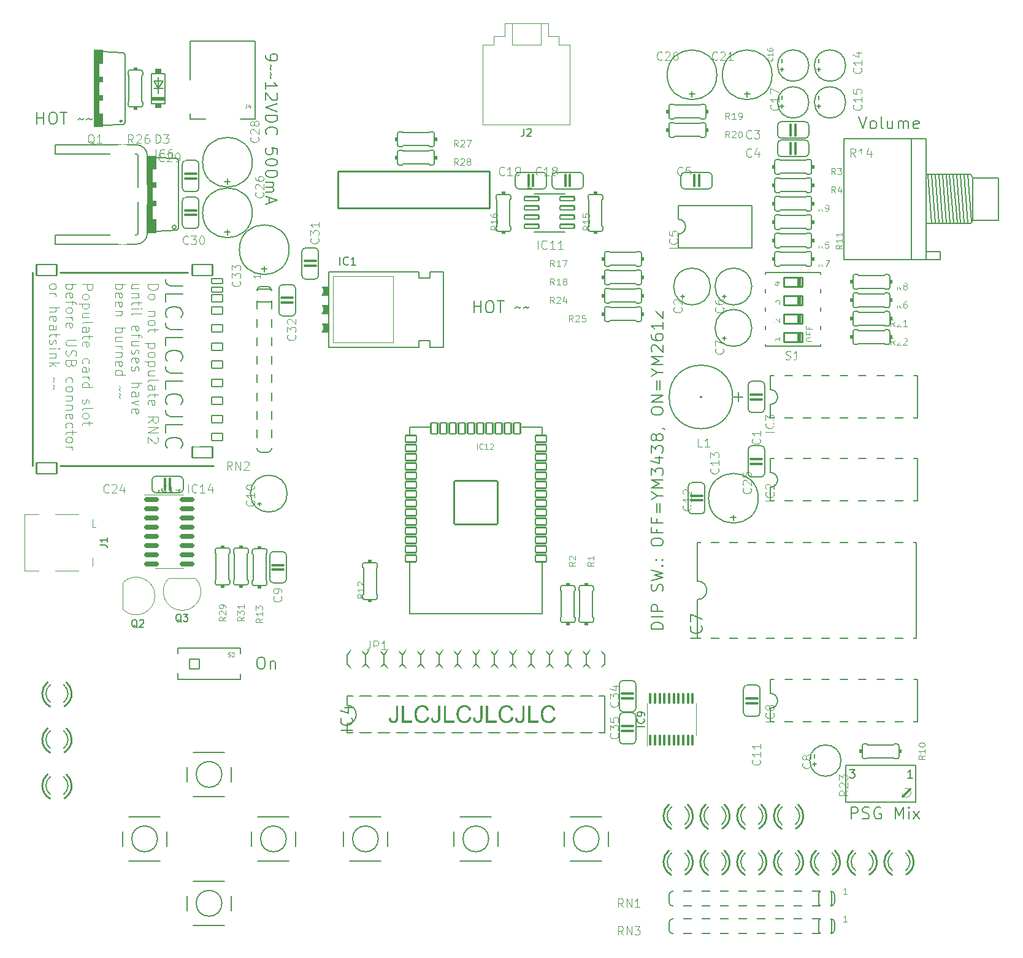
<source format=gto>
%TF.GenerationSoftware,KiCad,Pcbnew,7.0.2*%
%TF.CreationDate,2024-05-21T23:22:59+08:00*%
%TF.ProjectId,MegaGRRLDesktop,4d656761-4752-4524-9c44-65736b746f70,rev?*%
%TF.SameCoordinates,Original*%
%TF.FileFunction,Legend,Top*%
%TF.FilePolarity,Positive*%
%FSLAX46Y46*%
G04 Gerber Fmt 4.6, Leading zero omitted, Abs format (unit mm)*
G04 Created by KiCad (PCBNEW 7.0.2) date 2024-05-21 23:22:59*
%MOMM*%
%LPD*%
G01*
G04 APERTURE LIST*
G04 Aperture macros list*
%AMRoundRect*
0 Rectangle with rounded corners*
0 $1 Rounding radius*
0 $2 $3 $4 $5 $6 $7 $8 $9 X,Y pos of 4 corners*
0 Add a 4 corners polygon primitive as box body*
4,1,4,$2,$3,$4,$5,$6,$7,$8,$9,$2,$3,0*
0 Add four circle primitives for the rounded corners*
1,1,$1+$1,$2,$3*
1,1,$1+$1,$4,$5*
1,1,$1+$1,$6,$7*
1,1,$1+$1,$8,$9*
0 Add four rect primitives between the rounded corners*
20,1,$1+$1,$2,$3,$4,$5,0*
20,1,$1+$1,$4,$5,$6,$7,0*
20,1,$1+$1,$6,$7,$8,$9,0*
20,1,$1+$1,$8,$9,$2,$3,0*%
%AMFreePoly0*
4,1,25,0.333266,0.742596,0.345389,0.732242,0.732242,0.345389,0.760749,0.289441,0.762000,0.273547,0.762000,-0.273547,0.742596,-0.333266,0.732242,-0.345389,0.345389,-0.732242,0.289441,-0.760749,0.273547,-0.762000,-0.273547,-0.762000,-0.333266,-0.742596,-0.345389,-0.732242,-0.732242,-0.345389,-0.760749,-0.289441,-0.762000,-0.273547,-0.762000,0.273547,-0.742596,0.333266,-0.732242,0.345389,
-0.345389,0.732242,-0.289441,0.760749,-0.273547,0.762000,0.273547,0.762000,0.333266,0.742596,0.333266,0.742596,$1*%
%AMFreePoly1*
4,1,25,0.391131,0.882296,0.403254,0.871942,0.871942,0.403254,0.900449,0.347306,0.901700,0.331412,0.901700,-0.331412,0.882296,-0.391131,0.871942,-0.403254,0.403254,-0.871942,0.347306,-0.900449,0.331412,-0.901700,-0.331412,-0.901700,-0.391131,-0.882296,-0.403254,-0.871942,-0.871942,-0.403254,-0.900449,-0.347306,-0.901700,-0.331412,-0.901700,0.331412,-0.882296,0.391131,-0.871942,0.403254,
-0.403254,0.871942,-0.347306,0.900449,-0.331412,0.901700,0.331412,0.901700,0.391131,0.882296,0.391131,0.882296,$1*%
%AMFreePoly2*
4,1,25,0.322745,0.717196,0.334868,0.706842,0.706842,0.334868,0.735349,0.278920,0.736600,0.263026,0.736600,-0.263026,0.717196,-0.322745,0.706842,-0.334868,0.334868,-0.706842,0.278920,-0.735349,0.263026,-0.736600,-0.263026,-0.736600,-0.322745,-0.717196,-0.334868,-0.706842,-0.706842,-0.334868,-0.735349,-0.278920,-0.736600,-0.263026,-0.736600,0.263026,-0.717196,0.322745,-0.706842,0.334868,
-0.334868,0.706842,-0.278920,0.735349,-0.263026,0.736600,0.263026,0.736600,0.322745,0.717196,0.322745,0.717196,$1*%
G04 Aperture macros list end*
%ADD10C,0.203200*%
%ADD11C,0.254000*%
%ADD12C,0.142240*%
%ADD13C,0.101600*%
%ADD14C,0.121920*%
%ADD15C,0.089154*%
%ADD16C,0.114300*%
%ADD17C,0.127000*%
%ADD18C,0.119380*%
%ADD19C,0.118872*%
%ADD20C,0.099060*%
%ADD21C,0.044875*%
%ADD22C,0.150000*%
%ADD23C,0.093472*%
%ADD24C,0.160020*%
%ADD25C,0.097536*%
%ADD26C,0.071628*%
%ADD27C,0.076200*%
%ADD28C,0.059822*%
%ADD29C,0.152400*%
%ADD30C,0.304800*%
%ADD31C,0.050800*%
%ADD32C,0.120000*%
%ADD33FreePoly0,0.000000*%
%ADD34FreePoly0,90.000000*%
%ADD35O,1.524000X2.844800*%
%ADD36FreePoly0,180.000000*%
%ADD37C,1.803400*%
%ADD38FreePoly1,90.000000*%
%ADD39C,1.473200*%
%ADD40FreePoly2,90.000000*%
%ADD41C,1.574800*%
%ADD42FreePoly0,270.000000*%
%ADD43C,2.082800*%
%ADD44O,2.844800X1.524000*%
%ADD45C,1.903200*%
%ADD46C,1.500000*%
%ADD47RoundRect,0.101600X-0.654000X-0.654000X0.654000X-0.654000X0.654000X0.654000X-0.654000X0.654000X0*%
%ADD48C,1.511200*%
%ADD49O,3.251200X1.727200*%
%ADD50O,1.727200X3.251200*%
%ADD51RoundRect,0.100000X0.100000X-0.637500X0.100000X0.637500X-0.100000X0.637500X-0.100000X-0.637500X0*%
%ADD52O,1.200000X2.200000*%
%ADD53O,2.200000X1.200000*%
%ADD54C,2.387600*%
%ADD55C,1.000000*%
%ADD56R,2.000000X0.500000*%
%ADD57R,1.700000X2.000000*%
%ADD58O,3.556000X1.879600*%
%ADD59C,4.521200*%
%ADD60R,1.050000X1.500000*%
%ADD61O,1.050000X1.500000*%
%ADD62C,3.505200*%
%ADD63RoundRect,0.101600X-0.750000X-0.500000X0.750000X-0.500000X0.750000X0.500000X-0.750000X0.500000X0*%
%ADD64RoundRect,0.101600X-0.750000X-0.350000X0.750000X-0.350000X0.750000X0.350000X-0.750000X0.350000X0*%
%ADD65RoundRect,0.101600X-1.400000X-0.750000X1.400000X-0.750000X1.400000X0.750000X-1.400000X0.750000X0*%
%ADD66C,1.853200*%
%ADD67C,2.403200*%
%ADD68RoundRect,0.150000X-0.825000X-0.150000X0.825000X-0.150000X0.825000X0.150000X-0.825000X0.150000X0*%
%ADD69RoundRect,0.101600X-0.990600X-0.279400X0.990600X-0.279400X0.990600X0.279400X-0.990600X0.279400X0*%
%ADD70R,1.500000X1.050000*%
%ADD71O,1.500000X1.050000*%
%ADD72RoundRect,0.101600X-0.750000X0.450000X-0.750000X-0.450000X0.750000X-0.450000X0.750000X0.450000X0*%
%ADD73RoundRect,0.101600X-0.450000X-0.750000X0.450000X-0.750000X0.450000X0.750000X-0.450000X0.750000X0*%
%ADD74RoundRect,0.101600X-3.000000X3.000000X-3.000000X-3.000000X3.000000X-3.000000X3.000000X3.000000X0*%
%ADD75C,3.600000*%
%ADD76C,3.200000*%
G04 APERTURE END LIST*
D10*
G36*
X136494743Y-135947526D02*
G01*
X136775551Y-135908716D01*
X136777283Y-135940887D01*
X136779626Y-135971765D01*
X136782580Y-136001350D01*
X136786145Y-136029642D01*
X136790321Y-136056641D01*
X136795108Y-136082347D01*
X136800505Y-136106760D01*
X136806514Y-136129880D01*
X136816672Y-136162135D01*
X136828204Y-136191480D01*
X136841111Y-136217916D01*
X136855393Y-136241443D01*
X136871049Y-136262060D01*
X136876573Y-136268286D01*
X136894083Y-136285626D01*
X136912798Y-136301260D01*
X136932716Y-136315189D01*
X136953838Y-136327412D01*
X136976164Y-136337929D01*
X136999694Y-136346741D01*
X137024428Y-136353848D01*
X137050365Y-136359249D01*
X137077507Y-136362944D01*
X137105853Y-136364934D01*
X137125419Y-136365313D01*
X137154304Y-136364466D01*
X137182172Y-136361924D01*
X137209024Y-136357688D01*
X137234859Y-136351758D01*
X137259678Y-136344133D01*
X137283480Y-136334814D01*
X137306265Y-136323800D01*
X137328034Y-136311092D01*
X137348465Y-136296930D01*
X137367237Y-136281556D01*
X137384350Y-136264968D01*
X137399805Y-136247168D01*
X137413601Y-136228155D01*
X137425738Y-136207929D01*
X137436217Y-136186491D01*
X137445037Y-136163839D01*
X137452528Y-136138709D01*
X137459020Y-136110118D01*
X137463234Y-136086404D01*
X137466886Y-136060744D01*
X137469976Y-136033137D01*
X137472504Y-136003584D01*
X137474470Y-135972085D01*
X137475875Y-135938640D01*
X137476499Y-135915261D01*
X137476874Y-135891018D01*
X137476998Y-135865910D01*
X137476998Y-134228437D01*
X137788626Y-134228437D01*
X137788626Y-135843650D01*
X137788348Y-135880299D01*
X137787511Y-135915903D01*
X137786118Y-135950465D01*
X137784167Y-135983983D01*
X137781659Y-136016457D01*
X137778594Y-136047889D01*
X137774971Y-136078276D01*
X137770790Y-136107621D01*
X137766053Y-136135922D01*
X137760758Y-136163179D01*
X137754905Y-136189394D01*
X137748496Y-136214564D01*
X137741528Y-136238692D01*
X137734004Y-136261776D01*
X137725922Y-136283816D01*
X137717283Y-136304814D01*
X137703169Y-136334738D01*
X137687579Y-136363297D01*
X137670516Y-136390493D01*
X137651977Y-136416323D01*
X137631963Y-136440790D01*
X137610475Y-136463892D01*
X137587512Y-136485629D01*
X137563074Y-136506002D01*
X137537162Y-136525010D01*
X137509774Y-136542655D01*
X137490696Y-136553659D01*
X137461219Y-136568959D01*
X137430788Y-136582754D01*
X137399404Y-136595044D01*
X137367067Y-136605829D01*
X137344980Y-136612183D01*
X137322469Y-136617868D01*
X137299534Y-136622885D01*
X137276176Y-136627232D01*
X137252394Y-136630911D01*
X137228189Y-136633921D01*
X137203560Y-136636261D01*
X137178507Y-136637934D01*
X137153031Y-136638937D01*
X137127131Y-136639271D01*
X137088960Y-136638591D01*
X137051926Y-136636551D01*
X137016029Y-136633151D01*
X136981269Y-136628391D01*
X136947647Y-136622272D01*
X136915161Y-136614792D01*
X136883812Y-136605952D01*
X136853600Y-136595752D01*
X136824526Y-136584192D01*
X136796588Y-136571272D01*
X136769788Y-136556992D01*
X136744124Y-136541353D01*
X136719598Y-136524353D01*
X136696208Y-136505993D01*
X136673956Y-136486273D01*
X136652840Y-136465194D01*
X136632960Y-136442772D01*
X136614413Y-136419025D01*
X136597199Y-136393955D01*
X136581319Y-136367560D01*
X136566771Y-136339841D01*
X136553557Y-136310798D01*
X136541676Y-136280430D01*
X136531129Y-136248738D01*
X136521914Y-136215722D01*
X136514033Y-136181381D01*
X136507485Y-136145716D01*
X136502270Y-136108727D01*
X136498389Y-136070413D01*
X136495840Y-136030775D01*
X136494625Y-135989813D01*
X136494743Y-135947526D01*
G37*
G36*
X138275473Y-136602744D02*
G01*
X138275473Y-134228437D01*
X138587101Y-134228437D01*
X138587101Y-136328785D01*
X139745717Y-136328785D01*
X139745717Y-136602744D01*
X138275473Y-136602744D01*
G37*
G36*
X141786707Y-135762604D02*
G01*
X142098334Y-135841367D01*
X142092046Y-135865515D01*
X142085452Y-135889301D01*
X142078553Y-135912726D01*
X142071349Y-135935790D01*
X142063839Y-135958493D01*
X142056023Y-135980835D01*
X142047902Y-136002815D01*
X142039476Y-136024434D01*
X142030744Y-136045693D01*
X142012365Y-136087125D01*
X141992763Y-136127113D01*
X141971940Y-136165656D01*
X141949895Y-136202755D01*
X141926628Y-136238409D01*
X141902139Y-136272618D01*
X141876429Y-136305382D01*
X141849497Y-136336702D01*
X141821343Y-136366577D01*
X141791967Y-136395007D01*
X141761370Y-136421993D01*
X141745613Y-136434944D01*
X141713422Y-136459687D01*
X141680343Y-136482833D01*
X141646377Y-136504383D01*
X141611523Y-136524337D01*
X141575782Y-136542695D01*
X141539154Y-136559456D01*
X141501639Y-136574621D01*
X141463236Y-136588189D01*
X141423946Y-136600162D01*
X141383768Y-136610538D01*
X141342704Y-136619317D01*
X141300752Y-136626501D01*
X141257912Y-136632088D01*
X141214185Y-136636079D01*
X141169571Y-136638473D01*
X141124070Y-136639271D01*
X141100416Y-136639119D01*
X141077039Y-136638663D01*
X141053940Y-136637902D01*
X141031118Y-136636837D01*
X140986308Y-136633793D01*
X140942608Y-136629533D01*
X140900018Y-136624055D01*
X140858539Y-136617360D01*
X140818170Y-136609448D01*
X140778911Y-136600318D01*
X140740762Y-136589971D01*
X140703724Y-136578407D01*
X140667796Y-136565625D01*
X140632978Y-136551626D01*
X140599270Y-136536410D01*
X140566673Y-136519976D01*
X140535186Y-136502326D01*
X140504810Y-136483457D01*
X140475503Y-136463437D01*
X140447084Y-136442328D01*
X140419552Y-136420131D01*
X140392908Y-136396847D01*
X140367150Y-136372474D01*
X140342281Y-136347013D01*
X140318298Y-136320465D01*
X140295203Y-136292828D01*
X140272995Y-136264103D01*
X140251675Y-136234291D01*
X140231241Y-136203390D01*
X140211696Y-136171402D01*
X140193037Y-136138325D01*
X140175266Y-136104161D01*
X140158382Y-136068908D01*
X140142386Y-136032568D01*
X140127319Y-135995442D01*
X140113224Y-135957978D01*
X140100101Y-135920175D01*
X140087951Y-135882033D01*
X140076772Y-135843552D01*
X140066565Y-135804733D01*
X140057331Y-135765574D01*
X140049068Y-135726077D01*
X140041778Y-135686240D01*
X140035460Y-135646065D01*
X140030113Y-135605551D01*
X140025739Y-135564698D01*
X140022337Y-135523506D01*
X140019907Y-135481975D01*
X140018449Y-135440106D01*
X140017963Y-135397897D01*
X140018100Y-135374875D01*
X140018511Y-135352037D01*
X140020157Y-135306917D01*
X140022899Y-135262537D01*
X140026738Y-135218897D01*
X140031674Y-135175997D01*
X140037707Y-135133838D01*
X140044837Y-135092418D01*
X140053064Y-135051739D01*
X140062387Y-135011800D01*
X140072808Y-134972602D01*
X140084325Y-134934143D01*
X140096940Y-134896425D01*
X140110651Y-134859447D01*
X140125459Y-134823209D01*
X140141364Y-134787711D01*
X140158366Y-134752953D01*
X140176381Y-134719083D01*
X140195322Y-134686247D01*
X140215191Y-134654446D01*
X140235988Y-134623679D01*
X140257712Y-134593947D01*
X140280364Y-134565249D01*
X140303942Y-134537586D01*
X140328449Y-134510957D01*
X140353883Y-134485362D01*
X140380244Y-134460803D01*
X140407533Y-134437277D01*
X140435749Y-134414786D01*
X140464893Y-134393330D01*
X140494964Y-134372908D01*
X140525963Y-134353520D01*
X140557889Y-134335167D01*
X140590551Y-134317819D01*
X140623614Y-134301591D01*
X140657079Y-134286482D01*
X140690944Y-134272492D01*
X140725212Y-134259621D01*
X140759880Y-134247869D01*
X140794950Y-134237237D01*
X140830421Y-134227724D01*
X140866293Y-134219330D01*
X140902567Y-134212055D01*
X140939242Y-134205899D01*
X140976318Y-134200863D01*
X141013795Y-134196946D01*
X141051674Y-134194148D01*
X141089954Y-134192469D01*
X141128636Y-134191910D01*
X141172358Y-134192621D01*
X141215202Y-134194754D01*
X141257167Y-134198310D01*
X141298255Y-134203289D01*
X141338463Y-134209690D01*
X141377793Y-134217513D01*
X141416245Y-134226758D01*
X141453819Y-134237427D01*
X141490514Y-134249517D01*
X141526330Y-134263030D01*
X141561268Y-134277965D01*
X141595328Y-134294323D01*
X141628510Y-134312103D01*
X141660812Y-134331305D01*
X141692237Y-134351930D01*
X141722783Y-134373978D01*
X141752319Y-134397316D01*
X141780714Y-134421813D01*
X141807967Y-134447470D01*
X141834079Y-134474286D01*
X141859049Y-134502262D01*
X141882878Y-134531397D01*
X141905565Y-134561691D01*
X141927110Y-134593144D01*
X141947515Y-134625757D01*
X141966777Y-134659529D01*
X141984899Y-134694461D01*
X142001878Y-134730552D01*
X142017716Y-134767802D01*
X142032413Y-134806211D01*
X142045968Y-134845780D01*
X142058382Y-134886508D01*
X141751320Y-134958993D01*
X141740828Y-134926732D01*
X141729757Y-134895587D01*
X141718106Y-134865556D01*
X141705875Y-134836639D01*
X141693064Y-134808838D01*
X141679674Y-134782151D01*
X141665704Y-134756579D01*
X141651154Y-134732121D01*
X141636025Y-134708779D01*
X141620316Y-134686551D01*
X141604028Y-134665438D01*
X141587159Y-134645439D01*
X141569712Y-134626555D01*
X141551684Y-134608786D01*
X141533077Y-134592132D01*
X141513890Y-134576593D01*
X141494101Y-134562079D01*
X141473688Y-134548501D01*
X141452650Y-134535860D01*
X141430989Y-134524155D01*
X141408703Y-134513387D01*
X141385793Y-134503555D01*
X141362258Y-134494659D01*
X141338100Y-134486700D01*
X141313317Y-134479677D01*
X141287910Y-134473591D01*
X141261878Y-134468441D01*
X141235223Y-134464227D01*
X141207943Y-134460950D01*
X141180039Y-134458609D01*
X141151510Y-134457204D01*
X141122358Y-134456736D01*
X141088815Y-134457249D01*
X141055964Y-134458787D01*
X141023803Y-134461351D01*
X140992334Y-134464940D01*
X140961556Y-134469555D01*
X140931470Y-134475196D01*
X140902074Y-134481862D01*
X140873369Y-134489554D01*
X140845356Y-134498271D01*
X140818034Y-134508014D01*
X140791403Y-134518782D01*
X140765463Y-134530576D01*
X140740214Y-134543396D01*
X140715656Y-134557241D01*
X140691789Y-134572112D01*
X140668614Y-134588008D01*
X140646277Y-134604767D01*
X140624782Y-134622226D01*
X140604131Y-134640385D01*
X140584322Y-134659244D01*
X140565356Y-134678803D01*
X140547232Y-134699063D01*
X140529951Y-134720022D01*
X140513514Y-134741681D01*
X140497918Y-134764041D01*
X140483166Y-134787100D01*
X140469256Y-134810860D01*
X140456189Y-134835319D01*
X140443965Y-134860479D01*
X140432583Y-134886339D01*
X140422045Y-134912899D01*
X140412349Y-134940158D01*
X140403433Y-134967824D01*
X140395093Y-134995601D01*
X140387327Y-135023490D01*
X140380137Y-135051490D01*
X140373522Y-135079601D01*
X140367483Y-135107824D01*
X140362018Y-135136159D01*
X140357129Y-135164605D01*
X140352815Y-135193162D01*
X140349076Y-135221831D01*
X140345912Y-135250611D01*
X140343324Y-135279503D01*
X140341311Y-135308506D01*
X140339873Y-135337621D01*
X140339010Y-135366847D01*
X140338722Y-135396185D01*
X140339063Y-135433767D01*
X140340087Y-135470748D01*
X140341792Y-135507126D01*
X140344180Y-135542903D01*
X140347250Y-135578077D01*
X140351002Y-135612650D01*
X140355437Y-135646620D01*
X140360553Y-135679989D01*
X140366352Y-135712755D01*
X140372833Y-135744920D01*
X140379997Y-135776483D01*
X140387842Y-135807444D01*
X140396370Y-135837802D01*
X140405580Y-135867559D01*
X140415472Y-135896714D01*
X140426047Y-135925267D01*
X140437410Y-135953004D01*
X140449527Y-135979854D01*
X140462398Y-136005816D01*
X140476023Y-136030891D01*
X140490401Y-136055079D01*
X140505532Y-136078379D01*
X140521417Y-136100792D01*
X140538056Y-136122317D01*
X140555448Y-136142956D01*
X140573594Y-136162707D01*
X140592493Y-136181570D01*
X140612146Y-136199547D01*
X140632552Y-136216636D01*
X140653712Y-136232837D01*
X140675626Y-136248152D01*
X140698293Y-136262578D01*
X140721526Y-136276125D01*
X140744996Y-136288797D01*
X140768702Y-136300596D01*
X140792644Y-136311520D01*
X140816823Y-136321570D01*
X140841238Y-136330747D01*
X140865889Y-136339050D01*
X140890777Y-136346478D01*
X140915901Y-136353033D01*
X140941261Y-136358714D01*
X140966858Y-136363520D01*
X140992691Y-136367453D01*
X141018760Y-136370512D01*
X141045066Y-136372697D01*
X141071608Y-136374008D01*
X141098386Y-136374445D01*
X141130749Y-136373843D01*
X141162488Y-136372037D01*
X141193603Y-136369027D01*
X141224093Y-136364813D01*
X141253959Y-136359396D01*
X141283201Y-136352774D01*
X141311819Y-136344949D01*
X141339812Y-136335919D01*
X141367181Y-136325686D01*
X141393926Y-136314249D01*
X141420047Y-136301608D01*
X141445543Y-136287763D01*
X141470415Y-136272714D01*
X141494663Y-136256461D01*
X141518286Y-136239004D01*
X141541286Y-136220343D01*
X141563514Y-136200496D01*
X141584823Y-136179481D01*
X141605214Y-136157298D01*
X141624686Y-136133946D01*
X141643240Y-136109427D01*
X141660875Y-136083739D01*
X141677592Y-136056882D01*
X141693390Y-136028858D01*
X141708269Y-135999665D01*
X141722230Y-135969304D01*
X141735273Y-135937775D01*
X141747397Y-135905077D01*
X141758602Y-135871211D01*
X141768889Y-135836177D01*
X141778257Y-135799975D01*
X141786707Y-135762604D01*
G37*
G36*
X142309511Y-135947526D02*
G01*
X142590318Y-135908716D01*
X142592050Y-135940887D01*
X142594394Y-135971765D01*
X142597348Y-136001350D01*
X142600913Y-136029642D01*
X142605088Y-136056641D01*
X142609875Y-136082347D01*
X142615273Y-136106760D01*
X142621281Y-136129880D01*
X142631439Y-136162135D01*
X142642972Y-136191480D01*
X142655879Y-136217916D01*
X142670160Y-136241443D01*
X142685816Y-136262060D01*
X142691340Y-136268286D01*
X142708851Y-136285626D01*
X142727565Y-136301260D01*
X142747483Y-136315189D01*
X142768605Y-136327412D01*
X142790931Y-136337929D01*
X142814461Y-136346741D01*
X142839195Y-136353848D01*
X142865133Y-136359249D01*
X142892274Y-136362944D01*
X142920620Y-136364934D01*
X142940186Y-136365313D01*
X142969071Y-136364466D01*
X142996939Y-136361924D01*
X143023791Y-136357688D01*
X143049626Y-136351758D01*
X143074445Y-136344133D01*
X143098247Y-136334814D01*
X143121032Y-136323800D01*
X143142801Y-136311092D01*
X143163232Y-136296930D01*
X143182004Y-136281556D01*
X143199117Y-136264968D01*
X143214572Y-136247168D01*
X143228368Y-136228155D01*
X143240506Y-136207929D01*
X143250984Y-136186491D01*
X143259804Y-136163839D01*
X143267295Y-136138709D01*
X143273787Y-136110118D01*
X143278001Y-136086404D01*
X143281653Y-136060744D01*
X143284743Y-136033137D01*
X143287271Y-136003584D01*
X143289237Y-135972085D01*
X143290642Y-135938640D01*
X143291266Y-135915261D01*
X143291641Y-135891018D01*
X143291766Y-135865910D01*
X143291766Y-134228437D01*
X143603393Y-134228437D01*
X143603393Y-135843650D01*
X143603115Y-135880299D01*
X143602279Y-135915903D01*
X143600885Y-135950465D01*
X143598934Y-135983983D01*
X143596426Y-136016457D01*
X143593361Y-136047889D01*
X143589738Y-136078276D01*
X143585558Y-136107621D01*
X143580820Y-136135922D01*
X143575525Y-136163179D01*
X143569673Y-136189394D01*
X143563263Y-136214564D01*
X143556296Y-136238692D01*
X143548771Y-136261776D01*
X143540689Y-136283816D01*
X143532050Y-136304814D01*
X143517936Y-136334738D01*
X143502347Y-136363297D01*
X143485283Y-136390493D01*
X143466744Y-136416323D01*
X143446731Y-136440790D01*
X143425242Y-136463892D01*
X143402279Y-136485629D01*
X143377841Y-136506002D01*
X143351929Y-136525010D01*
X143324541Y-136542655D01*
X143305464Y-136553659D01*
X143275986Y-136568959D01*
X143245555Y-136582754D01*
X143214171Y-136595044D01*
X143181835Y-136605829D01*
X143159747Y-136612183D01*
X143137236Y-136617868D01*
X143114301Y-136622885D01*
X143090943Y-136627232D01*
X143067161Y-136630911D01*
X143042956Y-136633921D01*
X143018327Y-136636261D01*
X142993274Y-136637934D01*
X142967798Y-136638937D01*
X142941898Y-136639271D01*
X142903727Y-136638591D01*
X142866693Y-136636551D01*
X142830796Y-136633151D01*
X142796037Y-136628391D01*
X142762414Y-136622272D01*
X142729928Y-136614792D01*
X142698579Y-136605952D01*
X142668368Y-136595752D01*
X142639293Y-136584192D01*
X142611355Y-136571272D01*
X142584555Y-136556992D01*
X142558891Y-136541353D01*
X142534365Y-136524353D01*
X142510975Y-136505993D01*
X142488723Y-136486273D01*
X142467608Y-136465194D01*
X142447727Y-136442772D01*
X142429180Y-136419025D01*
X142411966Y-136393955D01*
X142396086Y-136367560D01*
X142381538Y-136339841D01*
X142368324Y-136310798D01*
X142356443Y-136280430D01*
X142345896Y-136248738D01*
X142336681Y-136215722D01*
X142328800Y-136181381D01*
X142322252Y-136145716D01*
X142317037Y-136108727D01*
X142313156Y-136070413D01*
X142310608Y-136030775D01*
X142309393Y-135989813D01*
X142309511Y-135947526D01*
G37*
G36*
X144090240Y-136602744D02*
G01*
X144090240Y-134228437D01*
X144401868Y-134228437D01*
X144401868Y-136328785D01*
X145560484Y-136328785D01*
X145560484Y-136602744D01*
X144090240Y-136602744D01*
G37*
G36*
X147601474Y-135762604D02*
G01*
X147913102Y-135841367D01*
X147906813Y-135865515D01*
X147900220Y-135889301D01*
X147893321Y-135912726D01*
X147886116Y-135935790D01*
X147878606Y-135958493D01*
X147870791Y-135980835D01*
X147862670Y-136002815D01*
X147854243Y-136024434D01*
X147845512Y-136045693D01*
X147827132Y-136087125D01*
X147807530Y-136127113D01*
X147786707Y-136165656D01*
X147764662Y-136202755D01*
X147741395Y-136238409D01*
X147716906Y-136272618D01*
X147691196Y-136305382D01*
X147664264Y-136336702D01*
X147636110Y-136366577D01*
X147606734Y-136395007D01*
X147576137Y-136421993D01*
X147560380Y-136434944D01*
X147528189Y-136459687D01*
X147495110Y-136482833D01*
X147461144Y-136504383D01*
X147426290Y-136524337D01*
X147390550Y-136542695D01*
X147353921Y-136559456D01*
X147316406Y-136574621D01*
X147278003Y-136588189D01*
X147238713Y-136600162D01*
X147198536Y-136610538D01*
X147157471Y-136619317D01*
X147115519Y-136626501D01*
X147072679Y-136632088D01*
X147028953Y-136636079D01*
X146984338Y-136638473D01*
X146938837Y-136639271D01*
X146915183Y-136639119D01*
X146891806Y-136638663D01*
X146868707Y-136637902D01*
X146845886Y-136636837D01*
X146801075Y-136633793D01*
X146757375Y-136629533D01*
X146714786Y-136624055D01*
X146673306Y-136617360D01*
X146632937Y-136609448D01*
X146593678Y-136600318D01*
X146555529Y-136589971D01*
X146518491Y-136578407D01*
X146482563Y-136565625D01*
X146447745Y-136551626D01*
X146414038Y-136536410D01*
X146381440Y-136519976D01*
X146349954Y-136502326D01*
X146319577Y-136483457D01*
X146290270Y-136463437D01*
X146261851Y-136442328D01*
X146234319Y-136420131D01*
X146207675Y-136396847D01*
X146181918Y-136372474D01*
X146157048Y-136347013D01*
X146133065Y-136320465D01*
X146109970Y-136292828D01*
X146087762Y-136264103D01*
X146066442Y-136234291D01*
X146046009Y-136203390D01*
X146026463Y-136171402D01*
X146007804Y-136138325D01*
X145990033Y-136104161D01*
X145973149Y-136068908D01*
X145957153Y-136032568D01*
X145942086Y-135995442D01*
X145927991Y-135957978D01*
X145914868Y-135920175D01*
X145902718Y-135882033D01*
X145891539Y-135843552D01*
X145881333Y-135804733D01*
X145872098Y-135765574D01*
X145863836Y-135726077D01*
X145856545Y-135686240D01*
X145850227Y-135646065D01*
X145844881Y-135605551D01*
X145840506Y-135564698D01*
X145837104Y-135523506D01*
X145834674Y-135481975D01*
X145833216Y-135440106D01*
X145832730Y-135397897D01*
X145832867Y-135374875D01*
X145833278Y-135352037D01*
X145834924Y-135306917D01*
X145837666Y-135262537D01*
X145841505Y-135218897D01*
X145846441Y-135175997D01*
X145852474Y-135133838D01*
X145859604Y-135092418D01*
X145867831Y-135051739D01*
X145877155Y-135011800D01*
X145887575Y-134972602D01*
X145899093Y-134934143D01*
X145911707Y-134896425D01*
X145925418Y-134859447D01*
X145940227Y-134823209D01*
X145956132Y-134787711D01*
X145973134Y-134752953D01*
X145991148Y-134719083D01*
X146010090Y-134686247D01*
X146029959Y-134654446D01*
X146050755Y-134623679D01*
X146072479Y-134593947D01*
X146095131Y-134565249D01*
X146118710Y-134537586D01*
X146143216Y-134510957D01*
X146168650Y-134485362D01*
X146195011Y-134460803D01*
X146222300Y-134437277D01*
X146250517Y-134414786D01*
X146279660Y-134393330D01*
X146309732Y-134372908D01*
X146340730Y-134353520D01*
X146372656Y-134335167D01*
X146405318Y-134317819D01*
X146438381Y-134301591D01*
X146471846Y-134286482D01*
X146505712Y-134272492D01*
X146539979Y-134259621D01*
X146574647Y-134247869D01*
X146609717Y-134237237D01*
X146645188Y-134227724D01*
X146681060Y-134219330D01*
X146717334Y-134212055D01*
X146754009Y-134205899D01*
X146791085Y-134200863D01*
X146828563Y-134196946D01*
X146866441Y-134194148D01*
X146904722Y-134192469D01*
X146943403Y-134191910D01*
X146987125Y-134192621D01*
X147029969Y-134194754D01*
X147071935Y-134198310D01*
X147113022Y-134203289D01*
X147153230Y-134209690D01*
X147192561Y-134217513D01*
X147231013Y-134226758D01*
X147268586Y-134237427D01*
X147305281Y-134249517D01*
X147341098Y-134263030D01*
X147376036Y-134277965D01*
X147410095Y-134294323D01*
X147443277Y-134312103D01*
X147475580Y-134331305D01*
X147507004Y-134351930D01*
X147537550Y-134373978D01*
X147567086Y-134397316D01*
X147595481Y-134421813D01*
X147622734Y-134447470D01*
X147648846Y-134474286D01*
X147673816Y-134502262D01*
X147697645Y-134531397D01*
X147720332Y-134561691D01*
X147741878Y-134593144D01*
X147762282Y-134625757D01*
X147781545Y-134659529D01*
X147799666Y-134694461D01*
X147816645Y-134730552D01*
X147832484Y-134767802D01*
X147847180Y-134806211D01*
X147860736Y-134845780D01*
X147873149Y-134886508D01*
X147566088Y-134958993D01*
X147555596Y-134926732D01*
X147544524Y-134895587D01*
X147532873Y-134865556D01*
X147520642Y-134836639D01*
X147507831Y-134808838D01*
X147494441Y-134782151D01*
X147480471Y-134756579D01*
X147465922Y-134732121D01*
X147450792Y-134708779D01*
X147435083Y-134686551D01*
X147418795Y-134665438D01*
X147401927Y-134645439D01*
X147384479Y-134626555D01*
X147366451Y-134608786D01*
X147347844Y-134592132D01*
X147328657Y-134576593D01*
X147308868Y-134562079D01*
X147288455Y-134548501D01*
X147267418Y-134535860D01*
X147245756Y-134524155D01*
X147223470Y-134513387D01*
X147200560Y-134503555D01*
X147177026Y-134494659D01*
X147152867Y-134486700D01*
X147128084Y-134479677D01*
X147102677Y-134473591D01*
X147076646Y-134468441D01*
X147049990Y-134464227D01*
X147022710Y-134460950D01*
X146994806Y-134458609D01*
X146966277Y-134457204D01*
X146937125Y-134456736D01*
X146903582Y-134457249D01*
X146870731Y-134458787D01*
X146838571Y-134461351D01*
X146807102Y-134464940D01*
X146776324Y-134469555D01*
X146746237Y-134475196D01*
X146716841Y-134481862D01*
X146688137Y-134489554D01*
X146660123Y-134498271D01*
X146632801Y-134508014D01*
X146606170Y-134518782D01*
X146580230Y-134530576D01*
X146554981Y-134543396D01*
X146530423Y-134557241D01*
X146506557Y-134572112D01*
X146483381Y-134588008D01*
X146461044Y-134604767D01*
X146439550Y-134622226D01*
X146418898Y-134640385D01*
X146399089Y-134659244D01*
X146380123Y-134678803D01*
X146361999Y-134699063D01*
X146344719Y-134720022D01*
X146328281Y-134741681D01*
X146312686Y-134764041D01*
X146297933Y-134787100D01*
X146284023Y-134810860D01*
X146270956Y-134835319D01*
X146258732Y-134860479D01*
X146247351Y-134886339D01*
X146236812Y-134912899D01*
X146227116Y-134940158D01*
X146218200Y-134967824D01*
X146209860Y-134995601D01*
X146202094Y-135023490D01*
X146194904Y-135051490D01*
X146188290Y-135079601D01*
X146182250Y-135107824D01*
X146176785Y-135136159D01*
X146171896Y-135164605D01*
X146167582Y-135193162D01*
X146163843Y-135221831D01*
X146160680Y-135250611D01*
X146158091Y-135279503D01*
X146156078Y-135308506D01*
X146154640Y-135337621D01*
X146153777Y-135366847D01*
X146153490Y-135396185D01*
X146153831Y-135433767D01*
X146154854Y-135470748D01*
X146156560Y-135507126D01*
X146158947Y-135542903D01*
X146162017Y-135578077D01*
X146165770Y-135612650D01*
X146170204Y-135646620D01*
X146175321Y-135679989D01*
X146181120Y-135712755D01*
X146187601Y-135744920D01*
X146194764Y-135776483D01*
X146202609Y-135807444D01*
X146211137Y-135837802D01*
X146220347Y-135867559D01*
X146230239Y-135896714D01*
X146240814Y-135925267D01*
X146252178Y-135953004D01*
X146264295Y-135979854D01*
X146277166Y-136005816D01*
X146290790Y-136030891D01*
X146305168Y-136055079D01*
X146320299Y-136078379D01*
X146336184Y-136100792D01*
X146352823Y-136122317D01*
X146370215Y-136142956D01*
X146388361Y-136162707D01*
X146407260Y-136181570D01*
X146426913Y-136199547D01*
X146447319Y-136216636D01*
X146468479Y-136232837D01*
X146490393Y-136248152D01*
X146513060Y-136262578D01*
X146536293Y-136276125D01*
X146559763Y-136288797D01*
X146583469Y-136300596D01*
X146607412Y-136311520D01*
X146631590Y-136321570D01*
X146656005Y-136330747D01*
X146680657Y-136339050D01*
X146705544Y-136346478D01*
X146730668Y-136353033D01*
X146756029Y-136358714D01*
X146781625Y-136363520D01*
X146807458Y-136367453D01*
X146833528Y-136370512D01*
X146859833Y-136372697D01*
X146886375Y-136374008D01*
X146913153Y-136374445D01*
X146945517Y-136373843D01*
X146977255Y-136372037D01*
X147008370Y-136369027D01*
X147038860Y-136364813D01*
X147068727Y-136359396D01*
X147097968Y-136352774D01*
X147126586Y-136344949D01*
X147154579Y-136335919D01*
X147181948Y-136325686D01*
X147208693Y-136314249D01*
X147234814Y-136301608D01*
X147260310Y-136287763D01*
X147285182Y-136272714D01*
X147309430Y-136256461D01*
X147333054Y-136239004D01*
X147356053Y-136220343D01*
X147378281Y-136200496D01*
X147399590Y-136179481D01*
X147419981Y-136157298D01*
X147439453Y-136133946D01*
X147458007Y-136109427D01*
X147475642Y-136083739D01*
X147492359Y-136056882D01*
X147508157Y-136028858D01*
X147523036Y-135999665D01*
X147536997Y-135969304D01*
X147550040Y-135937775D01*
X147562164Y-135905077D01*
X147573369Y-135871211D01*
X147583656Y-135836177D01*
X147593024Y-135799975D01*
X147601474Y-135762604D01*
G37*
G36*
X148124278Y-135947526D02*
G01*
X148405085Y-135908716D01*
X148406818Y-135940887D01*
X148409161Y-135971765D01*
X148412115Y-136001350D01*
X148415680Y-136029642D01*
X148419856Y-136056641D01*
X148424642Y-136082347D01*
X148430040Y-136106760D01*
X148436048Y-136129880D01*
X148446206Y-136162135D01*
X148457739Y-136191480D01*
X148470646Y-136217916D01*
X148484927Y-136241443D01*
X148500583Y-136262060D01*
X148506107Y-136268286D01*
X148523618Y-136285626D01*
X148542332Y-136301260D01*
X148562250Y-136315189D01*
X148583372Y-136327412D01*
X148605698Y-136337929D01*
X148629228Y-136346741D01*
X148653962Y-136353848D01*
X148679900Y-136359249D01*
X148707041Y-136362944D01*
X148735387Y-136364934D01*
X148754953Y-136365313D01*
X148783838Y-136364466D01*
X148811707Y-136361924D01*
X148838558Y-136357688D01*
X148864394Y-136351758D01*
X148889212Y-136344133D01*
X148913014Y-136334814D01*
X148935799Y-136323800D01*
X148957568Y-136311092D01*
X148977999Y-136296930D01*
X148996771Y-136281556D01*
X149013885Y-136264968D01*
X149029339Y-136247168D01*
X149043135Y-136228155D01*
X149055273Y-136207929D01*
X149065751Y-136186491D01*
X149074571Y-136163839D01*
X149082062Y-136138709D01*
X149088554Y-136110118D01*
X149092768Y-136086404D01*
X149096420Y-136060744D01*
X149099510Y-136033137D01*
X149102038Y-136003584D01*
X149104005Y-135972085D01*
X149105409Y-135938640D01*
X149106034Y-135915261D01*
X149106408Y-135891018D01*
X149106533Y-135865910D01*
X149106533Y-134228437D01*
X149418161Y-134228437D01*
X149418161Y-135843650D01*
X149417882Y-135880299D01*
X149417046Y-135915903D01*
X149415652Y-135950465D01*
X149413702Y-135983983D01*
X149411194Y-136016457D01*
X149408128Y-136047889D01*
X149404505Y-136078276D01*
X149400325Y-136107621D01*
X149395587Y-136135922D01*
X149390292Y-136163179D01*
X149384440Y-136189394D01*
X149378030Y-136214564D01*
X149371063Y-136238692D01*
X149363538Y-136261776D01*
X149355457Y-136283816D01*
X149346817Y-136304814D01*
X149332703Y-136334738D01*
X149317114Y-136363297D01*
X149300050Y-136390493D01*
X149281511Y-136416323D01*
X149261498Y-136440790D01*
X149240010Y-136463892D01*
X149217047Y-136485629D01*
X149192609Y-136506002D01*
X149166696Y-136525010D01*
X149139309Y-136542655D01*
X149120231Y-136553659D01*
X149090753Y-136568959D01*
X149060323Y-136582754D01*
X149028939Y-136595044D01*
X148996602Y-136605829D01*
X148974514Y-136612183D01*
X148952003Y-136617868D01*
X148929069Y-136622885D01*
X148905710Y-136627232D01*
X148881929Y-136630911D01*
X148857723Y-136633921D01*
X148833094Y-136636261D01*
X148808041Y-136637934D01*
X148782565Y-136638937D01*
X148756665Y-136639271D01*
X148718494Y-136638591D01*
X148681460Y-136636551D01*
X148645564Y-136633151D01*
X148610804Y-136628391D01*
X148577181Y-136622272D01*
X148544695Y-136614792D01*
X148513347Y-136605952D01*
X148483135Y-136595752D01*
X148454060Y-136584192D01*
X148426123Y-136571272D01*
X148399322Y-136556992D01*
X148373659Y-136541353D01*
X148349132Y-136524353D01*
X148325743Y-136505993D01*
X148303490Y-136486273D01*
X148282375Y-136465194D01*
X148262494Y-136442772D01*
X148243947Y-136419025D01*
X148226734Y-136393955D01*
X148210853Y-136367560D01*
X148196306Y-136339841D01*
X148183092Y-136310798D01*
X148171211Y-136280430D01*
X148160663Y-136248738D01*
X148151449Y-136215722D01*
X148143567Y-136181381D01*
X148137019Y-136145716D01*
X148131805Y-136108727D01*
X148127923Y-136070413D01*
X148125375Y-136030775D01*
X148124160Y-135989813D01*
X148124278Y-135947526D01*
G37*
G36*
X149905008Y-136602744D02*
G01*
X149905008Y-134228437D01*
X150216635Y-134228437D01*
X150216635Y-136328785D01*
X151375251Y-136328785D01*
X151375251Y-136602744D01*
X149905008Y-136602744D01*
G37*
G36*
X153416241Y-135762604D02*
G01*
X153727869Y-135841367D01*
X153721581Y-135865515D01*
X153714987Y-135889301D01*
X153708088Y-135912726D01*
X153700883Y-135935790D01*
X153693373Y-135958493D01*
X153685558Y-135980835D01*
X153677437Y-136002815D01*
X153669011Y-136024434D01*
X153660279Y-136045693D01*
X153641899Y-136087125D01*
X153622297Y-136127113D01*
X153601474Y-136165656D01*
X153579429Y-136202755D01*
X153556162Y-136238409D01*
X153531674Y-136272618D01*
X153505963Y-136305382D01*
X153479031Y-136336702D01*
X153450877Y-136366577D01*
X153421502Y-136395007D01*
X153390904Y-136421993D01*
X153375147Y-136434944D01*
X153342956Y-136459687D01*
X153309877Y-136482833D01*
X153275911Y-136504383D01*
X153241058Y-136524337D01*
X153205317Y-136542695D01*
X153168689Y-136559456D01*
X153131173Y-136574621D01*
X153092770Y-136588189D01*
X153053480Y-136600162D01*
X153013303Y-136610538D01*
X152972238Y-136619317D01*
X152930286Y-136626501D01*
X152887447Y-136632088D01*
X152843720Y-136636079D01*
X152799106Y-136638473D01*
X152753604Y-136639271D01*
X152729950Y-136639119D01*
X152706573Y-136638663D01*
X152683474Y-136637902D01*
X152660653Y-136636837D01*
X152615843Y-136633793D01*
X152572142Y-136629533D01*
X152529553Y-136624055D01*
X152488073Y-136617360D01*
X152447704Y-136609448D01*
X152408445Y-136600318D01*
X152370297Y-136589971D01*
X152333258Y-136578407D01*
X152297330Y-136565625D01*
X152262512Y-136551626D01*
X152228805Y-136536410D01*
X152196208Y-136519976D01*
X152164721Y-136502326D01*
X152134344Y-136483457D01*
X152105038Y-136463437D01*
X152076618Y-136442328D01*
X152049087Y-136420131D01*
X152022442Y-136396847D01*
X151996685Y-136372474D01*
X151971815Y-136347013D01*
X151947833Y-136320465D01*
X151924737Y-136292828D01*
X151902530Y-136264103D01*
X151881209Y-136234291D01*
X151860776Y-136203390D01*
X151841230Y-136171402D01*
X151822572Y-136138325D01*
X151804800Y-136104161D01*
X151787916Y-136068908D01*
X151771920Y-136032568D01*
X151756853Y-135995442D01*
X151742758Y-135957978D01*
X151729636Y-135920175D01*
X151717485Y-135882033D01*
X151706306Y-135843552D01*
X151696100Y-135804733D01*
X151686865Y-135765574D01*
X151678603Y-135726077D01*
X151671312Y-135686240D01*
X151664994Y-135646065D01*
X151659648Y-135605551D01*
X151655274Y-135564698D01*
X151651871Y-135523506D01*
X151649441Y-135481975D01*
X151647983Y-135440106D01*
X151647497Y-135397897D01*
X151647634Y-135374875D01*
X151648046Y-135352037D01*
X151649691Y-135306917D01*
X151652433Y-135262537D01*
X151656272Y-135218897D01*
X151661208Y-135175997D01*
X151667241Y-135133838D01*
X151674371Y-135092418D01*
X151682598Y-135051739D01*
X151691922Y-135011800D01*
X151702342Y-134972602D01*
X151713860Y-134934143D01*
X151726474Y-134896425D01*
X151740186Y-134859447D01*
X151754994Y-134823209D01*
X151770899Y-134787711D01*
X151787901Y-134752953D01*
X151805915Y-134719083D01*
X151824857Y-134686247D01*
X151844726Y-134654446D01*
X151865522Y-134623679D01*
X151887246Y-134593947D01*
X151909898Y-134565249D01*
X151933477Y-134537586D01*
X151957983Y-134510957D01*
X151983417Y-134485362D01*
X152009779Y-134460803D01*
X152037067Y-134437277D01*
X152065284Y-134414786D01*
X152094428Y-134393330D01*
X152124499Y-134372908D01*
X152155497Y-134353520D01*
X152187424Y-134335167D01*
X152220085Y-134317819D01*
X152253149Y-134301591D01*
X152286613Y-134286482D01*
X152320479Y-134272492D01*
X152354746Y-134259621D01*
X152389414Y-134247869D01*
X152424484Y-134237237D01*
X152459955Y-134227724D01*
X152495827Y-134219330D01*
X152532101Y-134212055D01*
X152568776Y-134205899D01*
X152605852Y-134200863D01*
X152643330Y-134196946D01*
X152681209Y-134194148D01*
X152719489Y-134192469D01*
X152758170Y-134191910D01*
X152801893Y-134192621D01*
X152844736Y-134194754D01*
X152886702Y-134198310D01*
X152927789Y-134203289D01*
X152967998Y-134209690D01*
X153007328Y-134217513D01*
X153045780Y-134226758D01*
X153083353Y-134237427D01*
X153120048Y-134249517D01*
X153155865Y-134263030D01*
X153190803Y-134277965D01*
X153224863Y-134294323D01*
X153258044Y-134312103D01*
X153290347Y-134331305D01*
X153321771Y-134351930D01*
X153352318Y-134373978D01*
X153381854Y-134397316D01*
X153410248Y-134421813D01*
X153437501Y-134447470D01*
X153463613Y-134474286D01*
X153488583Y-134502262D01*
X153512412Y-134531397D01*
X153535099Y-134561691D01*
X153556645Y-134593144D01*
X153577049Y-134625757D01*
X153596312Y-134659529D01*
X153614433Y-134694461D01*
X153631413Y-134730552D01*
X153647251Y-134767802D01*
X153661948Y-134806211D01*
X153675503Y-134845780D01*
X153687917Y-134886508D01*
X153380855Y-134958993D01*
X153370363Y-134926732D01*
X153359291Y-134895587D01*
X153347640Y-134865556D01*
X153335409Y-134836639D01*
X153322599Y-134808838D01*
X153309208Y-134782151D01*
X153295238Y-134756579D01*
X153280689Y-134732121D01*
X153265560Y-134708779D01*
X153249851Y-134686551D01*
X153233562Y-134665438D01*
X153216694Y-134645439D01*
X153199246Y-134626555D01*
X153181218Y-134608786D01*
X153162611Y-134592132D01*
X153143424Y-134576593D01*
X153123635Y-134562079D01*
X153103222Y-134548501D01*
X153082185Y-134535860D01*
X153060523Y-134524155D01*
X153038237Y-134513387D01*
X153015327Y-134503555D01*
X152991793Y-134494659D01*
X152967634Y-134486700D01*
X152942851Y-134479677D01*
X152917444Y-134473591D01*
X152891413Y-134468441D01*
X152864757Y-134464227D01*
X152837477Y-134460950D01*
X152809573Y-134458609D01*
X152781045Y-134457204D01*
X152751892Y-134456736D01*
X152718350Y-134457249D01*
X152685498Y-134458787D01*
X152653338Y-134461351D01*
X152621869Y-134464940D01*
X152591091Y-134469555D01*
X152561004Y-134475196D01*
X152531608Y-134481862D01*
X152502904Y-134489554D01*
X152474890Y-134498271D01*
X152447568Y-134508014D01*
X152420937Y-134518782D01*
X152394997Y-134530576D01*
X152369748Y-134543396D01*
X152345190Y-134557241D01*
X152321324Y-134572112D01*
X152298148Y-134588008D01*
X152275811Y-134604767D01*
X152254317Y-134622226D01*
X152233665Y-134640385D01*
X152213856Y-134659244D01*
X152194890Y-134678803D01*
X152176767Y-134699063D01*
X152159486Y-134720022D01*
X152143048Y-134741681D01*
X152127453Y-134764041D01*
X152112700Y-134787100D01*
X152098791Y-134810860D01*
X152085724Y-134835319D01*
X152073499Y-134860479D01*
X152062118Y-134886339D01*
X152051579Y-134912899D01*
X152041883Y-134940158D01*
X152032967Y-134967824D01*
X152024627Y-134995601D01*
X152016862Y-135023490D01*
X152009672Y-135051490D01*
X152003057Y-135079601D01*
X151997017Y-135107824D01*
X151991553Y-135136159D01*
X151986663Y-135164605D01*
X151982349Y-135193162D01*
X151978611Y-135221831D01*
X151975447Y-135250611D01*
X151972858Y-135279503D01*
X151970845Y-135308506D01*
X151969407Y-135337621D01*
X151968544Y-135366847D01*
X151968257Y-135396185D01*
X151968598Y-135433767D01*
X151969621Y-135470748D01*
X151971327Y-135507126D01*
X151973715Y-135542903D01*
X151976785Y-135578077D01*
X151980537Y-135612650D01*
X151984971Y-135646620D01*
X151990088Y-135679989D01*
X151995887Y-135712755D01*
X152002368Y-135744920D01*
X152009531Y-135776483D01*
X152017377Y-135807444D01*
X152025904Y-135837802D01*
X152035114Y-135867559D01*
X152045007Y-135896714D01*
X152055581Y-135925267D01*
X152066945Y-135953004D01*
X152079062Y-135979854D01*
X152091933Y-136005816D01*
X152105557Y-136030891D01*
X152119935Y-136055079D01*
X152135066Y-136078379D01*
X152150952Y-136100792D01*
X152167590Y-136122317D01*
X152184982Y-136142956D01*
X152203128Y-136162707D01*
X152222027Y-136181570D01*
X152241680Y-136199547D01*
X152262087Y-136216636D01*
X152283247Y-136232837D01*
X152305160Y-136248152D01*
X152327827Y-136262578D01*
X152351061Y-136276125D01*
X152374530Y-136288797D01*
X152398236Y-136300596D01*
X152422179Y-136311520D01*
X152446358Y-136321570D01*
X152470773Y-136330747D01*
X152495424Y-136339050D01*
X152520312Y-136346478D01*
X152545436Y-136353033D01*
X152570796Y-136358714D01*
X152596393Y-136363520D01*
X152622226Y-136367453D01*
X152648295Y-136370512D01*
X152674600Y-136372697D01*
X152701142Y-136374008D01*
X152727921Y-136374445D01*
X152760284Y-136373843D01*
X152792023Y-136372037D01*
X152823137Y-136369027D01*
X152853628Y-136364813D01*
X152883494Y-136359396D01*
X152912736Y-136352774D01*
X152941353Y-136344949D01*
X152969347Y-136335919D01*
X152996716Y-136325686D01*
X153023460Y-136314249D01*
X153049581Y-136301608D01*
X153075077Y-136287763D01*
X153099949Y-136272714D01*
X153124197Y-136256461D01*
X153147821Y-136239004D01*
X153170820Y-136220343D01*
X153193048Y-136200496D01*
X153214357Y-136179481D01*
X153234748Y-136157298D01*
X153254220Y-136133946D01*
X153272774Y-136109427D01*
X153290409Y-136083739D01*
X153307126Y-136056882D01*
X153322924Y-136028858D01*
X153337804Y-135999665D01*
X153351765Y-135969304D01*
X153364807Y-135937775D01*
X153376931Y-135905077D01*
X153388136Y-135871211D01*
X153398423Y-135836177D01*
X153407791Y-135799975D01*
X153416241Y-135762604D01*
G37*
G36*
X153939045Y-135947526D02*
G01*
X154219853Y-135908716D01*
X154221585Y-135940887D01*
X154223928Y-135971765D01*
X154226882Y-136001350D01*
X154230447Y-136029642D01*
X154234623Y-136056641D01*
X154239409Y-136082347D01*
X154244807Y-136106760D01*
X154250816Y-136129880D01*
X154260974Y-136162135D01*
X154272506Y-136191480D01*
X154285413Y-136217916D01*
X154299695Y-136241443D01*
X154315351Y-136262060D01*
X154320875Y-136268286D01*
X154338385Y-136285626D01*
X154357099Y-136301260D01*
X154377017Y-136315189D01*
X154398140Y-136327412D01*
X154420466Y-136337929D01*
X154443995Y-136346741D01*
X154468729Y-136353848D01*
X154494667Y-136359249D01*
X154521809Y-136362944D01*
X154550154Y-136364934D01*
X154569720Y-136365313D01*
X154598605Y-136364466D01*
X154626474Y-136361924D01*
X154653326Y-136357688D01*
X154679161Y-136351758D01*
X154703979Y-136344133D01*
X154727781Y-136334814D01*
X154750567Y-136323800D01*
X154772335Y-136311092D01*
X154792766Y-136296930D01*
X154811538Y-136281556D01*
X154828652Y-136264968D01*
X154844107Y-136247168D01*
X154857903Y-136228155D01*
X154870040Y-136207929D01*
X154880519Y-136186491D01*
X154889338Y-136163839D01*
X154896829Y-136138709D01*
X154903322Y-136110118D01*
X154907535Y-136086404D01*
X154911187Y-136060744D01*
X154914277Y-136033137D01*
X154916806Y-136003584D01*
X154918772Y-135972085D01*
X154920177Y-135938640D01*
X154920801Y-135915261D01*
X154921175Y-135891018D01*
X154921300Y-135865910D01*
X154921300Y-134228437D01*
X155232928Y-134228437D01*
X155232928Y-135843650D01*
X155232649Y-135880299D01*
X155231813Y-135915903D01*
X155230420Y-135950465D01*
X155228469Y-135983983D01*
X155225961Y-136016457D01*
X155222895Y-136047889D01*
X155219272Y-136078276D01*
X155215092Y-136107621D01*
X155210354Y-136135922D01*
X155205059Y-136163179D01*
X155199207Y-136189394D01*
X155192797Y-136214564D01*
X155185830Y-136238692D01*
X155178306Y-136261776D01*
X155170224Y-136283816D01*
X155161585Y-136304814D01*
X155147470Y-136334738D01*
X155131881Y-136363297D01*
X155114817Y-136390493D01*
X155096279Y-136416323D01*
X155076265Y-136440790D01*
X155054777Y-136463892D01*
X155031814Y-136485629D01*
X155007376Y-136506002D01*
X154981463Y-136525010D01*
X154954076Y-136542655D01*
X154934998Y-136553659D01*
X154905520Y-136568959D01*
X154875090Y-136582754D01*
X154843706Y-136595044D01*
X154811369Y-136605829D01*
X154789282Y-136612183D01*
X154766771Y-136617868D01*
X154743836Y-136622885D01*
X154720478Y-136627232D01*
X154696696Y-136630911D01*
X154672490Y-136633921D01*
X154647861Y-136636261D01*
X154622809Y-136637934D01*
X154597332Y-136638937D01*
X154571432Y-136639271D01*
X154533262Y-136638591D01*
X154496228Y-136636551D01*
X154460331Y-136633151D01*
X154425571Y-136628391D01*
X154391948Y-136622272D01*
X154359462Y-136614792D01*
X154328114Y-136605952D01*
X154297902Y-136595752D01*
X154268827Y-136584192D01*
X154240890Y-136571272D01*
X154214089Y-136556992D01*
X154188426Y-136541353D01*
X154163899Y-136524353D01*
X154140510Y-136505993D01*
X154118257Y-136486273D01*
X154097142Y-136465194D01*
X154077262Y-136442772D01*
X154058715Y-136419025D01*
X154041501Y-136393955D01*
X154025620Y-136367560D01*
X154011073Y-136339841D01*
X153997859Y-136310798D01*
X153985978Y-136280430D01*
X153975430Y-136248738D01*
X153966216Y-136215722D01*
X153958335Y-136181381D01*
X153951787Y-136145716D01*
X153946572Y-136108727D01*
X153942690Y-136070413D01*
X153940142Y-136030775D01*
X153938927Y-135989813D01*
X153939045Y-135947526D01*
G37*
G36*
X155719775Y-136602744D02*
G01*
X155719775Y-134228437D01*
X156031402Y-134228437D01*
X156031402Y-136328785D01*
X157190018Y-136328785D01*
X157190018Y-136602744D01*
X155719775Y-136602744D01*
G37*
G36*
X159231008Y-135762604D02*
G01*
X159542636Y-135841367D01*
X159536348Y-135865515D01*
X159529754Y-135889301D01*
X159522855Y-135912726D01*
X159515650Y-135935790D01*
X159508140Y-135958493D01*
X159500325Y-135980835D01*
X159492204Y-136002815D01*
X159483778Y-136024434D01*
X159475046Y-136045693D01*
X159456666Y-136087125D01*
X159437065Y-136127113D01*
X159416241Y-136165656D01*
X159394196Y-136202755D01*
X159370929Y-136238409D01*
X159346441Y-136272618D01*
X159320730Y-136305382D01*
X159293798Y-136336702D01*
X159265644Y-136366577D01*
X159236269Y-136395007D01*
X159205671Y-136421993D01*
X159189915Y-136434944D01*
X159157723Y-136459687D01*
X159124644Y-136482833D01*
X159090678Y-136504383D01*
X159055825Y-136524337D01*
X159020084Y-136542695D01*
X158983456Y-136559456D01*
X158945941Y-136574621D01*
X158907538Y-136588189D01*
X158868248Y-136600162D01*
X158828070Y-136610538D01*
X158787005Y-136619317D01*
X158745053Y-136626501D01*
X158702214Y-136632088D01*
X158658487Y-136636079D01*
X158613873Y-136638473D01*
X158568372Y-136639271D01*
X158544717Y-136639119D01*
X158521341Y-136638663D01*
X158498242Y-136637902D01*
X158475420Y-136636837D01*
X158430610Y-136633793D01*
X158386910Y-136629533D01*
X158344320Y-136624055D01*
X158302841Y-136617360D01*
X158262471Y-136609448D01*
X158223212Y-136600318D01*
X158185064Y-136589971D01*
X158148025Y-136578407D01*
X158112097Y-136565625D01*
X158077280Y-136551626D01*
X158043572Y-136536410D01*
X158010975Y-136519976D01*
X157979488Y-136502326D01*
X157949111Y-136483457D01*
X157919805Y-136463437D01*
X157891386Y-136442328D01*
X157863854Y-136420131D01*
X157837209Y-136396847D01*
X157811452Y-136372474D01*
X157786582Y-136347013D01*
X157762600Y-136320465D01*
X157739505Y-136292828D01*
X157717297Y-136264103D01*
X157695976Y-136234291D01*
X157675543Y-136203390D01*
X157655997Y-136171402D01*
X157637339Y-136138325D01*
X157619568Y-136104161D01*
X157602684Y-136068908D01*
X157586687Y-136032568D01*
X157571620Y-135995442D01*
X157557526Y-135957978D01*
X157544403Y-135920175D01*
X157532252Y-135882033D01*
X157521074Y-135843552D01*
X157510867Y-135804733D01*
X157501633Y-135765574D01*
X157493370Y-135726077D01*
X157486080Y-135686240D01*
X157479761Y-135646065D01*
X157474415Y-135605551D01*
X157470041Y-135564698D01*
X157466639Y-135523506D01*
X157464209Y-135481975D01*
X157462750Y-135440106D01*
X157462264Y-135397897D01*
X157462402Y-135374875D01*
X157462813Y-135352037D01*
X157464458Y-135306917D01*
X157467200Y-135262537D01*
X157471040Y-135218897D01*
X157475976Y-135175997D01*
X157482009Y-135133838D01*
X157489139Y-135092418D01*
X157497365Y-135051739D01*
X157506689Y-135011800D01*
X157517110Y-134972602D01*
X157528627Y-134934143D01*
X157541241Y-134896425D01*
X157554953Y-134859447D01*
X157569761Y-134823209D01*
X157585666Y-134787711D01*
X157602668Y-134752953D01*
X157620682Y-134719083D01*
X157639624Y-134686247D01*
X157659493Y-134654446D01*
X157680290Y-134623679D01*
X157702014Y-134593947D01*
X157724665Y-134565249D01*
X157748244Y-134537586D01*
X157772751Y-134510957D01*
X157798185Y-134485362D01*
X157824546Y-134460803D01*
X157851835Y-134437277D01*
X157880051Y-134414786D01*
X157909195Y-134393330D01*
X157939266Y-134372908D01*
X157970265Y-134353520D01*
X158002191Y-134335167D01*
X158034853Y-134317819D01*
X158067916Y-134301591D01*
X158101380Y-134286482D01*
X158135246Y-134272492D01*
X158169513Y-134259621D01*
X158204182Y-134247869D01*
X158239251Y-134237237D01*
X158274722Y-134227724D01*
X158310595Y-134219330D01*
X158346868Y-134212055D01*
X158383543Y-134205899D01*
X158420619Y-134200863D01*
X158458097Y-134196946D01*
X158495976Y-134194148D01*
X158534256Y-134192469D01*
X158572937Y-134191910D01*
X158616660Y-134192621D01*
X158659504Y-134194754D01*
X158701469Y-134198310D01*
X158742556Y-134203289D01*
X158782765Y-134209690D01*
X158822095Y-134217513D01*
X158860547Y-134226758D01*
X158898120Y-134237427D01*
X158934815Y-134249517D01*
X158970632Y-134263030D01*
X159005570Y-134277965D01*
X159039630Y-134294323D01*
X159072811Y-134312103D01*
X159105114Y-134331305D01*
X159136539Y-134351930D01*
X159167085Y-134373978D01*
X159196621Y-134397316D01*
X159225016Y-134421813D01*
X159252269Y-134447470D01*
X159278380Y-134474286D01*
X159303351Y-134502262D01*
X159327179Y-134531397D01*
X159349866Y-134561691D01*
X159371412Y-134593144D01*
X159391816Y-134625757D01*
X159411079Y-134659529D01*
X159429200Y-134694461D01*
X159446180Y-134730552D01*
X159462018Y-134767802D01*
X159476715Y-134806211D01*
X159490270Y-134845780D01*
X159502684Y-134886508D01*
X159195622Y-134958993D01*
X159185130Y-134926732D01*
X159174059Y-134895587D01*
X159162407Y-134865556D01*
X159150176Y-134836639D01*
X159137366Y-134808838D01*
X159123976Y-134782151D01*
X159110006Y-134756579D01*
X159095456Y-134732121D01*
X159080327Y-134708779D01*
X159064618Y-134686551D01*
X159048329Y-134665438D01*
X159031461Y-134645439D01*
X159014013Y-134626555D01*
X158995986Y-134608786D01*
X158977378Y-134592132D01*
X158958191Y-134576593D01*
X158938403Y-134562079D01*
X158917990Y-134548501D01*
X158896952Y-134535860D01*
X158875291Y-134524155D01*
X158853005Y-134513387D01*
X158830095Y-134503555D01*
X158806560Y-134494659D01*
X158782402Y-134486700D01*
X158757619Y-134479677D01*
X158732211Y-134473591D01*
X158706180Y-134468441D01*
X158679524Y-134464227D01*
X158652245Y-134460950D01*
X158624340Y-134458609D01*
X158595812Y-134457204D01*
X158566659Y-134456736D01*
X158533117Y-134457249D01*
X158500265Y-134458787D01*
X158468105Y-134461351D01*
X158436636Y-134464940D01*
X158405858Y-134469555D01*
X158375771Y-134475196D01*
X158346376Y-134481862D01*
X158317671Y-134489554D01*
X158289658Y-134498271D01*
X158262335Y-134508014D01*
X158235704Y-134518782D01*
X158209764Y-134530576D01*
X158184515Y-134543396D01*
X158159958Y-134557241D01*
X158136091Y-134572112D01*
X158112916Y-134588008D01*
X158090578Y-134604767D01*
X158069084Y-134622226D01*
X158048432Y-134640385D01*
X158028623Y-134659244D01*
X158009657Y-134678803D01*
X157991534Y-134699063D01*
X157974253Y-134720022D01*
X157957815Y-134741681D01*
X157942220Y-134764041D01*
X157927468Y-134787100D01*
X157913558Y-134810860D01*
X157900491Y-134835319D01*
X157888267Y-134860479D01*
X157876885Y-134886339D01*
X157866346Y-134912899D01*
X157856650Y-134940158D01*
X157847735Y-134967824D01*
X157839394Y-134995601D01*
X157831629Y-135023490D01*
X157824439Y-135051490D01*
X157817824Y-135079601D01*
X157811784Y-135107824D01*
X157806320Y-135136159D01*
X157801431Y-135164605D01*
X157797117Y-135193162D01*
X157793378Y-135221831D01*
X157790214Y-135250611D01*
X157787626Y-135279503D01*
X157785612Y-135308506D01*
X157784174Y-135337621D01*
X157783312Y-135366847D01*
X157783024Y-135396185D01*
X157783365Y-135433767D01*
X157784389Y-135470748D01*
X157786094Y-135507126D01*
X157788482Y-135542903D01*
X157791552Y-135578077D01*
X157795304Y-135612650D01*
X157799738Y-135646620D01*
X157804855Y-135679989D01*
X157810654Y-135712755D01*
X157817135Y-135744920D01*
X157824298Y-135776483D01*
X157832144Y-135807444D01*
X157840672Y-135837802D01*
X157849882Y-135867559D01*
X157859774Y-135896714D01*
X157870348Y-135925267D01*
X157881712Y-135953004D01*
X157893829Y-135979854D01*
X157906700Y-136005816D01*
X157920324Y-136030891D01*
X157934702Y-136055079D01*
X157949834Y-136078379D01*
X157965719Y-136100792D01*
X157982357Y-136122317D01*
X157999750Y-136142956D01*
X158017895Y-136162707D01*
X158036795Y-136181570D01*
X158056447Y-136199547D01*
X158076854Y-136216636D01*
X158098014Y-136232837D01*
X158119927Y-136248152D01*
X158142594Y-136262578D01*
X158165828Y-136276125D01*
X158189298Y-136288797D01*
X158213004Y-136300596D01*
X158236946Y-136311520D01*
X158261125Y-136321570D01*
X158285540Y-136330747D01*
X158310191Y-136339050D01*
X158335079Y-136346478D01*
X158360203Y-136353033D01*
X158385563Y-136358714D01*
X158411160Y-136363520D01*
X158436993Y-136367453D01*
X158463062Y-136370512D01*
X158489368Y-136372697D01*
X158515910Y-136374008D01*
X158542688Y-136374445D01*
X158575051Y-136373843D01*
X158606790Y-136372037D01*
X158637905Y-136369027D01*
X158668395Y-136364813D01*
X158698261Y-136359396D01*
X158727503Y-136352774D01*
X158756120Y-136344949D01*
X158784114Y-136335919D01*
X158811483Y-136325686D01*
X158838228Y-136314249D01*
X158864348Y-136301608D01*
X158889845Y-136287763D01*
X158914717Y-136272714D01*
X158938964Y-136256461D01*
X158962588Y-136239004D01*
X158985587Y-136220343D01*
X159007815Y-136200496D01*
X159029125Y-136179481D01*
X159049515Y-136157298D01*
X159068988Y-136133946D01*
X159087541Y-136109427D01*
X159105177Y-136083739D01*
X159121893Y-136056882D01*
X159137691Y-136028858D01*
X159152571Y-135999665D01*
X159166532Y-135969304D01*
X159179574Y-135937775D01*
X159191698Y-135905077D01*
X159202904Y-135871211D01*
X159213190Y-135836177D01*
X159222559Y-135799975D01*
X159231008Y-135762604D01*
G37*
D11*
X129451100Y-60553600D02*
X129451100Y-65633600D01*
X150406100Y-65633600D02*
X150406100Y-60553600D01*
X150406100Y-60553600D02*
X129451100Y-60553600D01*
X129451100Y-65633600D02*
X150406100Y-65633600D01*
D12*
X118722140Y-127551654D02*
X119033713Y-127551654D01*
X119033713Y-127551654D02*
X119189500Y-127629547D01*
X119189500Y-127629547D02*
X119345286Y-127785334D01*
X119345286Y-127785334D02*
X119423180Y-128096907D01*
X119423180Y-128096907D02*
X119423180Y-128642161D01*
X119423180Y-128642161D02*
X119345286Y-128953734D01*
X119345286Y-128953734D02*
X119189500Y-129109521D01*
X119189500Y-129109521D02*
X119033713Y-129187414D01*
X119033713Y-129187414D02*
X118722140Y-129187414D01*
X118722140Y-129187414D02*
X118566353Y-129109521D01*
X118566353Y-129109521D02*
X118410566Y-128953734D01*
X118410566Y-128953734D02*
X118332673Y-128642161D01*
X118332673Y-128642161D02*
X118332673Y-128096907D01*
X118332673Y-128096907D02*
X118410566Y-127785334D01*
X118410566Y-127785334D02*
X118566353Y-127629547D01*
X118566353Y-127629547D02*
X118722140Y-127551654D01*
X120124219Y-128096907D02*
X120124219Y-129187414D01*
X120124219Y-128252694D02*
X120202113Y-128174801D01*
X120202113Y-128174801D02*
X120357899Y-128096907D01*
X120357899Y-128096907D02*
X120591579Y-128096907D01*
X120591579Y-128096907D02*
X120747366Y-128174801D01*
X120747366Y-128174801D02*
X120825259Y-128330587D01*
X120825259Y-128330587D02*
X120825259Y-129187414D01*
X200325566Y-149888414D02*
X200325566Y-148252654D01*
X200325566Y-148252654D02*
X200948713Y-148252654D01*
X200948713Y-148252654D02*
X201104500Y-148330547D01*
X201104500Y-148330547D02*
X201182393Y-148408441D01*
X201182393Y-148408441D02*
X201260286Y-148564227D01*
X201260286Y-148564227D02*
X201260286Y-148797907D01*
X201260286Y-148797907D02*
X201182393Y-148953694D01*
X201182393Y-148953694D02*
X201104500Y-149031587D01*
X201104500Y-149031587D02*
X200948713Y-149109481D01*
X200948713Y-149109481D02*
X200325566Y-149109481D01*
X201883433Y-149810521D02*
X202117113Y-149888414D01*
X202117113Y-149888414D02*
X202506580Y-149888414D01*
X202506580Y-149888414D02*
X202662366Y-149810521D01*
X202662366Y-149810521D02*
X202740260Y-149732627D01*
X202740260Y-149732627D02*
X202818153Y-149576841D01*
X202818153Y-149576841D02*
X202818153Y-149421054D01*
X202818153Y-149421054D02*
X202740260Y-149265267D01*
X202740260Y-149265267D02*
X202662366Y-149187374D01*
X202662366Y-149187374D02*
X202506580Y-149109481D01*
X202506580Y-149109481D02*
X202195006Y-149031587D01*
X202195006Y-149031587D02*
X202039220Y-148953694D01*
X202039220Y-148953694D02*
X201961326Y-148875801D01*
X201961326Y-148875801D02*
X201883433Y-148720014D01*
X201883433Y-148720014D02*
X201883433Y-148564227D01*
X201883433Y-148564227D02*
X201961326Y-148408441D01*
X201961326Y-148408441D02*
X202039220Y-148330547D01*
X202039220Y-148330547D02*
X202195006Y-148252654D01*
X202195006Y-148252654D02*
X202584473Y-148252654D01*
X202584473Y-148252654D02*
X202818153Y-148330547D01*
X204376020Y-148330547D02*
X204220233Y-148252654D01*
X204220233Y-148252654D02*
X203986553Y-148252654D01*
X203986553Y-148252654D02*
X203752873Y-148330547D01*
X203752873Y-148330547D02*
X203597087Y-148486334D01*
X203597087Y-148486334D02*
X203519193Y-148642121D01*
X203519193Y-148642121D02*
X203441300Y-148953694D01*
X203441300Y-148953694D02*
X203441300Y-149187374D01*
X203441300Y-149187374D02*
X203519193Y-149498947D01*
X203519193Y-149498947D02*
X203597087Y-149654734D01*
X203597087Y-149654734D02*
X203752873Y-149810521D01*
X203752873Y-149810521D02*
X203986553Y-149888414D01*
X203986553Y-149888414D02*
X204142340Y-149888414D01*
X204142340Y-149888414D02*
X204376020Y-149810521D01*
X204376020Y-149810521D02*
X204453913Y-149732627D01*
X204453913Y-149732627D02*
X204453913Y-149187374D01*
X204453913Y-149187374D02*
X204142340Y-149187374D01*
X206401246Y-149888414D02*
X206401246Y-148252654D01*
X206401246Y-148252654D02*
X206946500Y-149421054D01*
X206946500Y-149421054D02*
X207491753Y-148252654D01*
X207491753Y-148252654D02*
X207491753Y-149888414D01*
X208270686Y-149888414D02*
X208270686Y-148797907D01*
X208270686Y-148252654D02*
X208192793Y-148330547D01*
X208192793Y-148330547D02*
X208270686Y-148408441D01*
X208270686Y-148408441D02*
X208348580Y-148330547D01*
X208348580Y-148330547D02*
X208270686Y-148252654D01*
X208270686Y-148252654D02*
X208270686Y-148408441D01*
X208893833Y-149888414D02*
X209750659Y-148797907D01*
X208893833Y-148797907D02*
X209750659Y-149888414D01*
D10*
X108022779Y-76324038D02*
X106353636Y-76324038D01*
X106353636Y-76324038D02*
X106019808Y-76212761D01*
X106019808Y-76212761D02*
X105797256Y-75990209D01*
X105797256Y-75990209D02*
X105685979Y-75656380D01*
X105685979Y-75656380D02*
X105685979Y-75433828D01*
X105685979Y-78549561D02*
X105685979Y-77436799D01*
X105685979Y-77436799D02*
X108022779Y-77436799D01*
X105908532Y-80663809D02*
X105797256Y-80552533D01*
X105797256Y-80552533D02*
X105685979Y-80218704D01*
X105685979Y-80218704D02*
X105685979Y-79996152D01*
X105685979Y-79996152D02*
X105797256Y-79662323D01*
X105797256Y-79662323D02*
X106019808Y-79439771D01*
X106019808Y-79439771D02*
X106242360Y-79328494D01*
X106242360Y-79328494D02*
X106687465Y-79217218D01*
X106687465Y-79217218D02*
X107021294Y-79217218D01*
X107021294Y-79217218D02*
X107466398Y-79328494D01*
X107466398Y-79328494D02*
X107688951Y-79439771D01*
X107688951Y-79439771D02*
X107911503Y-79662323D01*
X107911503Y-79662323D02*
X108022779Y-79996152D01*
X108022779Y-79996152D02*
X108022779Y-80218704D01*
X108022779Y-80218704D02*
X107911503Y-80552533D01*
X107911503Y-80552533D02*
X107800227Y-80663809D01*
X108022779Y-82332952D02*
X106353636Y-82332952D01*
X106353636Y-82332952D02*
X106019808Y-82221675D01*
X106019808Y-82221675D02*
X105797256Y-81999123D01*
X105797256Y-81999123D02*
X105685979Y-81665294D01*
X105685979Y-81665294D02*
X105685979Y-81442742D01*
X105685979Y-84558475D02*
X105685979Y-83445713D01*
X105685979Y-83445713D02*
X108022779Y-83445713D01*
X105908532Y-86672723D02*
X105797256Y-86561447D01*
X105797256Y-86561447D02*
X105685979Y-86227618D01*
X105685979Y-86227618D02*
X105685979Y-86005066D01*
X105685979Y-86005066D02*
X105797256Y-85671237D01*
X105797256Y-85671237D02*
X106019808Y-85448685D01*
X106019808Y-85448685D02*
X106242360Y-85337408D01*
X106242360Y-85337408D02*
X106687465Y-85226132D01*
X106687465Y-85226132D02*
X107021294Y-85226132D01*
X107021294Y-85226132D02*
X107466398Y-85337408D01*
X107466398Y-85337408D02*
X107688951Y-85448685D01*
X107688951Y-85448685D02*
X107911503Y-85671237D01*
X107911503Y-85671237D02*
X108022779Y-86005066D01*
X108022779Y-86005066D02*
X108022779Y-86227618D01*
X108022779Y-86227618D02*
X107911503Y-86561447D01*
X107911503Y-86561447D02*
X107800227Y-86672723D01*
X108022779Y-88341866D02*
X106353636Y-88341866D01*
X106353636Y-88341866D02*
X106019808Y-88230589D01*
X106019808Y-88230589D02*
X105797256Y-88008037D01*
X105797256Y-88008037D02*
X105685979Y-87674208D01*
X105685979Y-87674208D02*
X105685979Y-87451656D01*
X105685979Y-90567389D02*
X105685979Y-89454627D01*
X105685979Y-89454627D02*
X108022779Y-89454627D01*
X105908532Y-92681637D02*
X105797256Y-92570361D01*
X105797256Y-92570361D02*
X105685979Y-92236532D01*
X105685979Y-92236532D02*
X105685979Y-92013980D01*
X105685979Y-92013980D02*
X105797256Y-91680151D01*
X105797256Y-91680151D02*
X106019808Y-91457599D01*
X106019808Y-91457599D02*
X106242360Y-91346322D01*
X106242360Y-91346322D02*
X106687465Y-91235046D01*
X106687465Y-91235046D02*
X107021294Y-91235046D01*
X107021294Y-91235046D02*
X107466398Y-91346322D01*
X107466398Y-91346322D02*
X107688951Y-91457599D01*
X107688951Y-91457599D02*
X107911503Y-91680151D01*
X107911503Y-91680151D02*
X108022779Y-92013980D01*
X108022779Y-92013980D02*
X108022779Y-92236532D01*
X108022779Y-92236532D02*
X107911503Y-92570361D01*
X107911503Y-92570361D02*
X107800227Y-92681637D01*
X108022779Y-94350780D02*
X106353636Y-94350780D01*
X106353636Y-94350780D02*
X106019808Y-94239503D01*
X106019808Y-94239503D02*
X105797256Y-94016951D01*
X105797256Y-94016951D02*
X105685979Y-93683122D01*
X105685979Y-93683122D02*
X105685979Y-93460570D01*
X105685979Y-96576303D02*
X105685979Y-95463541D01*
X105685979Y-95463541D02*
X108022779Y-95463541D01*
X105908532Y-98690551D02*
X105797256Y-98579275D01*
X105797256Y-98579275D02*
X105685979Y-98245446D01*
X105685979Y-98245446D02*
X105685979Y-98022894D01*
X105685979Y-98022894D02*
X105797256Y-97689065D01*
X105797256Y-97689065D02*
X106019808Y-97466513D01*
X106019808Y-97466513D02*
X106242360Y-97355236D01*
X106242360Y-97355236D02*
X106687465Y-97243960D01*
X106687465Y-97243960D02*
X107021294Y-97243960D01*
X107021294Y-97243960D02*
X107466398Y-97355236D01*
X107466398Y-97355236D02*
X107688951Y-97466513D01*
X107688951Y-97466513D02*
X107911503Y-97689065D01*
X107911503Y-97689065D02*
X108022779Y-98022894D01*
X108022779Y-98022894D02*
X108022779Y-98245446D01*
X108022779Y-98245446D02*
X107911503Y-98579275D01*
X107911503Y-98579275D02*
X107800227Y-98690551D01*
D12*
X119491285Y-44510960D02*
X119491285Y-44822533D01*
X119491285Y-44822533D02*
X119569179Y-44978320D01*
X119569179Y-44978320D02*
X119647072Y-45056213D01*
X119647072Y-45056213D02*
X119880752Y-45212000D01*
X119880752Y-45212000D02*
X120192325Y-45289893D01*
X120192325Y-45289893D02*
X120815472Y-45289893D01*
X120815472Y-45289893D02*
X120971259Y-45212000D01*
X120971259Y-45212000D02*
X121049152Y-45134106D01*
X121049152Y-45134106D02*
X121127045Y-44978320D01*
X121127045Y-44978320D02*
X121127045Y-44666746D01*
X121127045Y-44666746D02*
X121049152Y-44510960D01*
X121049152Y-44510960D02*
X120971259Y-44433066D01*
X120971259Y-44433066D02*
X120815472Y-44355173D01*
X120815472Y-44355173D02*
X120426005Y-44355173D01*
X120426005Y-44355173D02*
X120270219Y-44433066D01*
X120270219Y-44433066D02*
X120192325Y-44510960D01*
X120192325Y-44510960D02*
X120114432Y-44666746D01*
X120114432Y-44666746D02*
X120114432Y-44978320D01*
X120114432Y-44978320D02*
X120192325Y-45134106D01*
X120192325Y-45134106D02*
X120270219Y-45212000D01*
X120270219Y-45212000D02*
X120426005Y-45289893D01*
X120114432Y-45757253D02*
X120192325Y-45835147D01*
X120192325Y-45835147D02*
X120270219Y-45990933D01*
X120270219Y-45990933D02*
X120114432Y-46302507D01*
X120114432Y-46302507D02*
X120192325Y-46458293D01*
X120192325Y-46458293D02*
X120270219Y-46536187D01*
X120114432Y-46925653D02*
X120192325Y-47003547D01*
X120192325Y-47003547D02*
X120270219Y-47159333D01*
X120270219Y-47159333D02*
X120114432Y-47470907D01*
X120114432Y-47470907D02*
X120192325Y-47626693D01*
X120192325Y-47626693D02*
X120270219Y-47704587D01*
X119491285Y-49184560D02*
X119491285Y-48249840D01*
X119491285Y-48717200D02*
X121127045Y-48717200D01*
X121127045Y-48717200D02*
X120893365Y-48561413D01*
X120893365Y-48561413D02*
X120737579Y-48405627D01*
X120737579Y-48405627D02*
X120659685Y-48249840D01*
X120971259Y-49807707D02*
X121049152Y-49885600D01*
X121049152Y-49885600D02*
X121127045Y-50041387D01*
X121127045Y-50041387D02*
X121127045Y-50430854D01*
X121127045Y-50430854D02*
X121049152Y-50586640D01*
X121049152Y-50586640D02*
X120971259Y-50664534D01*
X120971259Y-50664534D02*
X120815472Y-50742427D01*
X120815472Y-50742427D02*
X120659685Y-50742427D01*
X120659685Y-50742427D02*
X120426005Y-50664534D01*
X120426005Y-50664534D02*
X119491285Y-49729814D01*
X119491285Y-49729814D02*
X119491285Y-50742427D01*
X121127045Y-51209787D02*
X119491285Y-51755041D01*
X119491285Y-51755041D02*
X121127045Y-52300294D01*
X119491285Y-52845547D02*
X121127045Y-52845547D01*
X121127045Y-52845547D02*
X121127045Y-53235014D01*
X121127045Y-53235014D02*
X121049152Y-53468694D01*
X121049152Y-53468694D02*
X120893365Y-53624481D01*
X120893365Y-53624481D02*
X120737579Y-53702374D01*
X120737579Y-53702374D02*
X120426005Y-53780267D01*
X120426005Y-53780267D02*
X120192325Y-53780267D01*
X120192325Y-53780267D02*
X119880752Y-53702374D01*
X119880752Y-53702374D02*
X119724965Y-53624481D01*
X119724965Y-53624481D02*
X119569179Y-53468694D01*
X119569179Y-53468694D02*
X119491285Y-53235014D01*
X119491285Y-53235014D02*
X119491285Y-52845547D01*
X119647072Y-55416027D02*
X119569179Y-55338134D01*
X119569179Y-55338134D02*
X119491285Y-55104454D01*
X119491285Y-55104454D02*
X119491285Y-54948667D01*
X119491285Y-54948667D02*
X119569179Y-54714987D01*
X119569179Y-54714987D02*
X119724965Y-54559201D01*
X119724965Y-54559201D02*
X119880752Y-54481307D01*
X119880752Y-54481307D02*
X120192325Y-54403414D01*
X120192325Y-54403414D02*
X120426005Y-54403414D01*
X120426005Y-54403414D02*
X120737579Y-54481307D01*
X120737579Y-54481307D02*
X120893365Y-54559201D01*
X120893365Y-54559201D02*
X121049152Y-54714987D01*
X121049152Y-54714987D02*
X121127045Y-54948667D01*
X121127045Y-54948667D02*
X121127045Y-55104454D01*
X121127045Y-55104454D02*
X121049152Y-55338134D01*
X121049152Y-55338134D02*
X120971259Y-55416027D01*
X121127045Y-58142294D02*
X121127045Y-57363360D01*
X121127045Y-57363360D02*
X120348112Y-57285467D01*
X120348112Y-57285467D02*
X120426005Y-57363360D01*
X120426005Y-57363360D02*
X120503899Y-57519147D01*
X120503899Y-57519147D02*
X120503899Y-57908614D01*
X120503899Y-57908614D02*
X120426005Y-58064400D01*
X120426005Y-58064400D02*
X120348112Y-58142294D01*
X120348112Y-58142294D02*
X120192325Y-58220187D01*
X120192325Y-58220187D02*
X119802859Y-58220187D01*
X119802859Y-58220187D02*
X119647072Y-58142294D01*
X119647072Y-58142294D02*
X119569179Y-58064400D01*
X119569179Y-58064400D02*
X119491285Y-57908614D01*
X119491285Y-57908614D02*
X119491285Y-57519147D01*
X119491285Y-57519147D02*
X119569179Y-57363360D01*
X119569179Y-57363360D02*
X119647072Y-57285467D01*
X121127045Y-59232801D02*
X121127045Y-59388587D01*
X121127045Y-59388587D02*
X121049152Y-59544374D01*
X121049152Y-59544374D02*
X120971259Y-59622267D01*
X120971259Y-59622267D02*
X120815472Y-59700161D01*
X120815472Y-59700161D02*
X120503899Y-59778054D01*
X120503899Y-59778054D02*
X120114432Y-59778054D01*
X120114432Y-59778054D02*
X119802859Y-59700161D01*
X119802859Y-59700161D02*
X119647072Y-59622267D01*
X119647072Y-59622267D02*
X119569179Y-59544374D01*
X119569179Y-59544374D02*
X119491285Y-59388587D01*
X119491285Y-59388587D02*
X119491285Y-59232801D01*
X119491285Y-59232801D02*
X119569179Y-59077014D01*
X119569179Y-59077014D02*
X119647072Y-58999121D01*
X119647072Y-58999121D02*
X119802859Y-58921227D01*
X119802859Y-58921227D02*
X120114432Y-58843334D01*
X120114432Y-58843334D02*
X120503899Y-58843334D01*
X120503899Y-58843334D02*
X120815472Y-58921227D01*
X120815472Y-58921227D02*
X120971259Y-58999121D01*
X120971259Y-58999121D02*
X121049152Y-59077014D01*
X121049152Y-59077014D02*
X121127045Y-59232801D01*
X121127045Y-60790668D02*
X121127045Y-60946454D01*
X121127045Y-60946454D02*
X121049152Y-61102241D01*
X121049152Y-61102241D02*
X120971259Y-61180134D01*
X120971259Y-61180134D02*
X120815472Y-61258028D01*
X120815472Y-61258028D02*
X120503899Y-61335921D01*
X120503899Y-61335921D02*
X120114432Y-61335921D01*
X120114432Y-61335921D02*
X119802859Y-61258028D01*
X119802859Y-61258028D02*
X119647072Y-61180134D01*
X119647072Y-61180134D02*
X119569179Y-61102241D01*
X119569179Y-61102241D02*
X119491285Y-60946454D01*
X119491285Y-60946454D02*
X119491285Y-60790668D01*
X119491285Y-60790668D02*
X119569179Y-60634881D01*
X119569179Y-60634881D02*
X119647072Y-60556988D01*
X119647072Y-60556988D02*
X119802859Y-60479094D01*
X119802859Y-60479094D02*
X120114432Y-60401201D01*
X120114432Y-60401201D02*
X120503899Y-60401201D01*
X120503899Y-60401201D02*
X120815472Y-60479094D01*
X120815472Y-60479094D02*
X120971259Y-60556988D01*
X120971259Y-60556988D02*
X121049152Y-60634881D01*
X121049152Y-60634881D02*
X121127045Y-60790668D01*
X119491285Y-62036961D02*
X120581792Y-62036961D01*
X120426005Y-62036961D02*
X120503899Y-62114855D01*
X120503899Y-62114855D02*
X120581792Y-62270641D01*
X120581792Y-62270641D02*
X120581792Y-62504321D01*
X120581792Y-62504321D02*
X120503899Y-62660108D01*
X120503899Y-62660108D02*
X120348112Y-62738001D01*
X120348112Y-62738001D02*
X119491285Y-62738001D01*
X120348112Y-62738001D02*
X120503899Y-62815895D01*
X120503899Y-62815895D02*
X120581792Y-62971681D01*
X120581792Y-62971681D02*
X120581792Y-63205361D01*
X120581792Y-63205361D02*
X120503899Y-63361148D01*
X120503899Y-63361148D02*
X120348112Y-63439041D01*
X120348112Y-63439041D02*
X119491285Y-63439041D01*
X119958645Y-64140081D02*
X119958645Y-64919014D01*
X119491285Y-63984294D02*
X121127045Y-64529548D01*
X121127045Y-64529548D02*
X119491285Y-65074801D01*
X174335914Y-123664133D02*
X172700154Y-123664133D01*
X172700154Y-123664133D02*
X172700154Y-123274666D01*
X172700154Y-123274666D02*
X172778047Y-123040986D01*
X172778047Y-123040986D02*
X172933834Y-122885200D01*
X172933834Y-122885200D02*
X173089621Y-122807306D01*
X173089621Y-122807306D02*
X173401194Y-122729413D01*
X173401194Y-122729413D02*
X173634874Y-122729413D01*
X173634874Y-122729413D02*
X173946447Y-122807306D01*
X173946447Y-122807306D02*
X174102234Y-122885200D01*
X174102234Y-122885200D02*
X174258021Y-123040986D01*
X174258021Y-123040986D02*
X174335914Y-123274666D01*
X174335914Y-123274666D02*
X174335914Y-123664133D01*
X174335914Y-122028373D02*
X172700154Y-122028373D01*
X174335914Y-121249440D02*
X172700154Y-121249440D01*
X172700154Y-121249440D02*
X172700154Y-120626293D01*
X172700154Y-120626293D02*
X172778047Y-120470507D01*
X172778047Y-120470507D02*
X172855941Y-120392613D01*
X172855941Y-120392613D02*
X173011727Y-120314720D01*
X173011727Y-120314720D02*
X173245407Y-120314720D01*
X173245407Y-120314720D02*
X173401194Y-120392613D01*
X173401194Y-120392613D02*
X173479087Y-120470507D01*
X173479087Y-120470507D02*
X173556981Y-120626293D01*
X173556981Y-120626293D02*
X173556981Y-121249440D01*
X174258021Y-118445280D02*
X174335914Y-118211600D01*
X174335914Y-118211600D02*
X174335914Y-117822134D01*
X174335914Y-117822134D02*
X174258021Y-117666347D01*
X174258021Y-117666347D02*
X174180127Y-117588454D01*
X174180127Y-117588454D02*
X174024341Y-117510560D01*
X174024341Y-117510560D02*
X173868554Y-117510560D01*
X173868554Y-117510560D02*
X173712767Y-117588454D01*
X173712767Y-117588454D02*
X173634874Y-117666347D01*
X173634874Y-117666347D02*
X173556981Y-117822134D01*
X173556981Y-117822134D02*
X173479087Y-118133707D01*
X173479087Y-118133707D02*
X173401194Y-118289494D01*
X173401194Y-118289494D02*
X173323301Y-118367387D01*
X173323301Y-118367387D02*
X173167514Y-118445280D01*
X173167514Y-118445280D02*
X173011727Y-118445280D01*
X173011727Y-118445280D02*
X172855941Y-118367387D01*
X172855941Y-118367387D02*
X172778047Y-118289494D01*
X172778047Y-118289494D02*
X172700154Y-118133707D01*
X172700154Y-118133707D02*
X172700154Y-117744240D01*
X172700154Y-117744240D02*
X172778047Y-117510560D01*
X172700154Y-116965307D02*
X174335914Y-116575840D01*
X174335914Y-116575840D02*
X173167514Y-116264267D01*
X173167514Y-116264267D02*
X174335914Y-115952693D01*
X174335914Y-115952693D02*
X172700154Y-115563227D01*
X174180127Y-114940080D02*
X174258021Y-114862187D01*
X174258021Y-114862187D02*
X174335914Y-114940080D01*
X174335914Y-114940080D02*
X174258021Y-115017973D01*
X174258021Y-115017973D02*
X174180127Y-114940080D01*
X174180127Y-114940080D02*
X174335914Y-114940080D01*
X174180127Y-114161147D02*
X174258021Y-114083254D01*
X174258021Y-114083254D02*
X174335914Y-114161147D01*
X174335914Y-114161147D02*
X174258021Y-114239040D01*
X174258021Y-114239040D02*
X174180127Y-114161147D01*
X174180127Y-114161147D02*
X174335914Y-114161147D01*
X173323301Y-114161147D02*
X173401194Y-114083254D01*
X173401194Y-114083254D02*
X173479087Y-114161147D01*
X173479087Y-114161147D02*
X173401194Y-114239040D01*
X173401194Y-114239040D02*
X173323301Y-114161147D01*
X173323301Y-114161147D02*
X173479087Y-114161147D01*
X172700154Y-111824348D02*
X172700154Y-111512774D01*
X172700154Y-111512774D02*
X172778047Y-111356988D01*
X172778047Y-111356988D02*
X172933834Y-111201201D01*
X172933834Y-111201201D02*
X173245407Y-111123308D01*
X173245407Y-111123308D02*
X173790661Y-111123308D01*
X173790661Y-111123308D02*
X174102234Y-111201201D01*
X174102234Y-111201201D02*
X174258021Y-111356988D01*
X174258021Y-111356988D02*
X174335914Y-111512774D01*
X174335914Y-111512774D02*
X174335914Y-111824348D01*
X174335914Y-111824348D02*
X174258021Y-111980134D01*
X174258021Y-111980134D02*
X174102234Y-112135921D01*
X174102234Y-112135921D02*
X173790661Y-112213814D01*
X173790661Y-112213814D02*
X173245407Y-112213814D01*
X173245407Y-112213814D02*
X172933834Y-112135921D01*
X172933834Y-112135921D02*
X172778047Y-111980134D01*
X172778047Y-111980134D02*
X172700154Y-111824348D01*
X173479087Y-109877015D02*
X173479087Y-110422268D01*
X174335914Y-110422268D02*
X172700154Y-110422268D01*
X172700154Y-110422268D02*
X172700154Y-109643335D01*
X173479087Y-108474935D02*
X173479087Y-109020188D01*
X174335914Y-109020188D02*
X172700154Y-109020188D01*
X172700154Y-109020188D02*
X172700154Y-108241255D01*
X173479087Y-107618108D02*
X173479087Y-106371815D01*
X173946447Y-106371815D02*
X173946447Y-107618108D01*
X173556981Y-105281308D02*
X174335914Y-105281308D01*
X172700154Y-105826561D02*
X173556981Y-105281308D01*
X173556981Y-105281308D02*
X172700154Y-104736054D01*
X174335914Y-104190801D02*
X172700154Y-104190801D01*
X172700154Y-104190801D02*
X173868554Y-103645548D01*
X173868554Y-103645548D02*
X172700154Y-103100294D01*
X172700154Y-103100294D02*
X174335914Y-103100294D01*
X172700154Y-102477148D02*
X172700154Y-101464534D01*
X172700154Y-101464534D02*
X173323301Y-102009788D01*
X173323301Y-102009788D02*
X173323301Y-101776108D01*
X173323301Y-101776108D02*
X173401194Y-101620321D01*
X173401194Y-101620321D02*
X173479087Y-101542428D01*
X173479087Y-101542428D02*
X173634874Y-101464534D01*
X173634874Y-101464534D02*
X174024341Y-101464534D01*
X174024341Y-101464534D02*
X174180127Y-101542428D01*
X174180127Y-101542428D02*
X174258021Y-101620321D01*
X174258021Y-101620321D02*
X174335914Y-101776108D01*
X174335914Y-101776108D02*
X174335914Y-102243468D01*
X174335914Y-102243468D02*
X174258021Y-102399254D01*
X174258021Y-102399254D02*
X174180127Y-102477148D01*
X173245407Y-100062454D02*
X174335914Y-100062454D01*
X172622261Y-100451921D02*
X173790661Y-100841387D01*
X173790661Y-100841387D02*
X173790661Y-99828774D01*
X172700154Y-99361414D02*
X172700154Y-98348800D01*
X172700154Y-98348800D02*
X173323301Y-98894054D01*
X173323301Y-98894054D02*
X173323301Y-98660374D01*
X173323301Y-98660374D02*
X173401194Y-98504587D01*
X173401194Y-98504587D02*
X173479087Y-98426694D01*
X173479087Y-98426694D02*
X173634874Y-98348800D01*
X173634874Y-98348800D02*
X174024341Y-98348800D01*
X174024341Y-98348800D02*
X174180127Y-98426694D01*
X174180127Y-98426694D02*
X174258021Y-98504587D01*
X174258021Y-98504587D02*
X174335914Y-98660374D01*
X174335914Y-98660374D02*
X174335914Y-99127734D01*
X174335914Y-99127734D02*
X174258021Y-99283520D01*
X174258021Y-99283520D02*
X174180127Y-99361414D01*
X173401194Y-97414080D02*
X173323301Y-97569867D01*
X173323301Y-97569867D02*
X173245407Y-97647760D01*
X173245407Y-97647760D02*
X173089621Y-97725653D01*
X173089621Y-97725653D02*
X173011727Y-97725653D01*
X173011727Y-97725653D02*
X172855941Y-97647760D01*
X172855941Y-97647760D02*
X172778047Y-97569867D01*
X172778047Y-97569867D02*
X172700154Y-97414080D01*
X172700154Y-97414080D02*
X172700154Y-97102507D01*
X172700154Y-97102507D02*
X172778047Y-96946720D01*
X172778047Y-96946720D02*
X172855941Y-96868827D01*
X172855941Y-96868827D02*
X173011727Y-96790933D01*
X173011727Y-96790933D02*
X173089621Y-96790933D01*
X173089621Y-96790933D02*
X173245407Y-96868827D01*
X173245407Y-96868827D02*
X173323301Y-96946720D01*
X173323301Y-96946720D02*
X173401194Y-97102507D01*
X173401194Y-97102507D02*
X173401194Y-97414080D01*
X173401194Y-97414080D02*
X173479087Y-97569867D01*
X173479087Y-97569867D02*
X173556981Y-97647760D01*
X173556981Y-97647760D02*
X173712767Y-97725653D01*
X173712767Y-97725653D02*
X174024341Y-97725653D01*
X174024341Y-97725653D02*
X174180127Y-97647760D01*
X174180127Y-97647760D02*
X174258021Y-97569867D01*
X174258021Y-97569867D02*
X174335914Y-97414080D01*
X174335914Y-97414080D02*
X174335914Y-97102507D01*
X174335914Y-97102507D02*
X174258021Y-96946720D01*
X174258021Y-96946720D02*
X174180127Y-96868827D01*
X174180127Y-96868827D02*
X174024341Y-96790933D01*
X174024341Y-96790933D02*
X173712767Y-96790933D01*
X173712767Y-96790933D02*
X173556981Y-96868827D01*
X173556981Y-96868827D02*
X173479087Y-96946720D01*
X173479087Y-96946720D02*
X173401194Y-97102507D01*
X174258021Y-96012000D02*
X174335914Y-96012000D01*
X174335914Y-96012000D02*
X174491701Y-96089893D01*
X174491701Y-96089893D02*
X174569594Y-96167786D01*
X172700154Y-93753094D02*
X172700154Y-93441520D01*
X172700154Y-93441520D02*
X172778047Y-93285734D01*
X172778047Y-93285734D02*
X172933834Y-93129947D01*
X172933834Y-93129947D02*
X173245407Y-93052054D01*
X173245407Y-93052054D02*
X173790661Y-93052054D01*
X173790661Y-93052054D02*
X174102234Y-93129947D01*
X174102234Y-93129947D02*
X174258021Y-93285734D01*
X174258021Y-93285734D02*
X174335914Y-93441520D01*
X174335914Y-93441520D02*
X174335914Y-93753094D01*
X174335914Y-93753094D02*
X174258021Y-93908880D01*
X174258021Y-93908880D02*
X174102234Y-94064667D01*
X174102234Y-94064667D02*
X173790661Y-94142560D01*
X173790661Y-94142560D02*
X173245407Y-94142560D01*
X173245407Y-94142560D02*
X172933834Y-94064667D01*
X172933834Y-94064667D02*
X172778047Y-93908880D01*
X172778047Y-93908880D02*
X172700154Y-93753094D01*
X174335914Y-92351014D02*
X172700154Y-92351014D01*
X172700154Y-92351014D02*
X174335914Y-91416294D01*
X174335914Y-91416294D02*
X172700154Y-91416294D01*
X173479087Y-90637361D02*
X173479087Y-89391068D01*
X173946447Y-89391068D02*
X173946447Y-90637361D01*
X173556981Y-88300561D02*
X174335914Y-88300561D01*
X172700154Y-88845814D02*
X173556981Y-88300561D01*
X173556981Y-88300561D02*
X172700154Y-87755307D01*
X174335914Y-87210054D02*
X172700154Y-87210054D01*
X172700154Y-87210054D02*
X173868554Y-86664801D01*
X173868554Y-86664801D02*
X172700154Y-86119547D01*
X172700154Y-86119547D02*
X174335914Y-86119547D01*
X172855941Y-85418507D02*
X172778047Y-85340614D01*
X172778047Y-85340614D02*
X172700154Y-85184827D01*
X172700154Y-85184827D02*
X172700154Y-84795361D01*
X172700154Y-84795361D02*
X172778047Y-84639574D01*
X172778047Y-84639574D02*
X172855941Y-84561681D01*
X172855941Y-84561681D02*
X173011727Y-84483787D01*
X173011727Y-84483787D02*
X173167514Y-84483787D01*
X173167514Y-84483787D02*
X173401194Y-84561681D01*
X173401194Y-84561681D02*
X174335914Y-85496401D01*
X174335914Y-85496401D02*
X174335914Y-84483787D01*
X172700154Y-83081707D02*
X172700154Y-83393280D01*
X172700154Y-83393280D02*
X172778047Y-83549067D01*
X172778047Y-83549067D02*
X172855941Y-83626960D01*
X172855941Y-83626960D02*
X173089621Y-83782747D01*
X173089621Y-83782747D02*
X173401194Y-83860640D01*
X173401194Y-83860640D02*
X174024341Y-83860640D01*
X174024341Y-83860640D02*
X174180127Y-83782747D01*
X174180127Y-83782747D02*
X174258021Y-83704854D01*
X174258021Y-83704854D02*
X174335914Y-83549067D01*
X174335914Y-83549067D02*
X174335914Y-83237494D01*
X174335914Y-83237494D02*
X174258021Y-83081707D01*
X174258021Y-83081707D02*
X174180127Y-83003814D01*
X174180127Y-83003814D02*
X174024341Y-82925920D01*
X174024341Y-82925920D02*
X173634874Y-82925920D01*
X173634874Y-82925920D02*
X173479087Y-83003814D01*
X173479087Y-83003814D02*
X173401194Y-83081707D01*
X173401194Y-83081707D02*
X173323301Y-83237494D01*
X173323301Y-83237494D02*
X173323301Y-83549067D01*
X173323301Y-83549067D02*
X173401194Y-83704854D01*
X173401194Y-83704854D02*
X173479087Y-83782747D01*
X173479087Y-83782747D02*
X173634874Y-83860640D01*
X174335914Y-81368053D02*
X174335914Y-82302773D01*
X174335914Y-81835413D02*
X172700154Y-81835413D01*
X172700154Y-81835413D02*
X172933834Y-81991200D01*
X172933834Y-81991200D02*
X173089621Y-82146987D01*
X173089621Y-82146987D02*
X173167514Y-82302773D01*
X172855941Y-80744906D02*
X172778047Y-80667013D01*
X172778047Y-80667013D02*
X172700154Y-80511226D01*
X172700154Y-80511226D02*
X172700154Y-80121760D01*
X172700154Y-80121760D02*
X172778047Y-79965973D01*
X172778047Y-79965973D02*
X172855941Y-79888080D01*
X172855941Y-79888080D02*
X173011727Y-79810186D01*
X173011727Y-79810186D02*
X173167514Y-79810186D01*
X173167514Y-79810186D02*
X173401194Y-79888080D01*
X173401194Y-79888080D02*
X174335914Y-80822800D01*
X174335914Y-80822800D02*
X174335914Y-79810186D01*
X87930566Y-54003414D02*
X87930566Y-52367654D01*
X87930566Y-53146587D02*
X88865286Y-53146587D01*
X88865286Y-54003414D02*
X88865286Y-52367654D01*
X89955793Y-52367654D02*
X90267366Y-52367654D01*
X90267366Y-52367654D02*
X90423153Y-52445547D01*
X90423153Y-52445547D02*
X90578939Y-52601334D01*
X90578939Y-52601334D02*
X90656833Y-52912907D01*
X90656833Y-52912907D02*
X90656833Y-53458161D01*
X90656833Y-53458161D02*
X90578939Y-53769734D01*
X90578939Y-53769734D02*
X90423153Y-53925521D01*
X90423153Y-53925521D02*
X90267366Y-54003414D01*
X90267366Y-54003414D02*
X89955793Y-54003414D01*
X89955793Y-54003414D02*
X89800006Y-53925521D01*
X89800006Y-53925521D02*
X89644219Y-53769734D01*
X89644219Y-53769734D02*
X89566326Y-53458161D01*
X89566326Y-53458161D02*
X89566326Y-52912907D01*
X89566326Y-52912907D02*
X89644219Y-52601334D01*
X89644219Y-52601334D02*
X89800006Y-52445547D01*
X89800006Y-52445547D02*
X89955793Y-52367654D01*
X91124192Y-52367654D02*
X92058912Y-52367654D01*
X91591552Y-54003414D02*
X91591552Y-52367654D01*
X93616778Y-53380267D02*
X93694672Y-53302374D01*
X93694672Y-53302374D02*
X93850458Y-53224481D01*
X93850458Y-53224481D02*
X94162032Y-53380267D01*
X94162032Y-53380267D02*
X94317818Y-53302374D01*
X94317818Y-53302374D02*
X94395712Y-53224481D01*
X94785178Y-53380267D02*
X94863072Y-53302374D01*
X94863072Y-53302374D02*
X95018858Y-53224481D01*
X95018858Y-53224481D02*
X95330432Y-53380267D01*
X95330432Y-53380267D02*
X95486218Y-53302374D01*
X95486218Y-53302374D02*
X95564112Y-53224481D01*
D13*
X108774290Y-104860610D02*
X108774290Y-103692210D01*
X109998328Y-104749333D02*
X109942690Y-104804972D01*
X109942690Y-104804972D02*
X109775776Y-104860610D01*
X109775776Y-104860610D02*
X109664500Y-104860610D01*
X109664500Y-104860610D02*
X109497585Y-104804972D01*
X109497585Y-104804972D02*
X109386309Y-104693695D01*
X109386309Y-104693695D02*
X109330671Y-104582419D01*
X109330671Y-104582419D02*
X109275033Y-104359867D01*
X109275033Y-104359867D02*
X109275033Y-104192952D01*
X109275033Y-104192952D02*
X109330671Y-103970400D01*
X109330671Y-103970400D02*
X109386309Y-103859124D01*
X109386309Y-103859124D02*
X109497585Y-103747848D01*
X109497585Y-103747848D02*
X109664500Y-103692210D01*
X109664500Y-103692210D02*
X109775776Y-103692210D01*
X109775776Y-103692210D02*
X109942690Y-103747848D01*
X109942690Y-103747848D02*
X109998328Y-103803486D01*
X111111090Y-104860610D02*
X110443433Y-104860610D01*
X110777261Y-104860610D02*
X110777261Y-103692210D01*
X110777261Y-103692210D02*
X110665985Y-103859124D01*
X110665985Y-103859124D02*
X110554709Y-103970400D01*
X110554709Y-103970400D02*
X110443433Y-104026038D01*
X112112576Y-104081676D02*
X112112576Y-104860610D01*
X111834385Y-103636572D02*
X111556195Y-104471143D01*
X111556195Y-104471143D02*
X112279490Y-104471143D01*
D12*
X201361886Y-53002654D02*
X201907140Y-54638414D01*
X201907140Y-54638414D02*
X202452393Y-53002654D01*
X203231326Y-54638414D02*
X203075540Y-54560521D01*
X203075540Y-54560521D02*
X202997646Y-54482627D01*
X202997646Y-54482627D02*
X202919753Y-54326841D01*
X202919753Y-54326841D02*
X202919753Y-53859481D01*
X202919753Y-53859481D02*
X202997646Y-53703694D01*
X202997646Y-53703694D02*
X203075540Y-53625801D01*
X203075540Y-53625801D02*
X203231326Y-53547907D01*
X203231326Y-53547907D02*
X203465006Y-53547907D01*
X203465006Y-53547907D02*
X203620793Y-53625801D01*
X203620793Y-53625801D02*
X203698686Y-53703694D01*
X203698686Y-53703694D02*
X203776580Y-53859481D01*
X203776580Y-53859481D02*
X203776580Y-54326841D01*
X203776580Y-54326841D02*
X203698686Y-54482627D01*
X203698686Y-54482627D02*
X203620793Y-54560521D01*
X203620793Y-54560521D02*
X203465006Y-54638414D01*
X203465006Y-54638414D02*
X203231326Y-54638414D01*
X204711299Y-54638414D02*
X204555513Y-54560521D01*
X204555513Y-54560521D02*
X204477619Y-54404734D01*
X204477619Y-54404734D02*
X204477619Y-53002654D01*
X206035486Y-53547907D02*
X206035486Y-54638414D01*
X205334446Y-53547907D02*
X205334446Y-54404734D01*
X205334446Y-54404734D02*
X205412340Y-54560521D01*
X205412340Y-54560521D02*
X205568126Y-54638414D01*
X205568126Y-54638414D02*
X205801806Y-54638414D01*
X205801806Y-54638414D02*
X205957593Y-54560521D01*
X205957593Y-54560521D02*
X206035486Y-54482627D01*
X206814419Y-54638414D02*
X206814419Y-53547907D01*
X206814419Y-53703694D02*
X206892313Y-53625801D01*
X206892313Y-53625801D02*
X207048099Y-53547907D01*
X207048099Y-53547907D02*
X207281779Y-53547907D01*
X207281779Y-53547907D02*
X207437566Y-53625801D01*
X207437566Y-53625801D02*
X207515459Y-53781587D01*
X207515459Y-53781587D02*
X207515459Y-54638414D01*
X207515459Y-53781587D02*
X207593353Y-53625801D01*
X207593353Y-53625801D02*
X207749139Y-53547907D01*
X207749139Y-53547907D02*
X207982819Y-53547907D01*
X207982819Y-53547907D02*
X208138606Y-53625801D01*
X208138606Y-53625801D02*
X208216499Y-53781587D01*
X208216499Y-53781587D02*
X208216499Y-54638414D01*
X209618579Y-54560521D02*
X209462792Y-54638414D01*
X209462792Y-54638414D02*
X209151219Y-54638414D01*
X209151219Y-54638414D02*
X208995432Y-54560521D01*
X208995432Y-54560521D02*
X208917539Y-54404734D01*
X208917539Y-54404734D02*
X208917539Y-53781587D01*
X208917539Y-53781587D02*
X208995432Y-53625801D01*
X208995432Y-53625801D02*
X209151219Y-53547907D01*
X209151219Y-53547907D02*
X209462792Y-53547907D01*
X209462792Y-53547907D02*
X209618579Y-53625801D01*
X209618579Y-53625801D02*
X209696472Y-53781587D01*
X209696472Y-53781587D02*
X209696472Y-53937374D01*
X209696472Y-53937374D02*
X208917539Y-54093161D01*
D14*
X103245907Y-76127428D02*
X104647987Y-76127428D01*
X104647987Y-76127428D02*
X104647987Y-76461257D01*
X104647987Y-76461257D02*
X104581221Y-76661554D01*
X104581221Y-76661554D02*
X104447690Y-76795085D01*
X104447690Y-76795085D02*
X104314158Y-76861851D01*
X104314158Y-76861851D02*
X104047095Y-76928617D01*
X104047095Y-76928617D02*
X103846798Y-76928617D01*
X103846798Y-76928617D02*
X103579735Y-76861851D01*
X103579735Y-76861851D02*
X103446204Y-76795085D01*
X103446204Y-76795085D02*
X103312673Y-76661554D01*
X103312673Y-76661554D02*
X103245907Y-76461257D01*
X103245907Y-76461257D02*
X103245907Y-76127428D01*
X103245907Y-77729805D02*
X103312673Y-77596274D01*
X103312673Y-77596274D02*
X103379438Y-77529508D01*
X103379438Y-77529508D02*
X103512970Y-77462742D01*
X103512970Y-77462742D02*
X103913564Y-77462742D01*
X103913564Y-77462742D02*
X104047095Y-77529508D01*
X104047095Y-77529508D02*
X104113861Y-77596274D01*
X104113861Y-77596274D02*
X104180627Y-77729805D01*
X104180627Y-77729805D02*
X104180627Y-77930102D01*
X104180627Y-77930102D02*
X104113861Y-78063634D01*
X104113861Y-78063634D02*
X104047095Y-78130400D01*
X104047095Y-78130400D02*
X103913564Y-78197165D01*
X103913564Y-78197165D02*
X103512970Y-78197165D01*
X103512970Y-78197165D02*
X103379438Y-78130400D01*
X103379438Y-78130400D02*
X103312673Y-78063634D01*
X103312673Y-78063634D02*
X103245907Y-77930102D01*
X103245907Y-77930102D02*
X103245907Y-77729805D01*
X104180627Y-79866308D02*
X103245907Y-79866308D01*
X104047095Y-79866308D02*
X104113861Y-79933074D01*
X104113861Y-79933074D02*
X104180627Y-80066605D01*
X104180627Y-80066605D02*
X104180627Y-80266902D01*
X104180627Y-80266902D02*
X104113861Y-80400434D01*
X104113861Y-80400434D02*
X103980330Y-80467200D01*
X103980330Y-80467200D02*
X103245907Y-80467200D01*
X103245907Y-81335154D02*
X103312673Y-81201623D01*
X103312673Y-81201623D02*
X103379438Y-81134857D01*
X103379438Y-81134857D02*
X103512970Y-81068091D01*
X103512970Y-81068091D02*
X103913564Y-81068091D01*
X103913564Y-81068091D02*
X104047095Y-81134857D01*
X104047095Y-81134857D02*
X104113861Y-81201623D01*
X104113861Y-81201623D02*
X104180627Y-81335154D01*
X104180627Y-81335154D02*
X104180627Y-81535451D01*
X104180627Y-81535451D02*
X104113861Y-81668983D01*
X104113861Y-81668983D02*
X104047095Y-81735749D01*
X104047095Y-81735749D02*
X103913564Y-81802514D01*
X103913564Y-81802514D02*
X103512970Y-81802514D01*
X103512970Y-81802514D02*
X103379438Y-81735749D01*
X103379438Y-81735749D02*
X103312673Y-81668983D01*
X103312673Y-81668983D02*
X103245907Y-81535451D01*
X103245907Y-81535451D02*
X103245907Y-81335154D01*
X104180627Y-82203109D02*
X104180627Y-82737235D01*
X104647987Y-82403406D02*
X103446204Y-82403406D01*
X103446204Y-82403406D02*
X103312673Y-82470172D01*
X103312673Y-82470172D02*
X103245907Y-82603703D01*
X103245907Y-82603703D02*
X103245907Y-82737235D01*
X104180627Y-84272846D02*
X102778547Y-84272846D01*
X104113861Y-84272846D02*
X104180627Y-84406378D01*
X104180627Y-84406378D02*
X104180627Y-84673440D01*
X104180627Y-84673440D02*
X104113861Y-84806972D01*
X104113861Y-84806972D02*
X104047095Y-84873738D01*
X104047095Y-84873738D02*
X103913564Y-84940503D01*
X103913564Y-84940503D02*
X103512970Y-84940503D01*
X103512970Y-84940503D02*
X103379438Y-84873738D01*
X103379438Y-84873738D02*
X103312673Y-84806972D01*
X103312673Y-84806972D02*
X103245907Y-84673440D01*
X103245907Y-84673440D02*
X103245907Y-84406378D01*
X103245907Y-84406378D02*
X103312673Y-84272846D01*
X103245907Y-85741692D02*
X103312673Y-85608161D01*
X103312673Y-85608161D02*
X103379438Y-85541395D01*
X103379438Y-85541395D02*
X103512970Y-85474629D01*
X103512970Y-85474629D02*
X103913564Y-85474629D01*
X103913564Y-85474629D02*
X104047095Y-85541395D01*
X104047095Y-85541395D02*
X104113861Y-85608161D01*
X104113861Y-85608161D02*
X104180627Y-85741692D01*
X104180627Y-85741692D02*
X104180627Y-85941989D01*
X104180627Y-85941989D02*
X104113861Y-86075521D01*
X104113861Y-86075521D02*
X104047095Y-86142287D01*
X104047095Y-86142287D02*
X103913564Y-86209052D01*
X103913564Y-86209052D02*
X103512970Y-86209052D01*
X103512970Y-86209052D02*
X103379438Y-86142287D01*
X103379438Y-86142287D02*
X103312673Y-86075521D01*
X103312673Y-86075521D02*
X103245907Y-85941989D01*
X103245907Y-85941989D02*
X103245907Y-85741692D01*
X104180627Y-86809944D02*
X102778547Y-86809944D01*
X104113861Y-86809944D02*
X104180627Y-86943476D01*
X104180627Y-86943476D02*
X104180627Y-87210538D01*
X104180627Y-87210538D02*
X104113861Y-87344070D01*
X104113861Y-87344070D02*
X104047095Y-87410836D01*
X104047095Y-87410836D02*
X103913564Y-87477601D01*
X103913564Y-87477601D02*
X103512970Y-87477601D01*
X103512970Y-87477601D02*
X103379438Y-87410836D01*
X103379438Y-87410836D02*
X103312673Y-87344070D01*
X103312673Y-87344070D02*
X103245907Y-87210538D01*
X103245907Y-87210538D02*
X103245907Y-86943476D01*
X103245907Y-86943476D02*
X103312673Y-86809944D01*
X104180627Y-88679385D02*
X103245907Y-88679385D01*
X104180627Y-88078493D02*
X103446204Y-88078493D01*
X103446204Y-88078493D02*
X103312673Y-88145259D01*
X103312673Y-88145259D02*
X103245907Y-88278790D01*
X103245907Y-88278790D02*
X103245907Y-88479087D01*
X103245907Y-88479087D02*
X103312673Y-88612619D01*
X103312673Y-88612619D02*
X103379438Y-88679385D01*
X103245907Y-89547339D02*
X103312673Y-89413808D01*
X103312673Y-89413808D02*
X103446204Y-89347042D01*
X103446204Y-89347042D02*
X104647987Y-89347042D01*
X103245907Y-90682357D02*
X103980330Y-90682357D01*
X103980330Y-90682357D02*
X104113861Y-90615591D01*
X104113861Y-90615591D02*
X104180627Y-90482059D01*
X104180627Y-90482059D02*
X104180627Y-90214997D01*
X104180627Y-90214997D02*
X104113861Y-90081465D01*
X103312673Y-90682357D02*
X103245907Y-90548825D01*
X103245907Y-90548825D02*
X103245907Y-90214997D01*
X103245907Y-90214997D02*
X103312673Y-90081465D01*
X103312673Y-90081465D02*
X103446204Y-90014699D01*
X103446204Y-90014699D02*
X103579735Y-90014699D01*
X103579735Y-90014699D02*
X103713267Y-90081465D01*
X103713267Y-90081465D02*
X103780033Y-90214997D01*
X103780033Y-90214997D02*
X103780033Y-90548825D01*
X103780033Y-90548825D02*
X103846798Y-90682357D01*
X104180627Y-91149717D02*
X104180627Y-91683843D01*
X104647987Y-91350014D02*
X103446204Y-91350014D01*
X103446204Y-91350014D02*
X103312673Y-91416780D01*
X103312673Y-91416780D02*
X103245907Y-91550311D01*
X103245907Y-91550311D02*
X103245907Y-91683843D01*
X103312673Y-92685329D02*
X103245907Y-92551797D01*
X103245907Y-92551797D02*
X103245907Y-92284735D01*
X103245907Y-92284735D02*
X103312673Y-92151203D01*
X103312673Y-92151203D02*
X103446204Y-92084437D01*
X103446204Y-92084437D02*
X103980330Y-92084437D01*
X103980330Y-92084437D02*
X104113861Y-92151203D01*
X104113861Y-92151203D02*
X104180627Y-92284735D01*
X104180627Y-92284735D02*
X104180627Y-92551797D01*
X104180627Y-92551797D02*
X104113861Y-92685329D01*
X104113861Y-92685329D02*
X103980330Y-92752095D01*
X103980330Y-92752095D02*
X103846798Y-92752095D01*
X103846798Y-92752095D02*
X103713267Y-92084437D01*
X103245907Y-95222426D02*
X103913564Y-94755066D01*
X103245907Y-94421237D02*
X104647987Y-94421237D01*
X104647987Y-94421237D02*
X104647987Y-94955363D01*
X104647987Y-94955363D02*
X104581221Y-95088894D01*
X104581221Y-95088894D02*
X104514455Y-95155660D01*
X104514455Y-95155660D02*
X104380924Y-95222426D01*
X104380924Y-95222426D02*
X104180627Y-95222426D01*
X104180627Y-95222426D02*
X104047095Y-95155660D01*
X104047095Y-95155660D02*
X103980330Y-95088894D01*
X103980330Y-95088894D02*
X103913564Y-94955363D01*
X103913564Y-94955363D02*
X103913564Y-94421237D01*
X103245907Y-95823317D02*
X104647987Y-95823317D01*
X104647987Y-95823317D02*
X103245907Y-96624506D01*
X103245907Y-96624506D02*
X104647987Y-96624506D01*
X104514455Y-97225397D02*
X104581221Y-97292163D01*
X104581221Y-97292163D02*
X104647987Y-97425695D01*
X104647987Y-97425695D02*
X104647987Y-97759523D01*
X104647987Y-97759523D02*
X104581221Y-97893055D01*
X104581221Y-97893055D02*
X104514455Y-97959820D01*
X104514455Y-97959820D02*
X104380924Y-98026586D01*
X104380924Y-98026586D02*
X104247393Y-98026586D01*
X104247393Y-98026586D02*
X104047095Y-97959820D01*
X104047095Y-97959820D02*
X103245907Y-97158632D01*
X103245907Y-97158632D02*
X103245907Y-98026586D01*
X101909257Y-76728320D02*
X100974537Y-76728320D01*
X101909257Y-76127428D02*
X101174834Y-76127428D01*
X101174834Y-76127428D02*
X101041303Y-76194194D01*
X101041303Y-76194194D02*
X100974537Y-76327725D01*
X100974537Y-76327725D02*
X100974537Y-76528022D01*
X100974537Y-76528022D02*
X101041303Y-76661554D01*
X101041303Y-76661554D02*
X101108068Y-76728320D01*
X101909257Y-77395977D02*
X100974537Y-77395977D01*
X101775725Y-77395977D02*
X101842491Y-77462743D01*
X101842491Y-77462743D02*
X101909257Y-77596274D01*
X101909257Y-77596274D02*
X101909257Y-77796571D01*
X101909257Y-77796571D02*
X101842491Y-77930103D01*
X101842491Y-77930103D02*
X101708960Y-77996869D01*
X101708960Y-77996869D02*
X100974537Y-77996869D01*
X101909257Y-78464229D02*
X101909257Y-78998355D01*
X102376617Y-78664526D02*
X101174834Y-78664526D01*
X101174834Y-78664526D02*
X101041303Y-78731292D01*
X101041303Y-78731292D02*
X100974537Y-78864823D01*
X100974537Y-78864823D02*
X100974537Y-78998355D01*
X100974537Y-79465715D02*
X101909257Y-79465715D01*
X102376617Y-79465715D02*
X102309851Y-79398949D01*
X102309851Y-79398949D02*
X102243085Y-79465715D01*
X102243085Y-79465715D02*
X102309851Y-79532481D01*
X102309851Y-79532481D02*
X102376617Y-79465715D01*
X102376617Y-79465715D02*
X102243085Y-79465715D01*
X100974537Y-80333669D02*
X101041303Y-80200138D01*
X101041303Y-80200138D02*
X101174834Y-80133372D01*
X101174834Y-80133372D02*
X102376617Y-80133372D01*
X101041303Y-82470172D02*
X100974537Y-82336640D01*
X100974537Y-82336640D02*
X100974537Y-82069578D01*
X100974537Y-82069578D02*
X101041303Y-81936046D01*
X101041303Y-81936046D02*
X101174834Y-81869280D01*
X101174834Y-81869280D02*
X101708960Y-81869280D01*
X101708960Y-81869280D02*
X101842491Y-81936046D01*
X101842491Y-81936046D02*
X101909257Y-82069578D01*
X101909257Y-82069578D02*
X101909257Y-82336640D01*
X101909257Y-82336640D02*
X101842491Y-82470172D01*
X101842491Y-82470172D02*
X101708960Y-82536938D01*
X101708960Y-82536938D02*
X101575428Y-82536938D01*
X101575428Y-82536938D02*
X101441897Y-81869280D01*
X101909257Y-82937532D02*
X101909257Y-83471658D01*
X100974537Y-83137829D02*
X102176320Y-83137829D01*
X102176320Y-83137829D02*
X102309851Y-83204595D01*
X102309851Y-83204595D02*
X102376617Y-83338126D01*
X102376617Y-83338126D02*
X102376617Y-83471658D01*
X101909257Y-84539910D02*
X100974537Y-84539910D01*
X101909257Y-83939018D02*
X101174834Y-83939018D01*
X101174834Y-83939018D02*
X101041303Y-84005784D01*
X101041303Y-84005784D02*
X100974537Y-84139315D01*
X100974537Y-84139315D02*
X100974537Y-84339612D01*
X100974537Y-84339612D02*
X101041303Y-84473144D01*
X101041303Y-84473144D02*
X101108068Y-84539910D01*
X101041303Y-85140801D02*
X100974537Y-85274333D01*
X100974537Y-85274333D02*
X100974537Y-85541396D01*
X100974537Y-85541396D02*
X101041303Y-85674927D01*
X101041303Y-85674927D02*
X101174834Y-85741693D01*
X101174834Y-85741693D02*
X101241600Y-85741693D01*
X101241600Y-85741693D02*
X101375131Y-85674927D01*
X101375131Y-85674927D02*
X101441897Y-85541396D01*
X101441897Y-85541396D02*
X101441897Y-85341099D01*
X101441897Y-85341099D02*
X101508663Y-85207567D01*
X101508663Y-85207567D02*
X101642194Y-85140801D01*
X101642194Y-85140801D02*
X101708960Y-85140801D01*
X101708960Y-85140801D02*
X101842491Y-85207567D01*
X101842491Y-85207567D02*
X101909257Y-85341099D01*
X101909257Y-85341099D02*
X101909257Y-85541396D01*
X101909257Y-85541396D02*
X101842491Y-85674927D01*
X101041303Y-86876710D02*
X100974537Y-86743178D01*
X100974537Y-86743178D02*
X100974537Y-86476116D01*
X100974537Y-86476116D02*
X101041303Y-86342584D01*
X101041303Y-86342584D02*
X101174834Y-86275818D01*
X101174834Y-86275818D02*
X101708960Y-86275818D01*
X101708960Y-86275818D02*
X101842491Y-86342584D01*
X101842491Y-86342584D02*
X101909257Y-86476116D01*
X101909257Y-86476116D02*
X101909257Y-86743178D01*
X101909257Y-86743178D02*
X101842491Y-86876710D01*
X101842491Y-86876710D02*
X101708960Y-86943476D01*
X101708960Y-86943476D02*
X101575428Y-86943476D01*
X101575428Y-86943476D02*
X101441897Y-86275818D01*
X101041303Y-87477601D02*
X100974537Y-87611133D01*
X100974537Y-87611133D02*
X100974537Y-87878196D01*
X100974537Y-87878196D02*
X101041303Y-88011727D01*
X101041303Y-88011727D02*
X101174834Y-88078493D01*
X101174834Y-88078493D02*
X101241600Y-88078493D01*
X101241600Y-88078493D02*
X101375131Y-88011727D01*
X101375131Y-88011727D02*
X101441897Y-87878196D01*
X101441897Y-87878196D02*
X101441897Y-87677899D01*
X101441897Y-87677899D02*
X101508663Y-87544367D01*
X101508663Y-87544367D02*
X101642194Y-87477601D01*
X101642194Y-87477601D02*
X101708960Y-87477601D01*
X101708960Y-87477601D02*
X101842491Y-87544367D01*
X101842491Y-87544367D02*
X101909257Y-87677899D01*
X101909257Y-87677899D02*
X101909257Y-87878196D01*
X101909257Y-87878196D02*
X101842491Y-88011727D01*
X100974537Y-89747635D02*
X102376617Y-89747635D01*
X100974537Y-90348527D02*
X101708960Y-90348527D01*
X101708960Y-90348527D02*
X101842491Y-90281761D01*
X101842491Y-90281761D02*
X101909257Y-90148229D01*
X101909257Y-90148229D02*
X101909257Y-89947932D01*
X101909257Y-89947932D02*
X101842491Y-89814401D01*
X101842491Y-89814401D02*
X101775725Y-89747635D01*
X100974537Y-91617076D02*
X101708960Y-91617076D01*
X101708960Y-91617076D02*
X101842491Y-91550310D01*
X101842491Y-91550310D02*
X101909257Y-91416778D01*
X101909257Y-91416778D02*
X101909257Y-91149716D01*
X101909257Y-91149716D02*
X101842491Y-91016184D01*
X101041303Y-91617076D02*
X100974537Y-91483544D01*
X100974537Y-91483544D02*
X100974537Y-91149716D01*
X100974537Y-91149716D02*
X101041303Y-91016184D01*
X101041303Y-91016184D02*
X101174834Y-90949418D01*
X101174834Y-90949418D02*
X101308365Y-90949418D01*
X101308365Y-90949418D02*
X101441897Y-91016184D01*
X101441897Y-91016184D02*
X101508663Y-91149716D01*
X101508663Y-91149716D02*
X101508663Y-91483544D01*
X101508663Y-91483544D02*
X101575428Y-91617076D01*
X101909257Y-92151202D02*
X100974537Y-92485030D01*
X100974537Y-92485030D02*
X101909257Y-92818859D01*
X101041303Y-93887110D02*
X100974537Y-93753578D01*
X100974537Y-93753578D02*
X100974537Y-93486516D01*
X100974537Y-93486516D02*
X101041303Y-93352984D01*
X101041303Y-93352984D02*
X101174834Y-93286218D01*
X101174834Y-93286218D02*
X101708960Y-93286218D01*
X101708960Y-93286218D02*
X101842491Y-93352984D01*
X101842491Y-93352984D02*
X101909257Y-93486516D01*
X101909257Y-93486516D02*
X101909257Y-93753578D01*
X101909257Y-93753578D02*
X101842491Y-93887110D01*
X101842491Y-93887110D02*
X101708960Y-93953876D01*
X101708960Y-93953876D02*
X101575428Y-93953876D01*
X101575428Y-93953876D02*
X101441897Y-93286218D01*
X98703167Y-76127428D02*
X100105247Y-76127428D01*
X99571121Y-76127428D02*
X99637887Y-76260960D01*
X99637887Y-76260960D02*
X99637887Y-76528022D01*
X99637887Y-76528022D02*
X99571121Y-76661554D01*
X99571121Y-76661554D02*
X99504355Y-76728320D01*
X99504355Y-76728320D02*
X99370824Y-76795085D01*
X99370824Y-76795085D02*
X98970230Y-76795085D01*
X98970230Y-76795085D02*
X98836698Y-76728320D01*
X98836698Y-76728320D02*
X98769933Y-76661554D01*
X98769933Y-76661554D02*
X98703167Y-76528022D01*
X98703167Y-76528022D02*
X98703167Y-76260960D01*
X98703167Y-76260960D02*
X98769933Y-76127428D01*
X98769933Y-77930103D02*
X98703167Y-77796571D01*
X98703167Y-77796571D02*
X98703167Y-77529509D01*
X98703167Y-77529509D02*
X98769933Y-77395977D01*
X98769933Y-77395977D02*
X98903464Y-77329211D01*
X98903464Y-77329211D02*
X99437590Y-77329211D01*
X99437590Y-77329211D02*
X99571121Y-77395977D01*
X99571121Y-77395977D02*
X99637887Y-77529509D01*
X99637887Y-77529509D02*
X99637887Y-77796571D01*
X99637887Y-77796571D02*
X99571121Y-77930103D01*
X99571121Y-77930103D02*
X99437590Y-77996869D01*
X99437590Y-77996869D02*
X99304058Y-77996869D01*
X99304058Y-77996869D02*
X99170527Y-77329211D01*
X98769933Y-79131886D02*
X98703167Y-78998354D01*
X98703167Y-78998354D02*
X98703167Y-78731292D01*
X98703167Y-78731292D02*
X98769933Y-78597760D01*
X98769933Y-78597760D02*
X98903464Y-78530994D01*
X98903464Y-78530994D02*
X99437590Y-78530994D01*
X99437590Y-78530994D02*
X99571121Y-78597760D01*
X99571121Y-78597760D02*
X99637887Y-78731292D01*
X99637887Y-78731292D02*
X99637887Y-78998354D01*
X99637887Y-78998354D02*
X99571121Y-79131886D01*
X99571121Y-79131886D02*
X99437590Y-79198652D01*
X99437590Y-79198652D02*
X99304058Y-79198652D01*
X99304058Y-79198652D02*
X99170527Y-78530994D01*
X99637887Y-79799543D02*
X98703167Y-79799543D01*
X99504355Y-79799543D02*
X99571121Y-79866309D01*
X99571121Y-79866309D02*
X99637887Y-79999840D01*
X99637887Y-79999840D02*
X99637887Y-80200137D01*
X99637887Y-80200137D02*
X99571121Y-80333669D01*
X99571121Y-80333669D02*
X99437590Y-80400435D01*
X99437590Y-80400435D02*
X98703167Y-80400435D01*
X98703167Y-82136343D02*
X100105247Y-82136343D01*
X99571121Y-82136343D02*
X99637887Y-82269875D01*
X99637887Y-82269875D02*
X99637887Y-82536937D01*
X99637887Y-82536937D02*
X99571121Y-82670469D01*
X99571121Y-82670469D02*
X99504355Y-82737235D01*
X99504355Y-82737235D02*
X99370824Y-82804000D01*
X99370824Y-82804000D02*
X98970230Y-82804000D01*
X98970230Y-82804000D02*
X98836698Y-82737235D01*
X98836698Y-82737235D02*
X98769933Y-82670469D01*
X98769933Y-82670469D02*
X98703167Y-82536937D01*
X98703167Y-82536937D02*
X98703167Y-82269875D01*
X98703167Y-82269875D02*
X98769933Y-82136343D01*
X99637887Y-84005784D02*
X98703167Y-84005784D01*
X99637887Y-83404892D02*
X98903464Y-83404892D01*
X98903464Y-83404892D02*
X98769933Y-83471658D01*
X98769933Y-83471658D02*
X98703167Y-83605189D01*
X98703167Y-83605189D02*
X98703167Y-83805486D01*
X98703167Y-83805486D02*
X98769933Y-83939018D01*
X98769933Y-83939018D02*
X98836698Y-84005784D01*
X98703167Y-84673441D02*
X99637887Y-84673441D01*
X99370824Y-84673441D02*
X99504355Y-84740207D01*
X99504355Y-84740207D02*
X99571121Y-84806973D01*
X99571121Y-84806973D02*
X99637887Y-84940504D01*
X99637887Y-84940504D02*
X99637887Y-85074035D01*
X99637887Y-85541395D02*
X98703167Y-85541395D01*
X99504355Y-85541395D02*
X99571121Y-85608161D01*
X99571121Y-85608161D02*
X99637887Y-85741692D01*
X99637887Y-85741692D02*
X99637887Y-85941989D01*
X99637887Y-85941989D02*
X99571121Y-86075521D01*
X99571121Y-86075521D02*
X99437590Y-86142287D01*
X99437590Y-86142287D02*
X98703167Y-86142287D01*
X98769933Y-87344070D02*
X98703167Y-87210538D01*
X98703167Y-87210538D02*
X98703167Y-86943476D01*
X98703167Y-86943476D02*
X98769933Y-86809944D01*
X98769933Y-86809944D02*
X98903464Y-86743178D01*
X98903464Y-86743178D02*
X99437590Y-86743178D01*
X99437590Y-86743178D02*
X99571121Y-86809944D01*
X99571121Y-86809944D02*
X99637887Y-86943476D01*
X99637887Y-86943476D02*
X99637887Y-87210538D01*
X99637887Y-87210538D02*
X99571121Y-87344070D01*
X99571121Y-87344070D02*
X99437590Y-87410836D01*
X99437590Y-87410836D02*
X99304058Y-87410836D01*
X99304058Y-87410836D02*
X99170527Y-86743178D01*
X98703167Y-88612619D02*
X100105247Y-88612619D01*
X98769933Y-88612619D02*
X98703167Y-88479087D01*
X98703167Y-88479087D02*
X98703167Y-88212024D01*
X98703167Y-88212024D02*
X98769933Y-88078493D01*
X98769933Y-88078493D02*
X98836698Y-88011727D01*
X98836698Y-88011727D02*
X98970230Y-87944961D01*
X98970230Y-87944961D02*
X99370824Y-87944961D01*
X99370824Y-87944961D02*
X99504355Y-88011727D01*
X99504355Y-88011727D02*
X99571121Y-88078493D01*
X99571121Y-88078493D02*
X99637887Y-88212024D01*
X99637887Y-88212024D02*
X99637887Y-88479087D01*
X99637887Y-88479087D02*
X99571121Y-88612619D01*
X99237293Y-90148230D02*
X99304058Y-90214996D01*
X99304058Y-90214996D02*
X99370824Y-90348527D01*
X99370824Y-90348527D02*
X99237293Y-90615590D01*
X99237293Y-90615590D02*
X99304058Y-90749121D01*
X99304058Y-90749121D02*
X99370824Y-90815887D01*
X99237293Y-91149716D02*
X99304058Y-91216482D01*
X99304058Y-91216482D02*
X99370824Y-91350013D01*
X99370824Y-91350013D02*
X99237293Y-91617076D01*
X99237293Y-91617076D02*
X99304058Y-91750607D01*
X99304058Y-91750607D02*
X99370824Y-91817373D01*
X94160427Y-76127428D02*
X95562507Y-76127428D01*
X95562507Y-76127428D02*
X95562507Y-76661554D01*
X95562507Y-76661554D02*
X95495741Y-76795085D01*
X95495741Y-76795085D02*
X95428975Y-76861851D01*
X95428975Y-76861851D02*
X95295444Y-76928617D01*
X95295444Y-76928617D02*
X95095147Y-76928617D01*
X95095147Y-76928617D02*
X94961615Y-76861851D01*
X94961615Y-76861851D02*
X94894850Y-76795085D01*
X94894850Y-76795085D02*
X94828084Y-76661554D01*
X94828084Y-76661554D02*
X94828084Y-76127428D01*
X94160427Y-77729805D02*
X94227193Y-77596274D01*
X94227193Y-77596274D02*
X94293958Y-77529508D01*
X94293958Y-77529508D02*
X94427490Y-77462742D01*
X94427490Y-77462742D02*
X94828084Y-77462742D01*
X94828084Y-77462742D02*
X94961615Y-77529508D01*
X94961615Y-77529508D02*
X95028381Y-77596274D01*
X95028381Y-77596274D02*
X95095147Y-77729805D01*
X95095147Y-77729805D02*
X95095147Y-77930102D01*
X95095147Y-77930102D02*
X95028381Y-78063634D01*
X95028381Y-78063634D02*
X94961615Y-78130400D01*
X94961615Y-78130400D02*
X94828084Y-78197165D01*
X94828084Y-78197165D02*
X94427490Y-78197165D01*
X94427490Y-78197165D02*
X94293958Y-78130400D01*
X94293958Y-78130400D02*
X94227193Y-78063634D01*
X94227193Y-78063634D02*
X94160427Y-77930102D01*
X94160427Y-77930102D02*
X94160427Y-77729805D01*
X95095147Y-78798057D02*
X93693067Y-78798057D01*
X95028381Y-78798057D02*
X95095147Y-78931589D01*
X95095147Y-78931589D02*
X95095147Y-79198651D01*
X95095147Y-79198651D02*
X95028381Y-79332183D01*
X95028381Y-79332183D02*
X94961615Y-79398949D01*
X94961615Y-79398949D02*
X94828084Y-79465714D01*
X94828084Y-79465714D02*
X94427490Y-79465714D01*
X94427490Y-79465714D02*
X94293958Y-79398949D01*
X94293958Y-79398949D02*
X94227193Y-79332183D01*
X94227193Y-79332183D02*
X94160427Y-79198651D01*
X94160427Y-79198651D02*
X94160427Y-78931589D01*
X94160427Y-78931589D02*
X94227193Y-78798057D01*
X95095147Y-80667498D02*
X94160427Y-80667498D01*
X95095147Y-80066606D02*
X94360724Y-80066606D01*
X94360724Y-80066606D02*
X94227193Y-80133372D01*
X94227193Y-80133372D02*
X94160427Y-80266903D01*
X94160427Y-80266903D02*
X94160427Y-80467200D01*
X94160427Y-80467200D02*
X94227193Y-80600732D01*
X94227193Y-80600732D02*
X94293958Y-80667498D01*
X94160427Y-81535452D02*
X94227193Y-81401921D01*
X94227193Y-81401921D02*
X94360724Y-81335155D01*
X94360724Y-81335155D02*
X95562507Y-81335155D01*
X94160427Y-82670470D02*
X94894850Y-82670470D01*
X94894850Y-82670470D02*
X95028381Y-82603704D01*
X95028381Y-82603704D02*
X95095147Y-82470172D01*
X95095147Y-82470172D02*
X95095147Y-82203110D01*
X95095147Y-82203110D02*
X95028381Y-82069578D01*
X94227193Y-82670470D02*
X94160427Y-82536938D01*
X94160427Y-82536938D02*
X94160427Y-82203110D01*
X94160427Y-82203110D02*
X94227193Y-82069578D01*
X94227193Y-82069578D02*
X94360724Y-82002812D01*
X94360724Y-82002812D02*
X94494255Y-82002812D01*
X94494255Y-82002812D02*
X94627787Y-82069578D01*
X94627787Y-82069578D02*
X94694553Y-82203110D01*
X94694553Y-82203110D02*
X94694553Y-82536938D01*
X94694553Y-82536938D02*
X94761318Y-82670470D01*
X95095147Y-83137830D02*
X95095147Y-83671956D01*
X95562507Y-83338127D02*
X94360724Y-83338127D01*
X94360724Y-83338127D02*
X94227193Y-83404893D01*
X94227193Y-83404893D02*
X94160427Y-83538424D01*
X94160427Y-83538424D02*
X94160427Y-83671956D01*
X94227193Y-84673442D02*
X94160427Y-84539910D01*
X94160427Y-84539910D02*
X94160427Y-84272848D01*
X94160427Y-84272848D02*
X94227193Y-84139316D01*
X94227193Y-84139316D02*
X94360724Y-84072550D01*
X94360724Y-84072550D02*
X94894850Y-84072550D01*
X94894850Y-84072550D02*
X95028381Y-84139316D01*
X95028381Y-84139316D02*
X95095147Y-84272848D01*
X95095147Y-84272848D02*
X95095147Y-84539910D01*
X95095147Y-84539910D02*
X95028381Y-84673442D01*
X95028381Y-84673442D02*
X94894850Y-84740208D01*
X94894850Y-84740208D02*
X94761318Y-84740208D01*
X94761318Y-84740208D02*
X94627787Y-84072550D01*
X94227193Y-87010242D02*
X94160427Y-86876710D01*
X94160427Y-86876710D02*
X94160427Y-86609647D01*
X94160427Y-86609647D02*
X94227193Y-86476116D01*
X94227193Y-86476116D02*
X94293958Y-86409350D01*
X94293958Y-86409350D02*
X94427490Y-86342584D01*
X94427490Y-86342584D02*
X94828084Y-86342584D01*
X94828084Y-86342584D02*
X94961615Y-86409350D01*
X94961615Y-86409350D02*
X95028381Y-86476116D01*
X95028381Y-86476116D02*
X95095147Y-86609647D01*
X95095147Y-86609647D02*
X95095147Y-86876710D01*
X95095147Y-86876710D02*
X95028381Y-87010242D01*
X94160427Y-88212025D02*
X94894850Y-88212025D01*
X94894850Y-88212025D02*
X95028381Y-88145259D01*
X95028381Y-88145259D02*
X95095147Y-88011727D01*
X95095147Y-88011727D02*
X95095147Y-87744665D01*
X95095147Y-87744665D02*
X95028381Y-87611133D01*
X94227193Y-88212025D02*
X94160427Y-88078493D01*
X94160427Y-88078493D02*
X94160427Y-87744665D01*
X94160427Y-87744665D02*
X94227193Y-87611133D01*
X94227193Y-87611133D02*
X94360724Y-87544367D01*
X94360724Y-87544367D02*
X94494255Y-87544367D01*
X94494255Y-87544367D02*
X94627787Y-87611133D01*
X94627787Y-87611133D02*
X94694553Y-87744665D01*
X94694553Y-87744665D02*
X94694553Y-88078493D01*
X94694553Y-88078493D02*
X94761318Y-88212025D01*
X94160427Y-88879682D02*
X95095147Y-88879682D01*
X94828084Y-88879682D02*
X94961615Y-88946448D01*
X94961615Y-88946448D02*
X95028381Y-89013214D01*
X95028381Y-89013214D02*
X95095147Y-89146745D01*
X95095147Y-89146745D02*
X95095147Y-89280276D01*
X94160427Y-90348528D02*
X95562507Y-90348528D01*
X94227193Y-90348528D02*
X94160427Y-90214996D01*
X94160427Y-90214996D02*
X94160427Y-89947933D01*
X94160427Y-89947933D02*
X94227193Y-89814402D01*
X94227193Y-89814402D02*
X94293958Y-89747636D01*
X94293958Y-89747636D02*
X94427490Y-89680870D01*
X94427490Y-89680870D02*
X94828084Y-89680870D01*
X94828084Y-89680870D02*
X94961615Y-89747636D01*
X94961615Y-89747636D02*
X95028381Y-89814402D01*
X95028381Y-89814402D02*
X95095147Y-89947933D01*
X95095147Y-89947933D02*
X95095147Y-90214996D01*
X95095147Y-90214996D02*
X95028381Y-90348528D01*
X94227193Y-92017670D02*
X94160427Y-92151202D01*
X94160427Y-92151202D02*
X94160427Y-92418265D01*
X94160427Y-92418265D02*
X94227193Y-92551796D01*
X94227193Y-92551796D02*
X94360724Y-92618562D01*
X94360724Y-92618562D02*
X94427490Y-92618562D01*
X94427490Y-92618562D02*
X94561021Y-92551796D01*
X94561021Y-92551796D02*
X94627787Y-92418265D01*
X94627787Y-92418265D02*
X94627787Y-92217968D01*
X94627787Y-92217968D02*
X94694553Y-92084436D01*
X94694553Y-92084436D02*
X94828084Y-92017670D01*
X94828084Y-92017670D02*
X94894850Y-92017670D01*
X94894850Y-92017670D02*
X95028381Y-92084436D01*
X95028381Y-92084436D02*
X95095147Y-92217968D01*
X95095147Y-92217968D02*
X95095147Y-92418265D01*
X95095147Y-92418265D02*
X95028381Y-92551796D01*
X94160427Y-93419750D02*
X94227193Y-93286219D01*
X94227193Y-93286219D02*
X94360724Y-93219453D01*
X94360724Y-93219453D02*
X95562507Y-93219453D01*
X94160427Y-94154173D02*
X94227193Y-94020642D01*
X94227193Y-94020642D02*
X94293958Y-93953876D01*
X94293958Y-93953876D02*
X94427490Y-93887110D01*
X94427490Y-93887110D02*
X94828084Y-93887110D01*
X94828084Y-93887110D02*
X94961615Y-93953876D01*
X94961615Y-93953876D02*
X95028381Y-94020642D01*
X95028381Y-94020642D02*
X95095147Y-94154173D01*
X95095147Y-94154173D02*
X95095147Y-94354470D01*
X95095147Y-94354470D02*
X95028381Y-94488002D01*
X95028381Y-94488002D02*
X94961615Y-94554768D01*
X94961615Y-94554768D02*
X94828084Y-94621533D01*
X94828084Y-94621533D02*
X94427490Y-94621533D01*
X94427490Y-94621533D02*
X94293958Y-94554768D01*
X94293958Y-94554768D02*
X94227193Y-94488002D01*
X94227193Y-94488002D02*
X94160427Y-94354470D01*
X94160427Y-94354470D02*
X94160427Y-94154173D01*
X95095147Y-95022128D02*
X95095147Y-95556254D01*
X95562507Y-95222425D02*
X94360724Y-95222425D01*
X94360724Y-95222425D02*
X94227193Y-95289191D01*
X94227193Y-95289191D02*
X94160427Y-95422722D01*
X94160427Y-95422722D02*
X94160427Y-95556254D01*
X91889057Y-76127428D02*
X93291137Y-76127428D01*
X92757011Y-76127428D02*
X92823777Y-76260960D01*
X92823777Y-76260960D02*
X92823777Y-76528022D01*
X92823777Y-76528022D02*
X92757011Y-76661554D01*
X92757011Y-76661554D02*
X92690245Y-76728320D01*
X92690245Y-76728320D02*
X92556714Y-76795085D01*
X92556714Y-76795085D02*
X92156120Y-76795085D01*
X92156120Y-76795085D02*
X92022588Y-76728320D01*
X92022588Y-76728320D02*
X91955823Y-76661554D01*
X91955823Y-76661554D02*
X91889057Y-76528022D01*
X91889057Y-76528022D02*
X91889057Y-76260960D01*
X91889057Y-76260960D02*
X91955823Y-76127428D01*
X91955823Y-77930103D02*
X91889057Y-77796571D01*
X91889057Y-77796571D02*
X91889057Y-77529509D01*
X91889057Y-77529509D02*
X91955823Y-77395977D01*
X91955823Y-77395977D02*
X92089354Y-77329211D01*
X92089354Y-77329211D02*
X92623480Y-77329211D01*
X92623480Y-77329211D02*
X92757011Y-77395977D01*
X92757011Y-77395977D02*
X92823777Y-77529509D01*
X92823777Y-77529509D02*
X92823777Y-77796571D01*
X92823777Y-77796571D02*
X92757011Y-77930103D01*
X92757011Y-77930103D02*
X92623480Y-77996869D01*
X92623480Y-77996869D02*
X92489948Y-77996869D01*
X92489948Y-77996869D02*
X92356417Y-77329211D01*
X92823777Y-78397463D02*
X92823777Y-78931589D01*
X91889057Y-78597760D02*
X93090840Y-78597760D01*
X93090840Y-78597760D02*
X93224371Y-78664526D01*
X93224371Y-78664526D02*
X93291137Y-78798057D01*
X93291137Y-78798057D02*
X93291137Y-78931589D01*
X91889057Y-79599246D02*
X91955823Y-79465715D01*
X91955823Y-79465715D02*
X92022588Y-79398949D01*
X92022588Y-79398949D02*
X92156120Y-79332183D01*
X92156120Y-79332183D02*
X92556714Y-79332183D01*
X92556714Y-79332183D02*
X92690245Y-79398949D01*
X92690245Y-79398949D02*
X92757011Y-79465715D01*
X92757011Y-79465715D02*
X92823777Y-79599246D01*
X92823777Y-79599246D02*
X92823777Y-79799543D01*
X92823777Y-79799543D02*
X92757011Y-79933075D01*
X92757011Y-79933075D02*
X92690245Y-79999841D01*
X92690245Y-79999841D02*
X92556714Y-80066606D01*
X92556714Y-80066606D02*
X92156120Y-80066606D01*
X92156120Y-80066606D02*
X92022588Y-79999841D01*
X92022588Y-79999841D02*
X91955823Y-79933075D01*
X91955823Y-79933075D02*
X91889057Y-79799543D01*
X91889057Y-79799543D02*
X91889057Y-79599246D01*
X91889057Y-80667498D02*
X92823777Y-80667498D01*
X92556714Y-80667498D02*
X92690245Y-80734264D01*
X92690245Y-80734264D02*
X92757011Y-80801030D01*
X92757011Y-80801030D02*
X92823777Y-80934561D01*
X92823777Y-80934561D02*
X92823777Y-81068092D01*
X91955823Y-82069578D02*
X91889057Y-81936046D01*
X91889057Y-81936046D02*
X91889057Y-81668984D01*
X91889057Y-81668984D02*
X91955823Y-81535452D01*
X91955823Y-81535452D02*
X92089354Y-81468686D01*
X92089354Y-81468686D02*
X92623480Y-81468686D01*
X92623480Y-81468686D02*
X92757011Y-81535452D01*
X92757011Y-81535452D02*
X92823777Y-81668984D01*
X92823777Y-81668984D02*
X92823777Y-81936046D01*
X92823777Y-81936046D02*
X92757011Y-82069578D01*
X92757011Y-82069578D02*
X92623480Y-82136344D01*
X92623480Y-82136344D02*
X92489948Y-82136344D01*
X92489948Y-82136344D02*
X92356417Y-81468686D01*
X93291137Y-83805486D02*
X92156120Y-83805486D01*
X92156120Y-83805486D02*
X92022588Y-83872252D01*
X92022588Y-83872252D02*
X91955823Y-83939018D01*
X91955823Y-83939018D02*
X91889057Y-84072549D01*
X91889057Y-84072549D02*
X91889057Y-84339612D01*
X91889057Y-84339612D02*
X91955823Y-84473143D01*
X91955823Y-84473143D02*
X92022588Y-84539909D01*
X92022588Y-84539909D02*
X92156120Y-84606675D01*
X92156120Y-84606675D02*
X93291137Y-84606675D01*
X91955823Y-85207566D02*
X91889057Y-85407864D01*
X91889057Y-85407864D02*
X91889057Y-85741692D01*
X91889057Y-85741692D02*
X91955823Y-85875224D01*
X91955823Y-85875224D02*
X92022588Y-85941989D01*
X92022588Y-85941989D02*
X92156120Y-86008755D01*
X92156120Y-86008755D02*
X92289651Y-86008755D01*
X92289651Y-86008755D02*
X92423183Y-85941989D01*
X92423183Y-85941989D02*
X92489948Y-85875224D01*
X92489948Y-85875224D02*
X92556714Y-85741692D01*
X92556714Y-85741692D02*
X92623480Y-85474629D01*
X92623480Y-85474629D02*
X92690245Y-85341098D01*
X92690245Y-85341098D02*
X92757011Y-85274332D01*
X92757011Y-85274332D02*
X92890543Y-85207566D01*
X92890543Y-85207566D02*
X93024074Y-85207566D01*
X93024074Y-85207566D02*
X93157605Y-85274332D01*
X93157605Y-85274332D02*
X93224371Y-85341098D01*
X93224371Y-85341098D02*
X93291137Y-85474629D01*
X93291137Y-85474629D02*
X93291137Y-85808458D01*
X93291137Y-85808458D02*
X93224371Y-86008755D01*
X92623480Y-87077006D02*
X92556714Y-87277303D01*
X92556714Y-87277303D02*
X92489948Y-87344069D01*
X92489948Y-87344069D02*
X92356417Y-87410835D01*
X92356417Y-87410835D02*
X92156120Y-87410835D01*
X92156120Y-87410835D02*
X92022588Y-87344069D01*
X92022588Y-87344069D02*
X91955823Y-87277303D01*
X91955823Y-87277303D02*
X91889057Y-87143772D01*
X91889057Y-87143772D02*
X91889057Y-86609646D01*
X91889057Y-86609646D02*
X93291137Y-86609646D01*
X93291137Y-86609646D02*
X93291137Y-87077006D01*
X93291137Y-87077006D02*
X93224371Y-87210538D01*
X93224371Y-87210538D02*
X93157605Y-87277303D01*
X93157605Y-87277303D02*
X93024074Y-87344069D01*
X93024074Y-87344069D02*
X92890543Y-87344069D01*
X92890543Y-87344069D02*
X92757011Y-87277303D01*
X92757011Y-87277303D02*
X92690245Y-87210538D01*
X92690245Y-87210538D02*
X92623480Y-87077006D01*
X92623480Y-87077006D02*
X92623480Y-86609646D01*
X91955823Y-89680869D02*
X91889057Y-89547337D01*
X91889057Y-89547337D02*
X91889057Y-89280274D01*
X91889057Y-89280274D02*
X91955823Y-89146743D01*
X91955823Y-89146743D02*
X92022588Y-89079977D01*
X92022588Y-89079977D02*
X92156120Y-89013211D01*
X92156120Y-89013211D02*
X92556714Y-89013211D01*
X92556714Y-89013211D02*
X92690245Y-89079977D01*
X92690245Y-89079977D02*
X92757011Y-89146743D01*
X92757011Y-89146743D02*
X92823777Y-89280274D01*
X92823777Y-89280274D02*
X92823777Y-89547337D01*
X92823777Y-89547337D02*
X92757011Y-89680869D01*
X91889057Y-90482057D02*
X91955823Y-90348526D01*
X91955823Y-90348526D02*
X92022588Y-90281760D01*
X92022588Y-90281760D02*
X92156120Y-90214994D01*
X92156120Y-90214994D02*
X92556714Y-90214994D01*
X92556714Y-90214994D02*
X92690245Y-90281760D01*
X92690245Y-90281760D02*
X92757011Y-90348526D01*
X92757011Y-90348526D02*
X92823777Y-90482057D01*
X92823777Y-90482057D02*
X92823777Y-90682354D01*
X92823777Y-90682354D02*
X92757011Y-90815886D01*
X92757011Y-90815886D02*
X92690245Y-90882652D01*
X92690245Y-90882652D02*
X92556714Y-90949417D01*
X92556714Y-90949417D02*
X92156120Y-90949417D01*
X92156120Y-90949417D02*
X92022588Y-90882652D01*
X92022588Y-90882652D02*
X91955823Y-90815886D01*
X91955823Y-90815886D02*
X91889057Y-90682354D01*
X91889057Y-90682354D02*
X91889057Y-90482057D01*
X92823777Y-91550309D02*
X91889057Y-91550309D01*
X92690245Y-91550309D02*
X92757011Y-91617075D01*
X92757011Y-91617075D02*
X92823777Y-91750606D01*
X92823777Y-91750606D02*
X92823777Y-91950903D01*
X92823777Y-91950903D02*
X92757011Y-92084435D01*
X92757011Y-92084435D02*
X92623480Y-92151201D01*
X92623480Y-92151201D02*
X91889057Y-92151201D01*
X92823777Y-92818858D02*
X91889057Y-92818858D01*
X92690245Y-92818858D02*
X92757011Y-92885624D01*
X92757011Y-92885624D02*
X92823777Y-93019155D01*
X92823777Y-93019155D02*
X92823777Y-93219452D01*
X92823777Y-93219452D02*
X92757011Y-93352984D01*
X92757011Y-93352984D02*
X92623480Y-93419750D01*
X92623480Y-93419750D02*
X91889057Y-93419750D01*
X91955823Y-94621533D02*
X91889057Y-94488001D01*
X91889057Y-94488001D02*
X91889057Y-94220939D01*
X91889057Y-94220939D02*
X91955823Y-94087407D01*
X91955823Y-94087407D02*
X92089354Y-94020641D01*
X92089354Y-94020641D02*
X92623480Y-94020641D01*
X92623480Y-94020641D02*
X92757011Y-94087407D01*
X92757011Y-94087407D02*
X92823777Y-94220939D01*
X92823777Y-94220939D02*
X92823777Y-94488001D01*
X92823777Y-94488001D02*
X92757011Y-94621533D01*
X92757011Y-94621533D02*
X92623480Y-94688299D01*
X92623480Y-94688299D02*
X92489948Y-94688299D01*
X92489948Y-94688299D02*
X92356417Y-94020641D01*
X91955823Y-95890082D02*
X91889057Y-95756550D01*
X91889057Y-95756550D02*
X91889057Y-95489487D01*
X91889057Y-95489487D02*
X91955823Y-95355956D01*
X91955823Y-95355956D02*
X92022588Y-95289190D01*
X92022588Y-95289190D02*
X92156120Y-95222424D01*
X92156120Y-95222424D02*
X92556714Y-95222424D01*
X92556714Y-95222424D02*
X92690245Y-95289190D01*
X92690245Y-95289190D02*
X92757011Y-95355956D01*
X92757011Y-95355956D02*
X92823777Y-95489487D01*
X92823777Y-95489487D02*
X92823777Y-95756550D01*
X92823777Y-95756550D02*
X92757011Y-95890082D01*
X92823777Y-96290676D02*
X92823777Y-96824802D01*
X93291137Y-96490973D02*
X92089354Y-96490973D01*
X92089354Y-96490973D02*
X91955823Y-96557739D01*
X91955823Y-96557739D02*
X91889057Y-96691270D01*
X91889057Y-96691270D02*
X91889057Y-96824802D01*
X91889057Y-97492459D02*
X91955823Y-97358928D01*
X91955823Y-97358928D02*
X92022588Y-97292162D01*
X92022588Y-97292162D02*
X92156120Y-97225396D01*
X92156120Y-97225396D02*
X92556714Y-97225396D01*
X92556714Y-97225396D02*
X92690245Y-97292162D01*
X92690245Y-97292162D02*
X92757011Y-97358928D01*
X92757011Y-97358928D02*
X92823777Y-97492459D01*
X92823777Y-97492459D02*
X92823777Y-97692756D01*
X92823777Y-97692756D02*
X92757011Y-97826288D01*
X92757011Y-97826288D02*
X92690245Y-97893054D01*
X92690245Y-97893054D02*
X92556714Y-97959819D01*
X92556714Y-97959819D02*
X92156120Y-97959819D01*
X92156120Y-97959819D02*
X92022588Y-97893054D01*
X92022588Y-97893054D02*
X91955823Y-97826288D01*
X91955823Y-97826288D02*
X91889057Y-97692756D01*
X91889057Y-97692756D02*
X91889057Y-97492459D01*
X91889057Y-98560711D02*
X92823777Y-98560711D01*
X92556714Y-98560711D02*
X92690245Y-98627477D01*
X92690245Y-98627477D02*
X92757011Y-98694243D01*
X92757011Y-98694243D02*
X92823777Y-98827774D01*
X92823777Y-98827774D02*
X92823777Y-98961305D01*
X89617687Y-76327725D02*
X89684453Y-76194194D01*
X89684453Y-76194194D02*
X89751218Y-76127428D01*
X89751218Y-76127428D02*
X89884750Y-76060662D01*
X89884750Y-76060662D02*
X90285344Y-76060662D01*
X90285344Y-76060662D02*
X90418875Y-76127428D01*
X90418875Y-76127428D02*
X90485641Y-76194194D01*
X90485641Y-76194194D02*
X90552407Y-76327725D01*
X90552407Y-76327725D02*
X90552407Y-76528022D01*
X90552407Y-76528022D02*
X90485641Y-76661554D01*
X90485641Y-76661554D02*
X90418875Y-76728320D01*
X90418875Y-76728320D02*
X90285344Y-76795085D01*
X90285344Y-76795085D02*
X89884750Y-76795085D01*
X89884750Y-76795085D02*
X89751218Y-76728320D01*
X89751218Y-76728320D02*
X89684453Y-76661554D01*
X89684453Y-76661554D02*
X89617687Y-76528022D01*
X89617687Y-76528022D02*
X89617687Y-76327725D01*
X89617687Y-77395977D02*
X90552407Y-77395977D01*
X90285344Y-77395977D02*
X90418875Y-77462743D01*
X90418875Y-77462743D02*
X90485641Y-77529509D01*
X90485641Y-77529509D02*
X90552407Y-77663040D01*
X90552407Y-77663040D02*
X90552407Y-77796571D01*
X89617687Y-79332182D02*
X91019767Y-79332182D01*
X89617687Y-79933074D02*
X90352110Y-79933074D01*
X90352110Y-79933074D02*
X90485641Y-79866308D01*
X90485641Y-79866308D02*
X90552407Y-79732776D01*
X90552407Y-79732776D02*
X90552407Y-79532479D01*
X90552407Y-79532479D02*
X90485641Y-79398948D01*
X90485641Y-79398948D02*
X90418875Y-79332182D01*
X89684453Y-81134857D02*
X89617687Y-81001325D01*
X89617687Y-81001325D02*
X89617687Y-80734263D01*
X89617687Y-80734263D02*
X89684453Y-80600731D01*
X89684453Y-80600731D02*
X89817984Y-80533965D01*
X89817984Y-80533965D02*
X90352110Y-80533965D01*
X90352110Y-80533965D02*
X90485641Y-80600731D01*
X90485641Y-80600731D02*
X90552407Y-80734263D01*
X90552407Y-80734263D02*
X90552407Y-81001325D01*
X90552407Y-81001325D02*
X90485641Y-81134857D01*
X90485641Y-81134857D02*
X90352110Y-81201623D01*
X90352110Y-81201623D02*
X90218578Y-81201623D01*
X90218578Y-81201623D02*
X90085047Y-80533965D01*
X89617687Y-82403406D02*
X90352110Y-82403406D01*
X90352110Y-82403406D02*
X90485641Y-82336640D01*
X90485641Y-82336640D02*
X90552407Y-82203108D01*
X90552407Y-82203108D02*
X90552407Y-81936046D01*
X90552407Y-81936046D02*
X90485641Y-81802514D01*
X89684453Y-82403406D02*
X89617687Y-82269874D01*
X89617687Y-82269874D02*
X89617687Y-81936046D01*
X89617687Y-81936046D02*
X89684453Y-81802514D01*
X89684453Y-81802514D02*
X89817984Y-81735748D01*
X89817984Y-81735748D02*
X89951515Y-81735748D01*
X89951515Y-81735748D02*
X90085047Y-81802514D01*
X90085047Y-81802514D02*
X90151813Y-81936046D01*
X90151813Y-81936046D02*
X90151813Y-82269874D01*
X90151813Y-82269874D02*
X90218578Y-82403406D01*
X90552407Y-82870766D02*
X90552407Y-83404892D01*
X91019767Y-83071063D02*
X89817984Y-83071063D01*
X89817984Y-83071063D02*
X89684453Y-83137829D01*
X89684453Y-83137829D02*
X89617687Y-83271360D01*
X89617687Y-83271360D02*
X89617687Y-83404892D01*
X89684453Y-83805486D02*
X89617687Y-83939018D01*
X89617687Y-83939018D02*
X89617687Y-84206081D01*
X89617687Y-84206081D02*
X89684453Y-84339612D01*
X89684453Y-84339612D02*
X89817984Y-84406378D01*
X89817984Y-84406378D02*
X89884750Y-84406378D01*
X89884750Y-84406378D02*
X90018281Y-84339612D01*
X90018281Y-84339612D02*
X90085047Y-84206081D01*
X90085047Y-84206081D02*
X90085047Y-84005784D01*
X90085047Y-84005784D02*
X90151813Y-83872252D01*
X90151813Y-83872252D02*
X90285344Y-83805486D01*
X90285344Y-83805486D02*
X90352110Y-83805486D01*
X90352110Y-83805486D02*
X90485641Y-83872252D01*
X90485641Y-83872252D02*
X90552407Y-84005784D01*
X90552407Y-84005784D02*
X90552407Y-84206081D01*
X90552407Y-84206081D02*
X90485641Y-84339612D01*
X89617687Y-85007269D02*
X90552407Y-85007269D01*
X91019767Y-85007269D02*
X90953001Y-84940503D01*
X90953001Y-84940503D02*
X90886235Y-85007269D01*
X90886235Y-85007269D02*
X90953001Y-85074035D01*
X90953001Y-85074035D02*
X91019767Y-85007269D01*
X91019767Y-85007269D02*
X90886235Y-85007269D01*
X90552407Y-85674926D02*
X89617687Y-85674926D01*
X90418875Y-85674926D02*
X90485641Y-85741692D01*
X90485641Y-85741692D02*
X90552407Y-85875223D01*
X90552407Y-85875223D02*
X90552407Y-86075520D01*
X90552407Y-86075520D02*
X90485641Y-86209052D01*
X90485641Y-86209052D02*
X90352110Y-86275818D01*
X90352110Y-86275818D02*
X89617687Y-86275818D01*
X89617687Y-86943475D02*
X91019767Y-86943475D01*
X90151813Y-87077007D02*
X89617687Y-87477601D01*
X90552407Y-87477601D02*
X90018281Y-86943475D01*
X90151813Y-88946446D02*
X90218578Y-89013212D01*
X90218578Y-89013212D02*
X90285344Y-89146743D01*
X90285344Y-89146743D02*
X90151813Y-89413806D01*
X90151813Y-89413806D02*
X90218578Y-89547337D01*
X90218578Y-89547337D02*
X90285344Y-89614103D01*
X90151813Y-89947932D02*
X90218578Y-90014698D01*
X90218578Y-90014698D02*
X90285344Y-90148229D01*
X90285344Y-90148229D02*
X90151813Y-90415292D01*
X90151813Y-90415292D02*
X90218578Y-90548823D01*
X90218578Y-90548823D02*
X90285344Y-90615589D01*
D12*
X148255566Y-80038414D02*
X148255566Y-78402654D01*
X148255566Y-79181587D02*
X149190286Y-79181587D01*
X149190286Y-80038414D02*
X149190286Y-78402654D01*
X150280793Y-78402654D02*
X150592366Y-78402654D01*
X150592366Y-78402654D02*
X150748153Y-78480547D01*
X150748153Y-78480547D02*
X150903939Y-78636334D01*
X150903939Y-78636334D02*
X150981833Y-78947907D01*
X150981833Y-78947907D02*
X150981833Y-79493161D01*
X150981833Y-79493161D02*
X150903939Y-79804734D01*
X150903939Y-79804734D02*
X150748153Y-79960521D01*
X150748153Y-79960521D02*
X150592366Y-80038414D01*
X150592366Y-80038414D02*
X150280793Y-80038414D01*
X150280793Y-80038414D02*
X150125006Y-79960521D01*
X150125006Y-79960521D02*
X149969219Y-79804734D01*
X149969219Y-79804734D02*
X149891326Y-79493161D01*
X149891326Y-79493161D02*
X149891326Y-78947907D01*
X149891326Y-78947907D02*
X149969219Y-78636334D01*
X149969219Y-78636334D02*
X150125006Y-78480547D01*
X150125006Y-78480547D02*
X150280793Y-78402654D01*
X151449192Y-78402654D02*
X152383912Y-78402654D01*
X151916552Y-80038414D02*
X151916552Y-78402654D01*
X153941778Y-79415267D02*
X154019672Y-79337374D01*
X154019672Y-79337374D02*
X154175458Y-79259481D01*
X154175458Y-79259481D02*
X154487032Y-79415267D01*
X154487032Y-79415267D02*
X154642818Y-79337374D01*
X154642818Y-79337374D02*
X154720712Y-79259481D01*
X155110178Y-79415267D02*
X155188072Y-79337374D01*
X155188072Y-79337374D02*
X155343858Y-79259481D01*
X155343858Y-79259481D02*
X155655432Y-79415267D01*
X155655432Y-79415267D02*
X155811218Y-79337374D01*
X155811218Y-79337374D02*
X155889112Y-79259481D01*
D15*
%TO.C,R28*%
X146055842Y-59675227D02*
X145755360Y-59245967D01*
X145540730Y-59675227D02*
X145540730Y-58773781D01*
X145540730Y-58773781D02*
X145884138Y-58773781D01*
X145884138Y-58773781D02*
X145969990Y-58816707D01*
X145969990Y-58816707D02*
X146012916Y-58859633D01*
X146012916Y-58859633D02*
X146055842Y-58945485D01*
X146055842Y-58945485D02*
X146055842Y-59074263D01*
X146055842Y-59074263D02*
X146012916Y-59160115D01*
X146012916Y-59160115D02*
X145969990Y-59203041D01*
X145969990Y-59203041D02*
X145884138Y-59245967D01*
X145884138Y-59245967D02*
X145540730Y-59245967D01*
X146399250Y-58859633D02*
X146442176Y-58816707D01*
X146442176Y-58816707D02*
X146528028Y-58773781D01*
X146528028Y-58773781D02*
X146742658Y-58773781D01*
X146742658Y-58773781D02*
X146828510Y-58816707D01*
X146828510Y-58816707D02*
X146871436Y-58859633D01*
X146871436Y-58859633D02*
X146914362Y-58945485D01*
X146914362Y-58945485D02*
X146914362Y-59031337D01*
X146914362Y-59031337D02*
X146871436Y-59160115D01*
X146871436Y-59160115D02*
X146356324Y-59675227D01*
X146356324Y-59675227D02*
X146914362Y-59675227D01*
X147429474Y-59160115D02*
X147343622Y-59117189D01*
X147343622Y-59117189D02*
X147300696Y-59074263D01*
X147300696Y-59074263D02*
X147257770Y-58988411D01*
X147257770Y-58988411D02*
X147257770Y-58945485D01*
X147257770Y-58945485D02*
X147300696Y-58859633D01*
X147300696Y-58859633D02*
X147343622Y-58816707D01*
X147343622Y-58816707D02*
X147429474Y-58773781D01*
X147429474Y-58773781D02*
X147601178Y-58773781D01*
X147601178Y-58773781D02*
X147687030Y-58816707D01*
X147687030Y-58816707D02*
X147729956Y-58859633D01*
X147729956Y-58859633D02*
X147772882Y-58945485D01*
X147772882Y-58945485D02*
X147772882Y-58988411D01*
X147772882Y-58988411D02*
X147729956Y-59074263D01*
X147729956Y-59074263D02*
X147687030Y-59117189D01*
X147687030Y-59117189D02*
X147601178Y-59160115D01*
X147601178Y-59160115D02*
X147429474Y-59160115D01*
X147429474Y-59160115D02*
X147343622Y-59203041D01*
X147343622Y-59203041D02*
X147300696Y-59245967D01*
X147300696Y-59245967D02*
X147257770Y-59331819D01*
X147257770Y-59331819D02*
X147257770Y-59503523D01*
X147257770Y-59503523D02*
X147300696Y-59589375D01*
X147300696Y-59589375D02*
X147343622Y-59632301D01*
X147343622Y-59632301D02*
X147429474Y-59675227D01*
X147429474Y-59675227D02*
X147601178Y-59675227D01*
X147601178Y-59675227D02*
X147687030Y-59632301D01*
X147687030Y-59632301D02*
X147729956Y-59589375D01*
X147729956Y-59589375D02*
X147772882Y-59503523D01*
X147772882Y-59503523D02*
X147772882Y-59331819D01*
X147772882Y-59331819D02*
X147729956Y-59245967D01*
X147729956Y-59245967D02*
X147687030Y-59203041D01*
X147687030Y-59203041D02*
X147601178Y-59160115D01*
D16*
%TO.C,R23*%
X199835749Y-145978033D02*
X199285416Y-146363266D01*
X199835749Y-146638433D02*
X198680049Y-146638433D01*
X198680049Y-146638433D02*
X198680049Y-146198166D01*
X198680049Y-146198166D02*
X198735082Y-146088100D01*
X198735082Y-146088100D02*
X198790116Y-146033066D01*
X198790116Y-146033066D02*
X198900182Y-145978033D01*
X198900182Y-145978033D02*
X199065282Y-145978033D01*
X199065282Y-145978033D02*
X199175349Y-146033066D01*
X199175349Y-146033066D02*
X199230382Y-146088100D01*
X199230382Y-146088100D02*
X199285416Y-146198166D01*
X199285416Y-146198166D02*
X199285416Y-146638433D01*
X198790116Y-145537766D02*
X198735082Y-145482733D01*
X198735082Y-145482733D02*
X198680049Y-145372666D01*
X198680049Y-145372666D02*
X198680049Y-145097500D01*
X198680049Y-145097500D02*
X198735082Y-144987433D01*
X198735082Y-144987433D02*
X198790116Y-144932400D01*
X198790116Y-144932400D02*
X198900182Y-144877366D01*
X198900182Y-144877366D02*
X199010249Y-144877366D01*
X199010249Y-144877366D02*
X199175349Y-144932400D01*
X199175349Y-144932400D02*
X199835749Y-145592800D01*
X199835749Y-145592800D02*
X199835749Y-144877366D01*
X198680049Y-144492133D02*
X198680049Y-143776699D01*
X198680049Y-143776699D02*
X199120316Y-144161933D01*
X199120316Y-144161933D02*
X199120316Y-143996833D01*
X199120316Y-143996833D02*
X199175349Y-143886766D01*
X199175349Y-143886766D02*
X199230382Y-143831733D01*
X199230382Y-143831733D02*
X199340449Y-143776699D01*
X199340449Y-143776699D02*
X199615616Y-143776699D01*
X199615616Y-143776699D02*
X199725682Y-143831733D01*
X199725682Y-143831733D02*
X199780716Y-143886766D01*
X199780716Y-143886766D02*
X199835749Y-143996833D01*
X199835749Y-143996833D02*
X199835749Y-144327033D01*
X199835749Y-144327033D02*
X199780716Y-144437099D01*
X199780716Y-144437099D02*
X199725682Y-144492133D01*
D17*
X208807957Y-144233718D02*
X208154814Y-144233718D01*
X208481385Y-144233718D02*
X208481385Y-143090718D01*
X208481385Y-143090718D02*
X208372528Y-143254004D01*
X208372528Y-143254004D02*
X208263671Y-143362861D01*
X208263671Y-143362861D02*
X208154814Y-143417290D01*
X200099385Y-143090718D02*
X200806957Y-143090718D01*
X200806957Y-143090718D02*
X200425957Y-143526147D01*
X200425957Y-143526147D02*
X200589242Y-143526147D01*
X200589242Y-143526147D02*
X200698100Y-143580575D01*
X200698100Y-143580575D02*
X200752528Y-143635004D01*
X200752528Y-143635004D02*
X200806957Y-143743861D01*
X200806957Y-143743861D02*
X200806957Y-144016004D01*
X200806957Y-144016004D02*
X200752528Y-144124861D01*
X200752528Y-144124861D02*
X200698100Y-144179290D01*
X200698100Y-144179290D02*
X200589242Y-144233718D01*
X200589242Y-144233718D02*
X200262671Y-144233718D01*
X200262671Y-144233718D02*
X200153814Y-144179290D01*
X200153814Y-144179290D02*
X200099385Y-144124861D01*
D15*
%TO.C,R5*%
X196365876Y-71130627D02*
X196065394Y-70701367D01*
X195850764Y-71130627D02*
X195850764Y-70229181D01*
X195850764Y-70229181D02*
X196194172Y-70229181D01*
X196194172Y-70229181D02*
X196280024Y-70272107D01*
X196280024Y-70272107D02*
X196322950Y-70315033D01*
X196322950Y-70315033D02*
X196365876Y-70400885D01*
X196365876Y-70400885D02*
X196365876Y-70529663D01*
X196365876Y-70529663D02*
X196322950Y-70615515D01*
X196322950Y-70615515D02*
X196280024Y-70658441D01*
X196280024Y-70658441D02*
X196194172Y-70701367D01*
X196194172Y-70701367D02*
X195850764Y-70701367D01*
X197181470Y-70229181D02*
X196752210Y-70229181D01*
X196752210Y-70229181D02*
X196709284Y-70658441D01*
X196709284Y-70658441D02*
X196752210Y-70615515D01*
X196752210Y-70615515D02*
X196838062Y-70572589D01*
X196838062Y-70572589D02*
X197052692Y-70572589D01*
X197052692Y-70572589D02*
X197138544Y-70615515D01*
X197138544Y-70615515D02*
X197181470Y-70658441D01*
X197181470Y-70658441D02*
X197224396Y-70744293D01*
X197224396Y-70744293D02*
X197224396Y-70958923D01*
X197224396Y-70958923D02*
X197181470Y-71044775D01*
X197181470Y-71044775D02*
X197138544Y-71087701D01*
X197138544Y-71087701D02*
X197052692Y-71130627D01*
X197052692Y-71130627D02*
X196838062Y-71130627D01*
X196838062Y-71130627D02*
X196752210Y-71087701D01*
X196752210Y-71087701D02*
X196709284Y-71044775D01*
D16*
%TO.C,C20*%
X174201666Y-45103182D02*
X174146633Y-45158216D01*
X174146633Y-45158216D02*
X173981533Y-45213249D01*
X173981533Y-45213249D02*
X173871466Y-45213249D01*
X173871466Y-45213249D02*
X173706366Y-45158216D01*
X173706366Y-45158216D02*
X173596300Y-45048149D01*
X173596300Y-45048149D02*
X173541266Y-44938082D01*
X173541266Y-44938082D02*
X173486233Y-44717949D01*
X173486233Y-44717949D02*
X173486233Y-44552849D01*
X173486233Y-44552849D02*
X173541266Y-44332716D01*
X173541266Y-44332716D02*
X173596300Y-44222649D01*
X173596300Y-44222649D02*
X173706366Y-44112582D01*
X173706366Y-44112582D02*
X173871466Y-44057549D01*
X173871466Y-44057549D02*
X173981533Y-44057549D01*
X173981533Y-44057549D02*
X174146633Y-44112582D01*
X174146633Y-44112582D02*
X174201666Y-44167616D01*
X174641933Y-44167616D02*
X174696966Y-44112582D01*
X174696966Y-44112582D02*
X174807033Y-44057549D01*
X174807033Y-44057549D02*
X175082200Y-44057549D01*
X175082200Y-44057549D02*
X175192266Y-44112582D01*
X175192266Y-44112582D02*
X175247300Y-44167616D01*
X175247300Y-44167616D02*
X175302333Y-44277682D01*
X175302333Y-44277682D02*
X175302333Y-44387749D01*
X175302333Y-44387749D02*
X175247300Y-44552849D01*
X175247300Y-44552849D02*
X174586900Y-45213249D01*
X174586900Y-45213249D02*
X175302333Y-45213249D01*
X176017767Y-44057549D02*
X176127833Y-44057549D01*
X176127833Y-44057549D02*
X176237900Y-44112582D01*
X176237900Y-44112582D02*
X176292933Y-44167616D01*
X176292933Y-44167616D02*
X176347967Y-44277682D01*
X176347967Y-44277682D02*
X176403000Y-44497816D01*
X176403000Y-44497816D02*
X176403000Y-44772982D01*
X176403000Y-44772982D02*
X176347967Y-44993116D01*
X176347967Y-44993116D02*
X176292933Y-45103182D01*
X176292933Y-45103182D02*
X176237900Y-45158216D01*
X176237900Y-45158216D02*
X176127833Y-45213249D01*
X176127833Y-45213249D02*
X176017767Y-45213249D01*
X176017767Y-45213249D02*
X175907700Y-45158216D01*
X175907700Y-45158216D02*
X175852667Y-45103182D01*
X175852667Y-45103182D02*
X175797633Y-44993116D01*
X175797633Y-44993116D02*
X175742600Y-44772982D01*
X175742600Y-44772982D02*
X175742600Y-44497816D01*
X175742600Y-44497816D02*
X175797633Y-44277682D01*
X175797633Y-44277682D02*
X175852667Y-44167616D01*
X175852667Y-44167616D02*
X175907700Y-44112582D01*
X175907700Y-44112582D02*
X176017767Y-44057549D01*
%TO.C,C16*%
X189397716Y-44872123D02*
X189430978Y-44905385D01*
X189430978Y-44905385D02*
X189464239Y-45005171D01*
X189464239Y-45005171D02*
X189464239Y-45071695D01*
X189464239Y-45071695D02*
X189430978Y-45171480D01*
X189430978Y-45171480D02*
X189364454Y-45238004D01*
X189364454Y-45238004D02*
X189297930Y-45271266D01*
X189297930Y-45271266D02*
X189164882Y-45304528D01*
X189164882Y-45304528D02*
X189065097Y-45304528D01*
X189065097Y-45304528D02*
X188932049Y-45271266D01*
X188932049Y-45271266D02*
X188865525Y-45238004D01*
X188865525Y-45238004D02*
X188799001Y-45171480D01*
X188799001Y-45171480D02*
X188765739Y-45071695D01*
X188765739Y-45071695D02*
X188765739Y-45005171D01*
X188765739Y-45005171D02*
X188799001Y-44905385D01*
X188799001Y-44905385D02*
X188832263Y-44872123D01*
X189464239Y-44206885D02*
X189464239Y-44606028D01*
X189464239Y-44406456D02*
X188765739Y-44406456D01*
X188765739Y-44406456D02*
X188865525Y-44472980D01*
X188865525Y-44472980D02*
X188932049Y-44539504D01*
X188932049Y-44539504D02*
X188965311Y-44606028D01*
X188765739Y-43608171D02*
X188765739Y-43741218D01*
X188765739Y-43741218D02*
X188799001Y-43807742D01*
X188799001Y-43807742D02*
X188832263Y-43841004D01*
X188832263Y-43841004D02*
X188932049Y-43907528D01*
X188932049Y-43907528D02*
X189065097Y-43940790D01*
X189065097Y-43940790D02*
X189331192Y-43940790D01*
X189331192Y-43940790D02*
X189397716Y-43907528D01*
X189397716Y-43907528D02*
X189430978Y-43874266D01*
X189430978Y-43874266D02*
X189464239Y-43807742D01*
X189464239Y-43807742D02*
X189464239Y-43674695D01*
X189464239Y-43674695D02*
X189430978Y-43608171D01*
X189430978Y-43608171D02*
X189397716Y-43574909D01*
X189397716Y-43574909D02*
X189331192Y-43541647D01*
X189331192Y-43541647D02*
X189164882Y-43541647D01*
X189164882Y-43541647D02*
X189098358Y-43574909D01*
X189098358Y-43574909D02*
X189065097Y-43608171D01*
X189065097Y-43608171D02*
X189031835Y-43674695D01*
X189031835Y-43674695D02*
X189031835Y-43807742D01*
X189031835Y-43807742D02*
X189065097Y-43874266D01*
X189065097Y-43874266D02*
X189098358Y-43907528D01*
X189098358Y-43907528D02*
X189164882Y-43940790D01*
%TO.C,C5*%
X177025299Y-60978182D02*
X176970266Y-61033216D01*
X176970266Y-61033216D02*
X176805166Y-61088249D01*
X176805166Y-61088249D02*
X176695099Y-61088249D01*
X176695099Y-61088249D02*
X176529999Y-61033216D01*
X176529999Y-61033216D02*
X176419933Y-60923149D01*
X176419933Y-60923149D02*
X176364899Y-60813082D01*
X176364899Y-60813082D02*
X176309866Y-60592949D01*
X176309866Y-60592949D02*
X176309866Y-60427849D01*
X176309866Y-60427849D02*
X176364899Y-60207716D01*
X176364899Y-60207716D02*
X176419933Y-60097649D01*
X176419933Y-60097649D02*
X176529999Y-59987582D01*
X176529999Y-59987582D02*
X176695099Y-59932549D01*
X176695099Y-59932549D02*
X176805166Y-59932549D01*
X176805166Y-59932549D02*
X176970266Y-59987582D01*
X176970266Y-59987582D02*
X177025299Y-60042616D01*
X178070933Y-59932549D02*
X177520599Y-59932549D01*
X177520599Y-59932549D02*
X177465566Y-60482882D01*
X177465566Y-60482882D02*
X177520599Y-60427849D01*
X177520599Y-60427849D02*
X177630666Y-60372816D01*
X177630666Y-60372816D02*
X177905833Y-60372816D01*
X177905833Y-60372816D02*
X178015899Y-60427849D01*
X178015899Y-60427849D02*
X178070933Y-60482882D01*
X178070933Y-60482882D02*
X178125966Y-60592949D01*
X178125966Y-60592949D02*
X178125966Y-60868116D01*
X178125966Y-60868116D02*
X178070933Y-60978182D01*
X178070933Y-60978182D02*
X178015899Y-61033216D01*
X178015899Y-61033216D02*
X177905833Y-61088249D01*
X177905833Y-61088249D02*
X177630666Y-61088249D01*
X177630666Y-61088249D02*
X177520599Y-61033216D01*
X177520599Y-61033216D02*
X177465566Y-60978182D01*
D18*
%TO.C,L1*%
X179752171Y-98550899D02*
X179204257Y-98550899D01*
X179204257Y-98550899D02*
X179204257Y-97400279D01*
X180738416Y-98550899D02*
X180080919Y-98550899D01*
X180409668Y-98550899D02*
X180409668Y-97400279D01*
X180409668Y-97400279D02*
X180300085Y-97564653D01*
X180300085Y-97564653D02*
X180190502Y-97674236D01*
X180190502Y-97674236D02*
X180080919Y-97729028D01*
D15*
%TO.C,R24*%
X159312356Y-78750627D02*
X159011874Y-78321367D01*
X158797244Y-78750627D02*
X158797244Y-77849181D01*
X158797244Y-77849181D02*
X159140652Y-77849181D01*
X159140652Y-77849181D02*
X159226504Y-77892107D01*
X159226504Y-77892107D02*
X159269430Y-77935033D01*
X159269430Y-77935033D02*
X159312356Y-78020885D01*
X159312356Y-78020885D02*
X159312356Y-78149663D01*
X159312356Y-78149663D02*
X159269430Y-78235515D01*
X159269430Y-78235515D02*
X159226504Y-78278441D01*
X159226504Y-78278441D02*
X159140652Y-78321367D01*
X159140652Y-78321367D02*
X158797244Y-78321367D01*
X159655764Y-77935033D02*
X159698690Y-77892107D01*
X159698690Y-77892107D02*
X159784542Y-77849181D01*
X159784542Y-77849181D02*
X159999172Y-77849181D01*
X159999172Y-77849181D02*
X160085024Y-77892107D01*
X160085024Y-77892107D02*
X160127950Y-77935033D01*
X160127950Y-77935033D02*
X160170876Y-78020885D01*
X160170876Y-78020885D02*
X160170876Y-78106737D01*
X160170876Y-78106737D02*
X160127950Y-78235515D01*
X160127950Y-78235515D02*
X159612838Y-78750627D01*
X159612838Y-78750627D02*
X160170876Y-78750627D01*
X160943544Y-78149663D02*
X160943544Y-78750627D01*
X160728914Y-77806255D02*
X160514284Y-78450145D01*
X160514284Y-78450145D02*
X161072322Y-78450145D01*
D16*
%TO.C,C35*%
X168064582Y-138057467D02*
X168119616Y-138112500D01*
X168119616Y-138112500D02*
X168174649Y-138277600D01*
X168174649Y-138277600D02*
X168174649Y-138387667D01*
X168174649Y-138387667D02*
X168119616Y-138552767D01*
X168119616Y-138552767D02*
X168009549Y-138662834D01*
X168009549Y-138662834D02*
X167899482Y-138717867D01*
X167899482Y-138717867D02*
X167679349Y-138772900D01*
X167679349Y-138772900D02*
X167514249Y-138772900D01*
X167514249Y-138772900D02*
X167294116Y-138717867D01*
X167294116Y-138717867D02*
X167184049Y-138662834D01*
X167184049Y-138662834D02*
X167073982Y-138552767D01*
X167073982Y-138552767D02*
X167018949Y-138387667D01*
X167018949Y-138387667D02*
X167018949Y-138277600D01*
X167018949Y-138277600D02*
X167073982Y-138112500D01*
X167073982Y-138112500D02*
X167129016Y-138057467D01*
X167018949Y-137672234D02*
X167018949Y-136956800D01*
X167018949Y-136956800D02*
X167459216Y-137342034D01*
X167459216Y-137342034D02*
X167459216Y-137176934D01*
X167459216Y-137176934D02*
X167514249Y-137066867D01*
X167514249Y-137066867D02*
X167569282Y-137011834D01*
X167569282Y-137011834D02*
X167679349Y-136956800D01*
X167679349Y-136956800D02*
X167954516Y-136956800D01*
X167954516Y-136956800D02*
X168064582Y-137011834D01*
X168064582Y-137011834D02*
X168119616Y-137066867D01*
X168119616Y-137066867D02*
X168174649Y-137176934D01*
X168174649Y-137176934D02*
X168174649Y-137507134D01*
X168174649Y-137507134D02*
X168119616Y-137617200D01*
X168119616Y-137617200D02*
X168064582Y-137672234D01*
X167018949Y-135911167D02*
X167018949Y-136461500D01*
X167018949Y-136461500D02*
X167569282Y-136516533D01*
X167569282Y-136516533D02*
X167514249Y-136461500D01*
X167514249Y-136461500D02*
X167459216Y-136351433D01*
X167459216Y-136351433D02*
X167459216Y-136076267D01*
X167459216Y-136076267D02*
X167514249Y-135966200D01*
X167514249Y-135966200D02*
X167569282Y-135911167D01*
X167569282Y-135911167D02*
X167679349Y-135856133D01*
X167679349Y-135856133D02*
X167954516Y-135856133D01*
X167954516Y-135856133D02*
X168064582Y-135911167D01*
X168064582Y-135911167D02*
X168119616Y-135966200D01*
X168119616Y-135966200D02*
X168174649Y-136076267D01*
X168174649Y-136076267D02*
X168174649Y-136351433D01*
X168174649Y-136351433D02*
X168119616Y-136461500D01*
X168119616Y-136461500D02*
X168064582Y-136516533D01*
D15*
%TO.C,R26*%
X101197022Y-56654882D02*
X100803407Y-56092575D01*
X100522253Y-56654882D02*
X100522253Y-55474036D01*
X100522253Y-55474036D02*
X100972099Y-55474036D01*
X100972099Y-55474036D02*
X101084561Y-55530267D01*
X101084561Y-55530267D02*
X101140792Y-55586498D01*
X101140792Y-55586498D02*
X101197022Y-55698959D01*
X101197022Y-55698959D02*
X101197022Y-55867652D01*
X101197022Y-55867652D02*
X101140792Y-55980113D01*
X101140792Y-55980113D02*
X101084561Y-56036344D01*
X101084561Y-56036344D02*
X100972099Y-56092575D01*
X100972099Y-56092575D02*
X100522253Y-56092575D01*
X101646869Y-55586498D02*
X101703099Y-55530267D01*
X101703099Y-55530267D02*
X101815561Y-55474036D01*
X101815561Y-55474036D02*
X102096715Y-55474036D01*
X102096715Y-55474036D02*
X102209176Y-55530267D01*
X102209176Y-55530267D02*
X102265407Y-55586498D01*
X102265407Y-55586498D02*
X102321638Y-55698959D01*
X102321638Y-55698959D02*
X102321638Y-55811421D01*
X102321638Y-55811421D02*
X102265407Y-55980113D01*
X102265407Y-55980113D02*
X101590638Y-56654882D01*
X101590638Y-56654882D02*
X102321638Y-56654882D01*
X103333791Y-55474036D02*
X103108868Y-55474036D01*
X103108868Y-55474036D02*
X102996407Y-55530267D01*
X102996407Y-55530267D02*
X102940176Y-55586498D01*
X102940176Y-55586498D02*
X102827714Y-55755190D01*
X102827714Y-55755190D02*
X102771484Y-55980113D01*
X102771484Y-55980113D02*
X102771484Y-56429959D01*
X102771484Y-56429959D02*
X102827714Y-56542421D01*
X102827714Y-56542421D02*
X102883945Y-56598652D01*
X102883945Y-56598652D02*
X102996407Y-56654882D01*
X102996407Y-56654882D02*
X103221330Y-56654882D01*
X103221330Y-56654882D02*
X103333791Y-56598652D01*
X103333791Y-56598652D02*
X103390022Y-56542421D01*
X103390022Y-56542421D02*
X103446253Y-56429959D01*
X103446253Y-56429959D02*
X103446253Y-56148805D01*
X103446253Y-56148805D02*
X103390022Y-56036344D01*
X103390022Y-56036344D02*
X103333791Y-55980113D01*
X103333791Y-55980113D02*
X103221330Y-55923882D01*
X103221330Y-55923882D02*
X102996407Y-55923882D01*
X102996407Y-55923882D02*
X102883945Y-55980113D01*
X102883945Y-55980113D02*
X102827714Y-56036344D01*
X102827714Y-56036344D02*
X102771484Y-56148805D01*
%TO.C,R9*%
X196365876Y-66050627D02*
X196065394Y-65621367D01*
X195850764Y-66050627D02*
X195850764Y-65149181D01*
X195850764Y-65149181D02*
X196194172Y-65149181D01*
X196194172Y-65149181D02*
X196280024Y-65192107D01*
X196280024Y-65192107D02*
X196322950Y-65235033D01*
X196322950Y-65235033D02*
X196365876Y-65320885D01*
X196365876Y-65320885D02*
X196365876Y-65449663D01*
X196365876Y-65449663D02*
X196322950Y-65535515D01*
X196322950Y-65535515D02*
X196280024Y-65578441D01*
X196280024Y-65578441D02*
X196194172Y-65621367D01*
X196194172Y-65621367D02*
X195850764Y-65621367D01*
X196795136Y-66050627D02*
X196966840Y-66050627D01*
X196966840Y-66050627D02*
X197052692Y-66007701D01*
X197052692Y-66007701D02*
X197095618Y-65964775D01*
X197095618Y-65964775D02*
X197181470Y-65835997D01*
X197181470Y-65835997D02*
X197224396Y-65664293D01*
X197224396Y-65664293D02*
X197224396Y-65320885D01*
X197224396Y-65320885D02*
X197181470Y-65235033D01*
X197181470Y-65235033D02*
X197138544Y-65192107D01*
X197138544Y-65192107D02*
X197052692Y-65149181D01*
X197052692Y-65149181D02*
X196880988Y-65149181D01*
X196880988Y-65149181D02*
X196795136Y-65192107D01*
X196795136Y-65192107D02*
X196752210Y-65235033D01*
X196752210Y-65235033D02*
X196709284Y-65320885D01*
X196709284Y-65320885D02*
X196709284Y-65535515D01*
X196709284Y-65535515D02*
X196752210Y-65621367D01*
X196752210Y-65621367D02*
X196795136Y-65664293D01*
X196795136Y-65664293D02*
X196880988Y-65707219D01*
X196880988Y-65707219D02*
X197052692Y-65707219D01*
X197052692Y-65707219D02*
X197138544Y-65664293D01*
X197138544Y-65664293D02*
X197181470Y-65621367D01*
X197181470Y-65621367D02*
X197224396Y-65535515D01*
D16*
%TO.C,S1*%
X191266233Y-86433216D02*
X191431333Y-86488249D01*
X191431333Y-86488249D02*
X191706500Y-86488249D01*
X191706500Y-86488249D02*
X191816566Y-86433216D01*
X191816566Y-86433216D02*
X191871600Y-86378182D01*
X191871600Y-86378182D02*
X191926633Y-86268116D01*
X191926633Y-86268116D02*
X191926633Y-86158049D01*
X191926633Y-86158049D02*
X191871600Y-86047982D01*
X191871600Y-86047982D02*
X191816566Y-85992949D01*
X191816566Y-85992949D02*
X191706500Y-85937916D01*
X191706500Y-85937916D02*
X191486366Y-85882882D01*
X191486366Y-85882882D02*
X191376300Y-85827849D01*
X191376300Y-85827849D02*
X191321266Y-85772816D01*
X191321266Y-85772816D02*
X191266233Y-85662749D01*
X191266233Y-85662749D02*
X191266233Y-85552682D01*
X191266233Y-85552682D02*
X191321266Y-85442616D01*
X191321266Y-85442616D02*
X191376300Y-85387582D01*
X191376300Y-85387582D02*
X191486366Y-85332549D01*
X191486366Y-85332549D02*
X191761533Y-85332549D01*
X191761533Y-85332549D02*
X191926633Y-85387582D01*
X193027300Y-86488249D02*
X192366900Y-86488249D01*
X192697100Y-86488249D02*
X192697100Y-85332549D01*
X192697100Y-85332549D02*
X192587033Y-85497649D01*
X192587033Y-85497649D02*
X192476967Y-85607716D01*
X192476967Y-85607716D02*
X192366900Y-85662749D01*
D19*
X189850265Y-75847448D02*
X190431417Y-75847448D01*
X189518179Y-76055002D02*
X190140841Y-76262556D01*
X190140841Y-76262556D02*
X190140841Y-75722915D01*
X190431417Y-83384426D02*
X190431417Y-83882556D01*
X190431417Y-83633491D02*
X189559689Y-83633491D01*
X189559689Y-83633491D02*
X189684222Y-83716513D01*
X189684222Y-83716513D02*
X189767244Y-83799534D01*
X189767244Y-83799534D02*
X189808755Y-83882556D01*
X189642711Y-81342556D02*
X189601200Y-81301045D01*
X189601200Y-81301045D02*
X189559689Y-81218024D01*
X189559689Y-81218024D02*
X189559689Y-81010469D01*
X189559689Y-81010469D02*
X189601200Y-80927448D01*
X189601200Y-80927448D02*
X189642711Y-80885937D01*
X189642711Y-80885937D02*
X189725733Y-80844426D01*
X189725733Y-80844426D02*
X189808755Y-80844426D01*
X189808755Y-80844426D02*
X189933287Y-80885937D01*
X189933287Y-80885937D02*
X190431417Y-81384067D01*
X190431417Y-81384067D02*
X190431417Y-80844426D01*
X189559689Y-78844067D02*
X189559689Y-78304426D01*
X189559689Y-78304426D02*
X189891776Y-78595002D01*
X189891776Y-78595002D02*
X189891776Y-78470469D01*
X189891776Y-78470469D02*
X189933287Y-78387448D01*
X189933287Y-78387448D02*
X189974798Y-78345937D01*
X189974798Y-78345937D02*
X190057820Y-78304426D01*
X190057820Y-78304426D02*
X190265374Y-78304426D01*
X190265374Y-78304426D02*
X190348396Y-78345937D01*
X190348396Y-78345937D02*
X190389907Y-78387448D01*
X190389907Y-78387448D02*
X190431417Y-78470469D01*
X190431417Y-78470469D02*
X190431417Y-78719534D01*
X190431417Y-78719534D02*
X190389907Y-78802556D01*
X190389907Y-78802556D02*
X190348396Y-78844067D01*
X194080889Y-83802002D02*
X194080889Y-83635958D01*
X194080889Y-83635958D02*
X194122400Y-83552937D01*
X194122400Y-83552937D02*
X194205422Y-83469915D01*
X194205422Y-83469915D02*
X194371465Y-83428404D01*
X194371465Y-83428404D02*
X194662041Y-83428404D01*
X194662041Y-83428404D02*
X194828085Y-83469915D01*
X194828085Y-83469915D02*
X194911107Y-83552937D01*
X194911107Y-83552937D02*
X194952617Y-83635958D01*
X194952617Y-83635958D02*
X194952617Y-83802002D01*
X194952617Y-83802002D02*
X194911107Y-83885024D01*
X194911107Y-83885024D02*
X194828085Y-83968045D01*
X194828085Y-83968045D02*
X194662041Y-84009556D01*
X194662041Y-84009556D02*
X194371465Y-84009556D01*
X194371465Y-84009556D02*
X194205422Y-83968045D01*
X194205422Y-83968045D02*
X194122400Y-83885024D01*
X194122400Y-83885024D02*
X194080889Y-83802002D01*
X194495998Y-82764230D02*
X194495998Y-83054806D01*
X194952617Y-83054806D02*
X194080889Y-83054806D01*
X194080889Y-83054806D02*
X194080889Y-82639698D01*
X194495998Y-82017035D02*
X194495998Y-82307611D01*
X194952617Y-82307611D02*
X194080889Y-82307611D01*
X194080889Y-82307611D02*
X194080889Y-81892503D01*
D16*
%TO.C,C9*%
X121582582Y-119176800D02*
X121637616Y-119231833D01*
X121637616Y-119231833D02*
X121692649Y-119396933D01*
X121692649Y-119396933D02*
X121692649Y-119507000D01*
X121692649Y-119507000D02*
X121637616Y-119672100D01*
X121637616Y-119672100D02*
X121527549Y-119782167D01*
X121527549Y-119782167D02*
X121417482Y-119837200D01*
X121417482Y-119837200D02*
X121197349Y-119892233D01*
X121197349Y-119892233D02*
X121032249Y-119892233D01*
X121032249Y-119892233D02*
X120812116Y-119837200D01*
X120812116Y-119837200D02*
X120702049Y-119782167D01*
X120702049Y-119782167D02*
X120591982Y-119672100D01*
X120591982Y-119672100D02*
X120536949Y-119507000D01*
X120536949Y-119507000D02*
X120536949Y-119396933D01*
X120536949Y-119396933D02*
X120591982Y-119231833D01*
X120591982Y-119231833D02*
X120647016Y-119176800D01*
X121692649Y-118626467D02*
X121692649Y-118406333D01*
X121692649Y-118406333D02*
X121637616Y-118296267D01*
X121637616Y-118296267D02*
X121582582Y-118241233D01*
X121582582Y-118241233D02*
X121417482Y-118131167D01*
X121417482Y-118131167D02*
X121197349Y-118076133D01*
X121197349Y-118076133D02*
X120757082Y-118076133D01*
X120757082Y-118076133D02*
X120647016Y-118131167D01*
X120647016Y-118131167D02*
X120591982Y-118186200D01*
X120591982Y-118186200D02*
X120536949Y-118296267D01*
X120536949Y-118296267D02*
X120536949Y-118516400D01*
X120536949Y-118516400D02*
X120591982Y-118626467D01*
X120591982Y-118626467D02*
X120647016Y-118681500D01*
X120647016Y-118681500D02*
X120757082Y-118736533D01*
X120757082Y-118736533D02*
X121032249Y-118736533D01*
X121032249Y-118736533D02*
X121142316Y-118681500D01*
X121142316Y-118681500D02*
X121197349Y-118626467D01*
X121197349Y-118626467D02*
X121252382Y-118516400D01*
X121252382Y-118516400D02*
X121252382Y-118296267D01*
X121252382Y-118296267D02*
X121197349Y-118186200D01*
X121197349Y-118186200D02*
X121142316Y-118131167D01*
X121142316Y-118131167D02*
X121032249Y-118076133D01*
D15*
%TO.C,R11*%
X199083127Y-70697344D02*
X198653867Y-70997826D01*
X199083127Y-71212456D02*
X198181681Y-71212456D01*
X198181681Y-71212456D02*
X198181681Y-70869048D01*
X198181681Y-70869048D02*
X198224607Y-70783196D01*
X198224607Y-70783196D02*
X198267533Y-70740270D01*
X198267533Y-70740270D02*
X198353385Y-70697344D01*
X198353385Y-70697344D02*
X198482163Y-70697344D01*
X198482163Y-70697344D02*
X198568015Y-70740270D01*
X198568015Y-70740270D02*
X198610941Y-70783196D01*
X198610941Y-70783196D02*
X198653867Y-70869048D01*
X198653867Y-70869048D02*
X198653867Y-71212456D01*
X199083127Y-69838824D02*
X199083127Y-70353936D01*
X199083127Y-70096380D02*
X198181681Y-70096380D01*
X198181681Y-70096380D02*
X198310459Y-70182232D01*
X198310459Y-70182232D02*
X198396311Y-70268084D01*
X198396311Y-70268084D02*
X198439237Y-70353936D01*
X199083127Y-68980304D02*
X199083127Y-69495416D01*
X199083127Y-69237860D02*
X198181681Y-69237860D01*
X198181681Y-69237860D02*
X198310459Y-69323712D01*
X198310459Y-69323712D02*
X198396311Y-69409564D01*
X198396311Y-69409564D02*
X198439237Y-69495416D01*
D16*
%TO.C,D3*%
X104326266Y-56643249D02*
X104326266Y-55487549D01*
X104326266Y-55487549D02*
X104601433Y-55487549D01*
X104601433Y-55487549D02*
X104766533Y-55542582D01*
X104766533Y-55542582D02*
X104876600Y-55652649D01*
X104876600Y-55652649D02*
X104931633Y-55762716D01*
X104931633Y-55762716D02*
X104986666Y-55982849D01*
X104986666Y-55982849D02*
X104986666Y-56147949D01*
X104986666Y-56147949D02*
X104931633Y-56368082D01*
X104931633Y-56368082D02*
X104876600Y-56478149D01*
X104876600Y-56478149D02*
X104766533Y-56588216D01*
X104766533Y-56588216D02*
X104601433Y-56643249D01*
X104601433Y-56643249D02*
X104326266Y-56643249D01*
X105371900Y-55487549D02*
X106087333Y-55487549D01*
X106087333Y-55487549D02*
X105702100Y-55927816D01*
X105702100Y-55927816D02*
X105867200Y-55927816D01*
X105867200Y-55927816D02*
X105977266Y-55982849D01*
X105977266Y-55982849D02*
X106032300Y-56037882D01*
X106032300Y-56037882D02*
X106087333Y-56147949D01*
X106087333Y-56147949D02*
X106087333Y-56423116D01*
X106087333Y-56423116D02*
X106032300Y-56533182D01*
X106032300Y-56533182D02*
X105977266Y-56588216D01*
X105977266Y-56588216D02*
X105867200Y-56643249D01*
X105867200Y-56643249D02*
X105537000Y-56643249D01*
X105537000Y-56643249D02*
X105426933Y-56588216D01*
X105426933Y-56588216D02*
X105371900Y-56533182D01*
D20*
%TO.C,R31*%
X116476893Y-122009989D02*
X116052350Y-122307169D01*
X116476893Y-122519440D02*
X115585353Y-122519440D01*
X115585353Y-122519440D02*
X115585353Y-122179806D01*
X115585353Y-122179806D02*
X115627807Y-122094897D01*
X115627807Y-122094897D02*
X115670261Y-122052443D01*
X115670261Y-122052443D02*
X115755170Y-122009989D01*
X115755170Y-122009989D02*
X115882533Y-122009989D01*
X115882533Y-122009989D02*
X115967441Y-122052443D01*
X115967441Y-122052443D02*
X116009896Y-122094897D01*
X116009896Y-122094897D02*
X116052350Y-122179806D01*
X116052350Y-122179806D02*
X116052350Y-122519440D01*
X115585353Y-121712809D02*
X115585353Y-121160903D01*
X115585353Y-121160903D02*
X115924987Y-121458083D01*
X115924987Y-121458083D02*
X115924987Y-121330720D01*
X115924987Y-121330720D02*
X115967441Y-121245812D01*
X115967441Y-121245812D02*
X116009896Y-121203357D01*
X116009896Y-121203357D02*
X116094804Y-121160903D01*
X116094804Y-121160903D02*
X116307076Y-121160903D01*
X116307076Y-121160903D02*
X116391984Y-121203357D01*
X116391984Y-121203357D02*
X116434439Y-121245812D01*
X116434439Y-121245812D02*
X116476893Y-121330720D01*
X116476893Y-121330720D02*
X116476893Y-121585446D01*
X116476893Y-121585446D02*
X116434439Y-121670354D01*
X116434439Y-121670354D02*
X116391984Y-121712809D01*
X116476893Y-120311817D02*
X116476893Y-120821268D01*
X116476893Y-120566543D02*
X115585353Y-120566543D01*
X115585353Y-120566543D02*
X115712716Y-120651451D01*
X115712716Y-120651451D02*
X115797624Y-120736360D01*
X115797624Y-120736360D02*
X115840079Y-120821268D01*
D15*
%TO.C,R15*%
X164158127Y-68078858D02*
X163728867Y-68379340D01*
X164158127Y-68593970D02*
X163256681Y-68593970D01*
X163256681Y-68593970D02*
X163256681Y-68250562D01*
X163256681Y-68250562D02*
X163299607Y-68164710D01*
X163299607Y-68164710D02*
X163342533Y-68121784D01*
X163342533Y-68121784D02*
X163428385Y-68078858D01*
X163428385Y-68078858D02*
X163557163Y-68078858D01*
X163557163Y-68078858D02*
X163643015Y-68121784D01*
X163643015Y-68121784D02*
X163685941Y-68164710D01*
X163685941Y-68164710D02*
X163728867Y-68250562D01*
X163728867Y-68250562D02*
X163728867Y-68593970D01*
X164158127Y-67220338D02*
X164158127Y-67735450D01*
X164158127Y-67477894D02*
X163256681Y-67477894D01*
X163256681Y-67477894D02*
X163385459Y-67563746D01*
X163385459Y-67563746D02*
X163471311Y-67649598D01*
X163471311Y-67649598D02*
X163514237Y-67735450D01*
X163256681Y-66404744D02*
X163256681Y-66834004D01*
X163256681Y-66834004D02*
X163685941Y-66876930D01*
X163685941Y-66876930D02*
X163643015Y-66834004D01*
X163643015Y-66834004D02*
X163600089Y-66748152D01*
X163600089Y-66748152D02*
X163600089Y-66533522D01*
X163600089Y-66533522D02*
X163643015Y-66447670D01*
X163643015Y-66447670D02*
X163685941Y-66404744D01*
X163685941Y-66404744D02*
X163771793Y-66361818D01*
X163771793Y-66361818D02*
X163986423Y-66361818D01*
X163986423Y-66361818D02*
X164072275Y-66404744D01*
X164072275Y-66404744D02*
X164115201Y-66447670D01*
X164115201Y-66447670D02*
X164158127Y-66533522D01*
X164158127Y-66533522D02*
X164158127Y-66748152D01*
X164158127Y-66748152D02*
X164115201Y-66834004D01*
X164115201Y-66834004D02*
X164072275Y-66876930D01*
D21*
%TO.C,S2*%
X114318688Y-127463008D02*
X114399379Y-127489905D01*
X114399379Y-127489905D02*
X114533864Y-127489905D01*
X114533864Y-127489905D02*
X114587658Y-127463008D01*
X114587658Y-127463008D02*
X114614555Y-127436111D01*
X114614555Y-127436111D02*
X114641452Y-127382317D01*
X114641452Y-127382317D02*
X114641452Y-127328523D01*
X114641452Y-127328523D02*
X114614555Y-127274729D01*
X114614555Y-127274729D02*
X114587658Y-127247832D01*
X114587658Y-127247832D02*
X114533864Y-127220935D01*
X114533864Y-127220935D02*
X114426276Y-127194038D01*
X114426276Y-127194038D02*
X114372482Y-127167141D01*
X114372482Y-127167141D02*
X114345585Y-127140244D01*
X114345585Y-127140244D02*
X114318688Y-127086450D01*
X114318688Y-127086450D02*
X114318688Y-127032656D01*
X114318688Y-127032656D02*
X114345585Y-126978862D01*
X114345585Y-126978862D02*
X114372482Y-126951965D01*
X114372482Y-126951965D02*
X114426276Y-126925068D01*
X114426276Y-126925068D02*
X114560761Y-126925068D01*
X114560761Y-126925068D02*
X114641452Y-126951965D01*
X114856628Y-126978862D02*
X114883525Y-126951965D01*
X114883525Y-126951965D02*
X114937319Y-126925068D01*
X114937319Y-126925068D02*
X115071804Y-126925068D01*
X115071804Y-126925068D02*
X115125598Y-126951965D01*
X115125598Y-126951965D02*
X115152495Y-126978862D01*
X115152495Y-126978862D02*
X115179392Y-127032656D01*
X115179392Y-127032656D02*
X115179392Y-127086450D01*
X115179392Y-127086450D02*
X115152495Y-127167141D01*
X115152495Y-127167141D02*
X114829731Y-127489905D01*
X114829731Y-127489905D02*
X115179392Y-127489905D01*
D16*
%TO.C,C21*%
X181821666Y-45103182D02*
X181766633Y-45158216D01*
X181766633Y-45158216D02*
X181601533Y-45213249D01*
X181601533Y-45213249D02*
X181491466Y-45213249D01*
X181491466Y-45213249D02*
X181326366Y-45158216D01*
X181326366Y-45158216D02*
X181216300Y-45048149D01*
X181216300Y-45048149D02*
X181161266Y-44938082D01*
X181161266Y-44938082D02*
X181106233Y-44717949D01*
X181106233Y-44717949D02*
X181106233Y-44552849D01*
X181106233Y-44552849D02*
X181161266Y-44332716D01*
X181161266Y-44332716D02*
X181216300Y-44222649D01*
X181216300Y-44222649D02*
X181326366Y-44112582D01*
X181326366Y-44112582D02*
X181491466Y-44057549D01*
X181491466Y-44057549D02*
X181601533Y-44057549D01*
X181601533Y-44057549D02*
X181766633Y-44112582D01*
X181766633Y-44112582D02*
X181821666Y-44167616D01*
X182261933Y-44167616D02*
X182316966Y-44112582D01*
X182316966Y-44112582D02*
X182427033Y-44057549D01*
X182427033Y-44057549D02*
X182702200Y-44057549D01*
X182702200Y-44057549D02*
X182812266Y-44112582D01*
X182812266Y-44112582D02*
X182867300Y-44167616D01*
X182867300Y-44167616D02*
X182922333Y-44277682D01*
X182922333Y-44277682D02*
X182922333Y-44387749D01*
X182922333Y-44387749D02*
X182867300Y-44552849D01*
X182867300Y-44552849D02*
X182206900Y-45213249D01*
X182206900Y-45213249D02*
X182922333Y-45213249D01*
X184023000Y-45213249D02*
X183362600Y-45213249D01*
X183692800Y-45213249D02*
X183692800Y-44057549D01*
X183692800Y-44057549D02*
X183582733Y-44222649D01*
X183582733Y-44222649D02*
X183472667Y-44332716D01*
X183472667Y-44332716D02*
X183362600Y-44387749D01*
D15*
%TO.C,R19*%
X183520842Y-53350627D02*
X183220360Y-52921367D01*
X183005730Y-53350627D02*
X183005730Y-52449181D01*
X183005730Y-52449181D02*
X183349138Y-52449181D01*
X183349138Y-52449181D02*
X183434990Y-52492107D01*
X183434990Y-52492107D02*
X183477916Y-52535033D01*
X183477916Y-52535033D02*
X183520842Y-52620885D01*
X183520842Y-52620885D02*
X183520842Y-52749663D01*
X183520842Y-52749663D02*
X183477916Y-52835515D01*
X183477916Y-52835515D02*
X183434990Y-52878441D01*
X183434990Y-52878441D02*
X183349138Y-52921367D01*
X183349138Y-52921367D02*
X183005730Y-52921367D01*
X184379362Y-53350627D02*
X183864250Y-53350627D01*
X184121806Y-53350627D02*
X184121806Y-52449181D01*
X184121806Y-52449181D02*
X184035954Y-52577959D01*
X184035954Y-52577959D02*
X183950102Y-52663811D01*
X183950102Y-52663811D02*
X183864250Y-52706737D01*
X184808622Y-53350627D02*
X184980326Y-53350627D01*
X184980326Y-53350627D02*
X185066178Y-53307701D01*
X185066178Y-53307701D02*
X185109104Y-53264775D01*
X185109104Y-53264775D02*
X185194956Y-53135997D01*
X185194956Y-53135997D02*
X185237882Y-52964293D01*
X185237882Y-52964293D02*
X185237882Y-52620885D01*
X185237882Y-52620885D02*
X185194956Y-52535033D01*
X185194956Y-52535033D02*
X185152030Y-52492107D01*
X185152030Y-52492107D02*
X185066178Y-52449181D01*
X185066178Y-52449181D02*
X184894474Y-52449181D01*
X184894474Y-52449181D02*
X184808622Y-52492107D01*
X184808622Y-52492107D02*
X184765696Y-52535033D01*
X184765696Y-52535033D02*
X184722770Y-52620885D01*
X184722770Y-52620885D02*
X184722770Y-52835515D01*
X184722770Y-52835515D02*
X184765696Y-52921367D01*
X184765696Y-52921367D02*
X184808622Y-52964293D01*
X184808622Y-52964293D02*
X184894474Y-53007219D01*
X184894474Y-53007219D02*
X185066178Y-53007219D01*
X185066178Y-53007219D02*
X185152030Y-52964293D01*
X185152030Y-52964293D02*
X185194956Y-52921367D01*
X185194956Y-52921367D02*
X185237882Y-52835515D01*
D16*
%TO.C,IC6*%
X104326266Y-58624449D02*
X104326266Y-57468749D01*
X105536999Y-58514382D02*
X105481966Y-58569416D01*
X105481966Y-58569416D02*
X105316866Y-58624449D01*
X105316866Y-58624449D02*
X105206799Y-58624449D01*
X105206799Y-58624449D02*
X105041699Y-58569416D01*
X105041699Y-58569416D02*
X104931633Y-58459349D01*
X104931633Y-58459349D02*
X104876599Y-58349282D01*
X104876599Y-58349282D02*
X104821566Y-58129149D01*
X104821566Y-58129149D02*
X104821566Y-57964049D01*
X104821566Y-57964049D02*
X104876599Y-57743916D01*
X104876599Y-57743916D02*
X104931633Y-57633849D01*
X104931633Y-57633849D02*
X105041699Y-57523782D01*
X105041699Y-57523782D02*
X105206799Y-57468749D01*
X105206799Y-57468749D02*
X105316866Y-57468749D01*
X105316866Y-57468749D02*
X105481966Y-57523782D01*
X105481966Y-57523782D02*
X105536999Y-57578816D01*
X106527599Y-57468749D02*
X106307466Y-57468749D01*
X106307466Y-57468749D02*
X106197399Y-57523782D01*
X106197399Y-57523782D02*
X106142366Y-57578816D01*
X106142366Y-57578816D02*
X106032299Y-57743916D01*
X106032299Y-57743916D02*
X105977266Y-57964049D01*
X105977266Y-57964049D02*
X105977266Y-58404316D01*
X105977266Y-58404316D02*
X106032299Y-58514382D01*
X106032299Y-58514382D02*
X106087333Y-58569416D01*
X106087333Y-58569416D02*
X106197399Y-58624449D01*
X106197399Y-58624449D02*
X106417533Y-58624449D01*
X106417533Y-58624449D02*
X106527599Y-58569416D01*
X106527599Y-58569416D02*
X106582633Y-58514382D01*
X106582633Y-58514382D02*
X106637666Y-58404316D01*
X106637666Y-58404316D02*
X106637666Y-58129149D01*
X106637666Y-58129149D02*
X106582633Y-58019082D01*
X106582633Y-58019082D02*
X106527599Y-57964049D01*
X106527599Y-57964049D02*
X106417533Y-57909016D01*
X106417533Y-57909016D02*
X106197399Y-57909016D01*
X106197399Y-57909016D02*
X106087333Y-57964049D01*
X106087333Y-57964049D02*
X106032299Y-58019082D01*
X106032299Y-58019082D02*
X105977266Y-58129149D01*
%TO.C,IC2*%
X189675749Y-105998433D02*
X188520049Y-105998433D01*
X189565682Y-104787700D02*
X189620716Y-104842733D01*
X189620716Y-104842733D02*
X189675749Y-105007833D01*
X189675749Y-105007833D02*
X189675749Y-105117900D01*
X189675749Y-105117900D02*
X189620716Y-105283000D01*
X189620716Y-105283000D02*
X189510649Y-105393067D01*
X189510649Y-105393067D02*
X189400582Y-105448100D01*
X189400582Y-105448100D02*
X189180449Y-105503133D01*
X189180449Y-105503133D02*
X189015349Y-105503133D01*
X189015349Y-105503133D02*
X188795216Y-105448100D01*
X188795216Y-105448100D02*
X188685149Y-105393067D01*
X188685149Y-105393067D02*
X188575082Y-105283000D01*
X188575082Y-105283000D02*
X188520049Y-105117900D01*
X188520049Y-105117900D02*
X188520049Y-105007833D01*
X188520049Y-105007833D02*
X188575082Y-104842733D01*
X188575082Y-104842733D02*
X188630116Y-104787700D01*
X188630116Y-104347433D02*
X188575082Y-104292400D01*
X188575082Y-104292400D02*
X188520049Y-104182333D01*
X188520049Y-104182333D02*
X188520049Y-103907167D01*
X188520049Y-103907167D02*
X188575082Y-103797100D01*
X188575082Y-103797100D02*
X188630116Y-103742067D01*
X188630116Y-103742067D02*
X188740182Y-103687033D01*
X188740182Y-103687033D02*
X188850249Y-103687033D01*
X188850249Y-103687033D02*
X189015349Y-103742067D01*
X189015349Y-103742067D02*
X189675749Y-104402467D01*
X189675749Y-104402467D02*
X189675749Y-103687033D01*
D15*
%TO.C,R16*%
X151458127Y-68078858D02*
X151028867Y-68379340D01*
X151458127Y-68593970D02*
X150556681Y-68593970D01*
X150556681Y-68593970D02*
X150556681Y-68250562D01*
X150556681Y-68250562D02*
X150599607Y-68164710D01*
X150599607Y-68164710D02*
X150642533Y-68121784D01*
X150642533Y-68121784D02*
X150728385Y-68078858D01*
X150728385Y-68078858D02*
X150857163Y-68078858D01*
X150857163Y-68078858D02*
X150943015Y-68121784D01*
X150943015Y-68121784D02*
X150985941Y-68164710D01*
X150985941Y-68164710D02*
X151028867Y-68250562D01*
X151028867Y-68250562D02*
X151028867Y-68593970D01*
X151458127Y-67220338D02*
X151458127Y-67735450D01*
X151458127Y-67477894D02*
X150556681Y-67477894D01*
X150556681Y-67477894D02*
X150685459Y-67563746D01*
X150685459Y-67563746D02*
X150771311Y-67649598D01*
X150771311Y-67649598D02*
X150814237Y-67735450D01*
X150556681Y-66447670D02*
X150556681Y-66619374D01*
X150556681Y-66619374D02*
X150599607Y-66705226D01*
X150599607Y-66705226D02*
X150642533Y-66748152D01*
X150642533Y-66748152D02*
X150771311Y-66834004D01*
X150771311Y-66834004D02*
X150943015Y-66876930D01*
X150943015Y-66876930D02*
X151286423Y-66876930D01*
X151286423Y-66876930D02*
X151372275Y-66834004D01*
X151372275Y-66834004D02*
X151415201Y-66791078D01*
X151415201Y-66791078D02*
X151458127Y-66705226D01*
X151458127Y-66705226D02*
X151458127Y-66533522D01*
X151458127Y-66533522D02*
X151415201Y-66447670D01*
X151415201Y-66447670D02*
X151372275Y-66404744D01*
X151372275Y-66404744D02*
X151286423Y-66361818D01*
X151286423Y-66361818D02*
X151071793Y-66361818D01*
X151071793Y-66361818D02*
X150985941Y-66404744D01*
X150985941Y-66404744D02*
X150943015Y-66447670D01*
X150943015Y-66447670D02*
X150900089Y-66533522D01*
X150900089Y-66533522D02*
X150900089Y-66705226D01*
X150900089Y-66705226D02*
X150943015Y-66791078D01*
X150943015Y-66791078D02*
X150985941Y-66834004D01*
X150985941Y-66834004D02*
X151071793Y-66876930D01*
D16*
%TO.C,JP1*%
X133866466Y-125337549D02*
X133866466Y-126163049D01*
X133866466Y-126163049D02*
X133811433Y-126328149D01*
X133811433Y-126328149D02*
X133701366Y-126438216D01*
X133701366Y-126438216D02*
X133536266Y-126493249D01*
X133536266Y-126493249D02*
X133426200Y-126493249D01*
X134416799Y-126493249D02*
X134416799Y-125337549D01*
X134416799Y-125337549D02*
X134857066Y-125337549D01*
X134857066Y-125337549D02*
X134967133Y-125392582D01*
X134967133Y-125392582D02*
X135022166Y-125447616D01*
X135022166Y-125447616D02*
X135077199Y-125557682D01*
X135077199Y-125557682D02*
X135077199Y-125722782D01*
X135077199Y-125722782D02*
X135022166Y-125832849D01*
X135022166Y-125832849D02*
X134967133Y-125887882D01*
X134967133Y-125887882D02*
X134857066Y-125942916D01*
X134857066Y-125942916D02*
X134416799Y-125942916D01*
X136177866Y-126493249D02*
X135517466Y-126493249D01*
X135847666Y-126493249D02*
X135847666Y-125337549D01*
X135847666Y-125337549D02*
X135737599Y-125502649D01*
X135737599Y-125502649D02*
X135627533Y-125612716D01*
X135627533Y-125612716D02*
X135517466Y-125667749D01*
D22*
%TO.C,IC9*%
X171776619Y-137120189D02*
X170776619Y-137120189D01*
X171681380Y-136072571D02*
X171729000Y-136120190D01*
X171729000Y-136120190D02*
X171776619Y-136263047D01*
X171776619Y-136263047D02*
X171776619Y-136358285D01*
X171776619Y-136358285D02*
X171729000Y-136501142D01*
X171729000Y-136501142D02*
X171633761Y-136596380D01*
X171633761Y-136596380D02*
X171538523Y-136643999D01*
X171538523Y-136643999D02*
X171348047Y-136691618D01*
X171348047Y-136691618D02*
X171205190Y-136691618D01*
X171205190Y-136691618D02*
X171014714Y-136643999D01*
X171014714Y-136643999D02*
X170919476Y-136596380D01*
X170919476Y-136596380D02*
X170824238Y-136501142D01*
X170824238Y-136501142D02*
X170776619Y-136358285D01*
X170776619Y-136358285D02*
X170776619Y-136263047D01*
X170776619Y-136263047D02*
X170824238Y-136120190D01*
X170824238Y-136120190D02*
X170871857Y-136072571D01*
X171776619Y-135596380D02*
X171776619Y-135405904D01*
X171776619Y-135405904D02*
X171729000Y-135310666D01*
X171729000Y-135310666D02*
X171681380Y-135263047D01*
X171681380Y-135263047D02*
X171538523Y-135167809D01*
X171538523Y-135167809D02*
X171348047Y-135120190D01*
X171348047Y-135120190D02*
X170967095Y-135120190D01*
X170967095Y-135120190D02*
X170871857Y-135167809D01*
X170871857Y-135167809D02*
X170824238Y-135215428D01*
X170824238Y-135215428D02*
X170776619Y-135310666D01*
X170776619Y-135310666D02*
X170776619Y-135501142D01*
X170776619Y-135501142D02*
X170824238Y-135596380D01*
X170824238Y-135596380D02*
X170871857Y-135643999D01*
X170871857Y-135643999D02*
X170967095Y-135691618D01*
X170967095Y-135691618D02*
X171205190Y-135691618D01*
X171205190Y-135691618D02*
X171300428Y-135643999D01*
X171300428Y-135643999D02*
X171348047Y-135596380D01*
X171348047Y-135596380D02*
X171395666Y-135501142D01*
X171395666Y-135501142D02*
X171395666Y-135310666D01*
X171395666Y-135310666D02*
X171348047Y-135215428D01*
X171348047Y-135215428D02*
X171300428Y-135167809D01*
X171300428Y-135167809D02*
X171205190Y-135120190D01*
D15*
%TO.C,R7*%
X196365876Y-73670627D02*
X196065394Y-73241367D01*
X195850764Y-73670627D02*
X195850764Y-72769181D01*
X195850764Y-72769181D02*
X196194172Y-72769181D01*
X196194172Y-72769181D02*
X196280024Y-72812107D01*
X196280024Y-72812107D02*
X196322950Y-72855033D01*
X196322950Y-72855033D02*
X196365876Y-72940885D01*
X196365876Y-72940885D02*
X196365876Y-73069663D01*
X196365876Y-73069663D02*
X196322950Y-73155515D01*
X196322950Y-73155515D02*
X196280024Y-73198441D01*
X196280024Y-73198441D02*
X196194172Y-73241367D01*
X196194172Y-73241367D02*
X195850764Y-73241367D01*
X196666358Y-72769181D02*
X197267322Y-72769181D01*
X197267322Y-72769181D02*
X196880988Y-73670627D01*
%TO.C,R21*%
X206302356Y-81925627D02*
X206001874Y-81496367D01*
X205787244Y-81925627D02*
X205787244Y-81024181D01*
X205787244Y-81024181D02*
X206130652Y-81024181D01*
X206130652Y-81024181D02*
X206216504Y-81067107D01*
X206216504Y-81067107D02*
X206259430Y-81110033D01*
X206259430Y-81110033D02*
X206302356Y-81195885D01*
X206302356Y-81195885D02*
X206302356Y-81324663D01*
X206302356Y-81324663D02*
X206259430Y-81410515D01*
X206259430Y-81410515D02*
X206216504Y-81453441D01*
X206216504Y-81453441D02*
X206130652Y-81496367D01*
X206130652Y-81496367D02*
X205787244Y-81496367D01*
X206645764Y-81110033D02*
X206688690Y-81067107D01*
X206688690Y-81067107D02*
X206774542Y-81024181D01*
X206774542Y-81024181D02*
X206989172Y-81024181D01*
X206989172Y-81024181D02*
X207075024Y-81067107D01*
X207075024Y-81067107D02*
X207117950Y-81110033D01*
X207117950Y-81110033D02*
X207160876Y-81195885D01*
X207160876Y-81195885D02*
X207160876Y-81281737D01*
X207160876Y-81281737D02*
X207117950Y-81410515D01*
X207117950Y-81410515D02*
X206602838Y-81925627D01*
X206602838Y-81925627D02*
X207160876Y-81925627D01*
X208019396Y-81925627D02*
X207504284Y-81925627D01*
X207761840Y-81925627D02*
X207761840Y-81024181D01*
X207761840Y-81024181D02*
X207675988Y-81152959D01*
X207675988Y-81152959D02*
X207590136Y-81238811D01*
X207590136Y-81238811D02*
X207504284Y-81281737D01*
D16*
%TO.C,C8*%
X194645682Y-142168033D02*
X194700716Y-142223066D01*
X194700716Y-142223066D02*
X194755749Y-142388166D01*
X194755749Y-142388166D02*
X194755749Y-142498233D01*
X194755749Y-142498233D02*
X194700716Y-142663333D01*
X194700716Y-142663333D02*
X194590649Y-142773400D01*
X194590649Y-142773400D02*
X194480582Y-142828433D01*
X194480582Y-142828433D02*
X194260449Y-142883466D01*
X194260449Y-142883466D02*
X194095349Y-142883466D01*
X194095349Y-142883466D02*
X193875216Y-142828433D01*
X193875216Y-142828433D02*
X193765149Y-142773400D01*
X193765149Y-142773400D02*
X193655082Y-142663333D01*
X193655082Y-142663333D02*
X193600049Y-142498233D01*
X193600049Y-142498233D02*
X193600049Y-142388166D01*
X193600049Y-142388166D02*
X193655082Y-142223066D01*
X193655082Y-142223066D02*
X193710116Y-142168033D01*
X194095349Y-141507633D02*
X194040316Y-141617700D01*
X194040316Y-141617700D02*
X193985282Y-141672733D01*
X193985282Y-141672733D02*
X193875216Y-141727766D01*
X193875216Y-141727766D02*
X193820182Y-141727766D01*
X193820182Y-141727766D02*
X193710116Y-141672733D01*
X193710116Y-141672733D02*
X193655082Y-141617700D01*
X193655082Y-141617700D02*
X193600049Y-141507633D01*
X193600049Y-141507633D02*
X193600049Y-141287500D01*
X193600049Y-141287500D02*
X193655082Y-141177433D01*
X193655082Y-141177433D02*
X193710116Y-141122400D01*
X193710116Y-141122400D02*
X193820182Y-141067366D01*
X193820182Y-141067366D02*
X193875216Y-141067366D01*
X193875216Y-141067366D02*
X193985282Y-141122400D01*
X193985282Y-141122400D02*
X194040316Y-141177433D01*
X194040316Y-141177433D02*
X194095349Y-141287500D01*
X194095349Y-141287500D02*
X194095349Y-141507633D01*
X194095349Y-141507633D02*
X194150382Y-141617700D01*
X194150382Y-141617700D02*
X194205416Y-141672733D01*
X194205416Y-141672733D02*
X194315482Y-141727766D01*
X194315482Y-141727766D02*
X194535616Y-141727766D01*
X194535616Y-141727766D02*
X194645682Y-141672733D01*
X194645682Y-141672733D02*
X194700716Y-141617700D01*
X194700716Y-141617700D02*
X194755749Y-141507633D01*
X194755749Y-141507633D02*
X194755749Y-141287500D01*
X194755749Y-141287500D02*
X194700716Y-141177433D01*
X194700716Y-141177433D02*
X194645682Y-141122400D01*
X194645682Y-141122400D02*
X194535616Y-141067366D01*
X194535616Y-141067366D02*
X194315482Y-141067366D01*
X194315482Y-141067366D02*
X194205416Y-141122400D01*
X194205416Y-141122400D02*
X194150382Y-141177433D01*
X194150382Y-141177433D02*
X194095349Y-141287500D01*
D22*
%TO.C,J2*%
X155152766Y-54662619D02*
X155152766Y-55376904D01*
X155152766Y-55376904D02*
X155105147Y-55519761D01*
X155105147Y-55519761D02*
X155009909Y-55615000D01*
X155009909Y-55615000D02*
X154867052Y-55662619D01*
X154867052Y-55662619D02*
X154771814Y-55662619D01*
X155581338Y-54757857D02*
X155628957Y-54710238D01*
X155628957Y-54710238D02*
X155724195Y-54662619D01*
X155724195Y-54662619D02*
X155962290Y-54662619D01*
X155962290Y-54662619D02*
X156057528Y-54710238D01*
X156057528Y-54710238D02*
X156105147Y-54757857D01*
X156105147Y-54757857D02*
X156152766Y-54853095D01*
X156152766Y-54853095D02*
X156152766Y-54948333D01*
X156152766Y-54948333D02*
X156105147Y-55091190D01*
X156105147Y-55091190D02*
X155533719Y-55662619D01*
X155533719Y-55662619D02*
X156152766Y-55662619D01*
D16*
%TO.C,C29*%
X105439632Y-59073182D02*
X105384599Y-59128216D01*
X105384599Y-59128216D02*
X105219499Y-59183249D01*
X105219499Y-59183249D02*
X105109432Y-59183249D01*
X105109432Y-59183249D02*
X104944332Y-59128216D01*
X104944332Y-59128216D02*
X104834266Y-59018149D01*
X104834266Y-59018149D02*
X104779232Y-58908082D01*
X104779232Y-58908082D02*
X104724199Y-58687949D01*
X104724199Y-58687949D02*
X104724199Y-58522849D01*
X104724199Y-58522849D02*
X104779232Y-58302716D01*
X104779232Y-58302716D02*
X104834266Y-58192649D01*
X104834266Y-58192649D02*
X104944332Y-58082582D01*
X104944332Y-58082582D02*
X105109432Y-58027549D01*
X105109432Y-58027549D02*
X105219499Y-58027549D01*
X105219499Y-58027549D02*
X105384599Y-58082582D01*
X105384599Y-58082582D02*
X105439632Y-58137616D01*
X105879899Y-58137616D02*
X105934932Y-58082582D01*
X105934932Y-58082582D02*
X106044999Y-58027549D01*
X106044999Y-58027549D02*
X106320166Y-58027549D01*
X106320166Y-58027549D02*
X106430232Y-58082582D01*
X106430232Y-58082582D02*
X106485266Y-58137616D01*
X106485266Y-58137616D02*
X106540299Y-58247682D01*
X106540299Y-58247682D02*
X106540299Y-58357749D01*
X106540299Y-58357749D02*
X106485266Y-58522849D01*
X106485266Y-58522849D02*
X105824866Y-59183249D01*
X105824866Y-59183249D02*
X106540299Y-59183249D01*
X107090633Y-59183249D02*
X107310766Y-59183249D01*
X107310766Y-59183249D02*
X107420833Y-59128216D01*
X107420833Y-59128216D02*
X107475866Y-59073182D01*
X107475866Y-59073182D02*
X107585933Y-58908082D01*
X107585933Y-58908082D02*
X107640966Y-58687949D01*
X107640966Y-58687949D02*
X107640966Y-58247682D01*
X107640966Y-58247682D02*
X107585933Y-58137616D01*
X107585933Y-58137616D02*
X107530899Y-58082582D01*
X107530899Y-58082582D02*
X107420833Y-58027549D01*
X107420833Y-58027549D02*
X107200699Y-58027549D01*
X107200699Y-58027549D02*
X107090633Y-58082582D01*
X107090633Y-58082582D02*
X107035599Y-58137616D01*
X107035599Y-58137616D02*
X106980566Y-58247682D01*
X106980566Y-58247682D02*
X106980566Y-58522849D01*
X106980566Y-58522849D02*
X107035599Y-58632916D01*
X107035599Y-58632916D02*
X107090633Y-58687949D01*
X107090633Y-58687949D02*
X107200699Y-58742982D01*
X107200699Y-58742982D02*
X107420833Y-58742982D01*
X107420833Y-58742982D02*
X107530899Y-58687949D01*
X107530899Y-58687949D02*
X107585933Y-58632916D01*
X107585933Y-58632916D02*
X107640966Y-58522849D01*
%TO.C,RN3*%
X168829566Y-165863249D02*
X168444333Y-165312916D01*
X168169166Y-165863249D02*
X168169166Y-164707549D01*
X168169166Y-164707549D02*
X168609433Y-164707549D01*
X168609433Y-164707549D02*
X168719500Y-164762582D01*
X168719500Y-164762582D02*
X168774533Y-164817616D01*
X168774533Y-164817616D02*
X168829566Y-164927682D01*
X168829566Y-164927682D02*
X168829566Y-165092782D01*
X168829566Y-165092782D02*
X168774533Y-165202849D01*
X168774533Y-165202849D02*
X168719500Y-165257882D01*
X168719500Y-165257882D02*
X168609433Y-165312916D01*
X168609433Y-165312916D02*
X168169166Y-165312916D01*
X169324866Y-165863249D02*
X169324866Y-164707549D01*
X169324866Y-164707549D02*
X169985266Y-165863249D01*
X169985266Y-165863249D02*
X169985266Y-164707549D01*
X170425533Y-164707549D02*
X171140966Y-164707549D01*
X171140966Y-164707549D02*
X170755733Y-165147816D01*
X170755733Y-165147816D02*
X170920833Y-165147816D01*
X170920833Y-165147816D02*
X171030899Y-165202849D01*
X171030899Y-165202849D02*
X171085933Y-165257882D01*
X171085933Y-165257882D02*
X171140966Y-165367949D01*
X171140966Y-165367949D02*
X171140966Y-165643116D01*
X171140966Y-165643116D02*
X171085933Y-165753182D01*
X171085933Y-165753182D02*
X171030899Y-165808216D01*
X171030899Y-165808216D02*
X170920833Y-165863249D01*
X170920833Y-165863249D02*
X170590633Y-165863249D01*
X170590633Y-165863249D02*
X170480566Y-165808216D01*
X170480566Y-165808216D02*
X170425533Y-165753182D01*
D19*
X199711273Y-164078917D02*
X199213143Y-164078917D01*
X199462208Y-164078917D02*
X199462208Y-163207189D01*
X199462208Y-163207189D02*
X199379186Y-163331722D01*
X199379186Y-163331722D02*
X199296165Y-163414744D01*
X199296165Y-163414744D02*
X199213143Y-163456255D01*
D23*
%TO.C,R14*%
X200888527Y-58557885D02*
X200496351Y-57997633D01*
X200216225Y-58557885D02*
X200216225Y-57381357D01*
X200216225Y-57381357D02*
X200664426Y-57381357D01*
X200664426Y-57381357D02*
X200776477Y-57437382D01*
X200776477Y-57437382D02*
X200832502Y-57493407D01*
X200832502Y-57493407D02*
X200888527Y-57605457D01*
X200888527Y-57605457D02*
X200888527Y-57773533D01*
X200888527Y-57773533D02*
X200832502Y-57885583D01*
X200832502Y-57885583D02*
X200776477Y-57941608D01*
X200776477Y-57941608D02*
X200664426Y-57997633D01*
X200664426Y-57997633D02*
X200216225Y-57997633D01*
X202009030Y-58557885D02*
X201336728Y-58557885D01*
X201672879Y-58557885D02*
X201672879Y-57381357D01*
X201672879Y-57381357D02*
X201560829Y-57549432D01*
X201560829Y-57549432D02*
X201448778Y-57661482D01*
X201448778Y-57661482D02*
X201336728Y-57717508D01*
X203017483Y-57773533D02*
X203017483Y-58557885D01*
X202737357Y-57325332D02*
X202457231Y-58165709D01*
X202457231Y-58165709D02*
X203185558Y-58165709D01*
D15*
%TO.C,R27*%
X146055842Y-57135227D02*
X145755360Y-56705967D01*
X145540730Y-57135227D02*
X145540730Y-56233781D01*
X145540730Y-56233781D02*
X145884138Y-56233781D01*
X145884138Y-56233781D02*
X145969990Y-56276707D01*
X145969990Y-56276707D02*
X146012916Y-56319633D01*
X146012916Y-56319633D02*
X146055842Y-56405485D01*
X146055842Y-56405485D02*
X146055842Y-56534263D01*
X146055842Y-56534263D02*
X146012916Y-56620115D01*
X146012916Y-56620115D02*
X145969990Y-56663041D01*
X145969990Y-56663041D02*
X145884138Y-56705967D01*
X145884138Y-56705967D02*
X145540730Y-56705967D01*
X146399250Y-56319633D02*
X146442176Y-56276707D01*
X146442176Y-56276707D02*
X146528028Y-56233781D01*
X146528028Y-56233781D02*
X146742658Y-56233781D01*
X146742658Y-56233781D02*
X146828510Y-56276707D01*
X146828510Y-56276707D02*
X146871436Y-56319633D01*
X146871436Y-56319633D02*
X146914362Y-56405485D01*
X146914362Y-56405485D02*
X146914362Y-56491337D01*
X146914362Y-56491337D02*
X146871436Y-56620115D01*
X146871436Y-56620115D02*
X146356324Y-57135227D01*
X146356324Y-57135227D02*
X146914362Y-57135227D01*
X147214844Y-56233781D02*
X147815808Y-56233781D01*
X147815808Y-56233781D02*
X147429474Y-57135227D01*
D16*
%TO.C,C32*%
X123525682Y-83113033D02*
X123580716Y-83168066D01*
X123580716Y-83168066D02*
X123635749Y-83333166D01*
X123635749Y-83333166D02*
X123635749Y-83443233D01*
X123635749Y-83443233D02*
X123580716Y-83608333D01*
X123580716Y-83608333D02*
X123470649Y-83718400D01*
X123470649Y-83718400D02*
X123360582Y-83773433D01*
X123360582Y-83773433D02*
X123140449Y-83828466D01*
X123140449Y-83828466D02*
X122975349Y-83828466D01*
X122975349Y-83828466D02*
X122755216Y-83773433D01*
X122755216Y-83773433D02*
X122645149Y-83718400D01*
X122645149Y-83718400D02*
X122535082Y-83608333D01*
X122535082Y-83608333D02*
X122480049Y-83443233D01*
X122480049Y-83443233D02*
X122480049Y-83333166D01*
X122480049Y-83333166D02*
X122535082Y-83168066D01*
X122535082Y-83168066D02*
X122590116Y-83113033D01*
X122480049Y-82727800D02*
X122480049Y-82012366D01*
X122480049Y-82012366D02*
X122920316Y-82397600D01*
X122920316Y-82397600D02*
X122920316Y-82232500D01*
X122920316Y-82232500D02*
X122975349Y-82122433D01*
X122975349Y-82122433D02*
X123030382Y-82067400D01*
X123030382Y-82067400D02*
X123140449Y-82012366D01*
X123140449Y-82012366D02*
X123415616Y-82012366D01*
X123415616Y-82012366D02*
X123525682Y-82067400D01*
X123525682Y-82067400D02*
X123580716Y-82122433D01*
X123580716Y-82122433D02*
X123635749Y-82232500D01*
X123635749Y-82232500D02*
X123635749Y-82562700D01*
X123635749Y-82562700D02*
X123580716Y-82672766D01*
X123580716Y-82672766D02*
X123525682Y-82727800D01*
X122590116Y-81572099D02*
X122535082Y-81517066D01*
X122535082Y-81517066D02*
X122480049Y-81406999D01*
X122480049Y-81406999D02*
X122480049Y-81131833D01*
X122480049Y-81131833D02*
X122535082Y-81021766D01*
X122535082Y-81021766D02*
X122590116Y-80966733D01*
X122590116Y-80966733D02*
X122700182Y-80911699D01*
X122700182Y-80911699D02*
X122810249Y-80911699D01*
X122810249Y-80911699D02*
X122975349Y-80966733D01*
X122975349Y-80966733D02*
X123635749Y-81627133D01*
X123635749Y-81627133D02*
X123635749Y-80911699D01*
%TO.C,C2*%
X176865682Y-79303033D02*
X176920716Y-79358066D01*
X176920716Y-79358066D02*
X176975749Y-79523166D01*
X176975749Y-79523166D02*
X176975749Y-79633233D01*
X176975749Y-79633233D02*
X176920716Y-79798333D01*
X176920716Y-79798333D02*
X176810649Y-79908400D01*
X176810649Y-79908400D02*
X176700582Y-79963433D01*
X176700582Y-79963433D02*
X176480449Y-80018466D01*
X176480449Y-80018466D02*
X176315349Y-80018466D01*
X176315349Y-80018466D02*
X176095216Y-79963433D01*
X176095216Y-79963433D02*
X175985149Y-79908400D01*
X175985149Y-79908400D02*
X175875082Y-79798333D01*
X175875082Y-79798333D02*
X175820049Y-79633233D01*
X175820049Y-79633233D02*
X175820049Y-79523166D01*
X175820049Y-79523166D02*
X175875082Y-79358066D01*
X175875082Y-79358066D02*
X175930116Y-79303033D01*
X175930116Y-78862766D02*
X175875082Y-78807733D01*
X175875082Y-78807733D02*
X175820049Y-78697666D01*
X175820049Y-78697666D02*
X175820049Y-78422500D01*
X175820049Y-78422500D02*
X175875082Y-78312433D01*
X175875082Y-78312433D02*
X175930116Y-78257400D01*
X175930116Y-78257400D02*
X176040182Y-78202366D01*
X176040182Y-78202366D02*
X176150249Y-78202366D01*
X176150249Y-78202366D02*
X176315349Y-78257400D01*
X176315349Y-78257400D02*
X176975749Y-78917800D01*
X176975749Y-78917800D02*
X176975749Y-78202366D01*
D22*
%TO.C,J1*%
X96612619Y-112083333D02*
X97326904Y-112083333D01*
X97326904Y-112083333D02*
X97469761Y-112130952D01*
X97469761Y-112130952D02*
X97565000Y-112226190D01*
X97565000Y-112226190D02*
X97612619Y-112369047D01*
X97612619Y-112369047D02*
X97612619Y-112464285D01*
X97612619Y-111083333D02*
X97612619Y-111654761D01*
X97612619Y-111369047D02*
X96612619Y-111369047D01*
X96612619Y-111369047D02*
X96755476Y-111464285D01*
X96755476Y-111464285D02*
X96850714Y-111559523D01*
X96850714Y-111559523D02*
X96898333Y-111654761D01*
D16*
%TO.C,RN1*%
X168829566Y-162053249D02*
X168444333Y-161502916D01*
X168169166Y-162053249D02*
X168169166Y-160897549D01*
X168169166Y-160897549D02*
X168609433Y-160897549D01*
X168609433Y-160897549D02*
X168719500Y-160952582D01*
X168719500Y-160952582D02*
X168774533Y-161007616D01*
X168774533Y-161007616D02*
X168829566Y-161117682D01*
X168829566Y-161117682D02*
X168829566Y-161282782D01*
X168829566Y-161282782D02*
X168774533Y-161392849D01*
X168774533Y-161392849D02*
X168719500Y-161447882D01*
X168719500Y-161447882D02*
X168609433Y-161502916D01*
X168609433Y-161502916D02*
X168169166Y-161502916D01*
X169324866Y-162053249D02*
X169324866Y-160897549D01*
X169324866Y-160897549D02*
X169985266Y-162053249D01*
X169985266Y-162053249D02*
X169985266Y-160897549D01*
X171140966Y-162053249D02*
X170480566Y-162053249D01*
X170810766Y-162053249D02*
X170810766Y-160897549D01*
X170810766Y-160897549D02*
X170700699Y-161062649D01*
X170700699Y-161062649D02*
X170590633Y-161172716D01*
X170590633Y-161172716D02*
X170480566Y-161227749D01*
D19*
X199711273Y-160268917D02*
X199213143Y-160268917D01*
X199462208Y-160268917D02*
X199462208Y-159397189D01*
X199462208Y-159397189D02*
X199379186Y-159521722D01*
X199379186Y-159521722D02*
X199296165Y-159604744D01*
X199296165Y-159604744D02*
X199213143Y-159646255D01*
D24*
%TO.C,IC1*%
X129715380Y-73462298D02*
X129715380Y-72352318D01*
X130878217Y-73356585D02*
X130825361Y-73409442D01*
X130825361Y-73409442D02*
X130666792Y-73462298D01*
X130666792Y-73462298D02*
X130561080Y-73462298D01*
X130561080Y-73462298D02*
X130402511Y-73409442D01*
X130402511Y-73409442D02*
X130296799Y-73303729D01*
X130296799Y-73303729D02*
X130243942Y-73198017D01*
X130243942Y-73198017D02*
X130191086Y-72986592D01*
X130191086Y-72986592D02*
X130191086Y-72828023D01*
X130191086Y-72828023D02*
X130243942Y-72616599D01*
X130243942Y-72616599D02*
X130296799Y-72510886D01*
X130296799Y-72510886D02*
X130402511Y-72405174D01*
X130402511Y-72405174D02*
X130561080Y-72352318D01*
X130561080Y-72352318D02*
X130666792Y-72352318D01*
X130666792Y-72352318D02*
X130825361Y-72405174D01*
X130825361Y-72405174D02*
X130878217Y-72458030D01*
X131935341Y-73462298D02*
X131301066Y-73462298D01*
X131618203Y-73462298D02*
X131618203Y-72352318D01*
X131618203Y-72352318D02*
X131512491Y-72510886D01*
X131512491Y-72510886D02*
X131406779Y-72616599D01*
X131406779Y-72616599D02*
X131301066Y-72669455D01*
D16*
%TO.C,RN2*%
X114854566Y-101728249D02*
X114469333Y-101177916D01*
X114194166Y-101728249D02*
X114194166Y-100572549D01*
X114194166Y-100572549D02*
X114634433Y-100572549D01*
X114634433Y-100572549D02*
X114744500Y-100627582D01*
X114744500Y-100627582D02*
X114799533Y-100682616D01*
X114799533Y-100682616D02*
X114854566Y-100792682D01*
X114854566Y-100792682D02*
X114854566Y-100957782D01*
X114854566Y-100957782D02*
X114799533Y-101067849D01*
X114799533Y-101067849D02*
X114744500Y-101122882D01*
X114744500Y-101122882D02*
X114634433Y-101177916D01*
X114634433Y-101177916D02*
X114194166Y-101177916D01*
X115349866Y-101728249D02*
X115349866Y-100572549D01*
X115349866Y-100572549D02*
X116010266Y-101728249D01*
X116010266Y-101728249D02*
X116010266Y-100572549D01*
X116505566Y-100682616D02*
X116560599Y-100627582D01*
X116560599Y-100627582D02*
X116670666Y-100572549D01*
X116670666Y-100572549D02*
X116945833Y-100572549D01*
X116945833Y-100572549D02*
X117055899Y-100627582D01*
X117055899Y-100627582D02*
X117110933Y-100682616D01*
X117110933Y-100682616D02*
X117165966Y-100792682D01*
X117165966Y-100792682D02*
X117165966Y-100902749D01*
X117165966Y-100902749D02*
X117110933Y-101067849D01*
X117110933Y-101067849D02*
X116450533Y-101728249D01*
X116450533Y-101728249D02*
X117165966Y-101728249D01*
D19*
X118676417Y-74748426D02*
X118676417Y-75246556D01*
X118676417Y-74997491D02*
X117804689Y-74997491D01*
X117804689Y-74997491D02*
X117929222Y-75080513D01*
X117929222Y-75080513D02*
X118012244Y-75163534D01*
X118012244Y-75163534D02*
X118053755Y-75246556D01*
D16*
%TO.C,C1*%
X187660682Y-97434400D02*
X187715716Y-97489433D01*
X187715716Y-97489433D02*
X187770749Y-97654533D01*
X187770749Y-97654533D02*
X187770749Y-97764600D01*
X187770749Y-97764600D02*
X187715716Y-97929700D01*
X187715716Y-97929700D02*
X187605649Y-98039767D01*
X187605649Y-98039767D02*
X187495582Y-98094800D01*
X187495582Y-98094800D02*
X187275449Y-98149833D01*
X187275449Y-98149833D02*
X187110349Y-98149833D01*
X187110349Y-98149833D02*
X186890216Y-98094800D01*
X186890216Y-98094800D02*
X186780149Y-98039767D01*
X186780149Y-98039767D02*
X186670082Y-97929700D01*
X186670082Y-97929700D02*
X186615049Y-97764600D01*
X186615049Y-97764600D02*
X186615049Y-97654533D01*
X186615049Y-97654533D02*
X186670082Y-97489433D01*
X186670082Y-97489433D02*
X186725116Y-97434400D01*
X187770749Y-96333733D02*
X187770749Y-96994133D01*
X187770749Y-96663933D02*
X186615049Y-96663933D01*
X186615049Y-96663933D02*
X186780149Y-96774000D01*
X186780149Y-96774000D02*
X186890216Y-96884067D01*
X186890216Y-96884067D02*
X186945249Y-96994133D01*
%TO.C,C26*%
X119080682Y-63428033D02*
X119135716Y-63483066D01*
X119135716Y-63483066D02*
X119190749Y-63648166D01*
X119190749Y-63648166D02*
X119190749Y-63758233D01*
X119190749Y-63758233D02*
X119135716Y-63923333D01*
X119135716Y-63923333D02*
X119025649Y-64033400D01*
X119025649Y-64033400D02*
X118915582Y-64088433D01*
X118915582Y-64088433D02*
X118695449Y-64143466D01*
X118695449Y-64143466D02*
X118530349Y-64143466D01*
X118530349Y-64143466D02*
X118310216Y-64088433D01*
X118310216Y-64088433D02*
X118200149Y-64033400D01*
X118200149Y-64033400D02*
X118090082Y-63923333D01*
X118090082Y-63923333D02*
X118035049Y-63758233D01*
X118035049Y-63758233D02*
X118035049Y-63648166D01*
X118035049Y-63648166D02*
X118090082Y-63483066D01*
X118090082Y-63483066D02*
X118145116Y-63428033D01*
X118145116Y-62987766D02*
X118090082Y-62932733D01*
X118090082Y-62932733D02*
X118035049Y-62822666D01*
X118035049Y-62822666D02*
X118035049Y-62547500D01*
X118035049Y-62547500D02*
X118090082Y-62437433D01*
X118090082Y-62437433D02*
X118145116Y-62382400D01*
X118145116Y-62382400D02*
X118255182Y-62327366D01*
X118255182Y-62327366D02*
X118365249Y-62327366D01*
X118365249Y-62327366D02*
X118530349Y-62382400D01*
X118530349Y-62382400D02*
X119190749Y-63042800D01*
X119190749Y-63042800D02*
X119190749Y-62327366D01*
X118035049Y-61336766D02*
X118035049Y-61556899D01*
X118035049Y-61556899D02*
X118090082Y-61666966D01*
X118090082Y-61666966D02*
X118145116Y-61721999D01*
X118145116Y-61721999D02*
X118310216Y-61832066D01*
X118310216Y-61832066D02*
X118530349Y-61887099D01*
X118530349Y-61887099D02*
X118970616Y-61887099D01*
X118970616Y-61887099D02*
X119080682Y-61832066D01*
X119080682Y-61832066D02*
X119135716Y-61777033D01*
X119135716Y-61777033D02*
X119190749Y-61666966D01*
X119190749Y-61666966D02*
X119190749Y-61446833D01*
X119190749Y-61446833D02*
X119135716Y-61336766D01*
X119135716Y-61336766D02*
X119080682Y-61281733D01*
X119080682Y-61281733D02*
X118970616Y-61226699D01*
X118970616Y-61226699D02*
X118695449Y-61226699D01*
X118695449Y-61226699D02*
X118585382Y-61281733D01*
X118585382Y-61281733D02*
X118530349Y-61336766D01*
X118530349Y-61336766D02*
X118475316Y-61446833D01*
X118475316Y-61446833D02*
X118475316Y-61666966D01*
X118475316Y-61666966D02*
X118530349Y-61777033D01*
X118530349Y-61777033D02*
X118585382Y-61832066D01*
X118585382Y-61832066D02*
X118695449Y-61887099D01*
D15*
%TO.C,R17*%
X159312356Y-73670627D02*
X159011874Y-73241367D01*
X158797244Y-73670627D02*
X158797244Y-72769181D01*
X158797244Y-72769181D02*
X159140652Y-72769181D01*
X159140652Y-72769181D02*
X159226504Y-72812107D01*
X159226504Y-72812107D02*
X159269430Y-72855033D01*
X159269430Y-72855033D02*
X159312356Y-72940885D01*
X159312356Y-72940885D02*
X159312356Y-73069663D01*
X159312356Y-73069663D02*
X159269430Y-73155515D01*
X159269430Y-73155515D02*
X159226504Y-73198441D01*
X159226504Y-73198441D02*
X159140652Y-73241367D01*
X159140652Y-73241367D02*
X158797244Y-73241367D01*
X160170876Y-73670627D02*
X159655764Y-73670627D01*
X159913320Y-73670627D02*
X159913320Y-72769181D01*
X159913320Y-72769181D02*
X159827468Y-72897959D01*
X159827468Y-72897959D02*
X159741616Y-72983811D01*
X159741616Y-72983811D02*
X159655764Y-73026737D01*
X160471358Y-72769181D02*
X161072322Y-72769181D01*
X161072322Y-72769181D02*
X160685988Y-73670627D01*
D22*
%TO.C,Q3*%
X107854761Y-122731857D02*
X107759523Y-122684238D01*
X107759523Y-122684238D02*
X107664285Y-122589000D01*
X107664285Y-122589000D02*
X107521428Y-122446142D01*
X107521428Y-122446142D02*
X107426190Y-122398523D01*
X107426190Y-122398523D02*
X107330952Y-122398523D01*
X107378571Y-122636619D02*
X107283333Y-122589000D01*
X107283333Y-122589000D02*
X107188095Y-122493761D01*
X107188095Y-122493761D02*
X107140476Y-122303285D01*
X107140476Y-122303285D02*
X107140476Y-121969952D01*
X107140476Y-121969952D02*
X107188095Y-121779476D01*
X107188095Y-121779476D02*
X107283333Y-121684238D01*
X107283333Y-121684238D02*
X107378571Y-121636619D01*
X107378571Y-121636619D02*
X107569047Y-121636619D01*
X107569047Y-121636619D02*
X107664285Y-121684238D01*
X107664285Y-121684238D02*
X107759523Y-121779476D01*
X107759523Y-121779476D02*
X107807142Y-121969952D01*
X107807142Y-121969952D02*
X107807142Y-122303285D01*
X107807142Y-122303285D02*
X107759523Y-122493761D01*
X107759523Y-122493761D02*
X107664285Y-122589000D01*
X107664285Y-122589000D02*
X107569047Y-122636619D01*
X107569047Y-122636619D02*
X107378571Y-122636619D01*
X108140476Y-121636619D02*
X108759523Y-121636619D01*
X108759523Y-121636619D02*
X108426190Y-122017571D01*
X108426190Y-122017571D02*
X108569047Y-122017571D01*
X108569047Y-122017571D02*
X108664285Y-122065190D01*
X108664285Y-122065190D02*
X108711904Y-122112809D01*
X108711904Y-122112809D02*
X108759523Y-122208047D01*
X108759523Y-122208047D02*
X108759523Y-122446142D01*
X108759523Y-122446142D02*
X108711904Y-122541380D01*
X108711904Y-122541380D02*
X108664285Y-122589000D01*
X108664285Y-122589000D02*
X108569047Y-122636619D01*
X108569047Y-122636619D02*
X108283333Y-122636619D01*
X108283333Y-122636619D02*
X108188095Y-122589000D01*
X108188095Y-122589000D02*
X108140476Y-122541380D01*
D16*
%TO.C,IC5*%
X176340749Y-71073433D02*
X175185049Y-71073433D01*
X176230682Y-69862700D02*
X176285716Y-69917733D01*
X176285716Y-69917733D02*
X176340749Y-70082833D01*
X176340749Y-70082833D02*
X176340749Y-70192900D01*
X176340749Y-70192900D02*
X176285716Y-70358000D01*
X176285716Y-70358000D02*
X176175649Y-70468067D01*
X176175649Y-70468067D02*
X176065582Y-70523100D01*
X176065582Y-70523100D02*
X175845449Y-70578133D01*
X175845449Y-70578133D02*
X175680349Y-70578133D01*
X175680349Y-70578133D02*
X175460216Y-70523100D01*
X175460216Y-70523100D02*
X175350149Y-70468067D01*
X175350149Y-70468067D02*
X175240082Y-70358000D01*
X175240082Y-70358000D02*
X175185049Y-70192900D01*
X175185049Y-70192900D02*
X175185049Y-70082833D01*
X175185049Y-70082833D02*
X175240082Y-69917733D01*
X175240082Y-69917733D02*
X17
... [169928 chars truncated]
</source>
